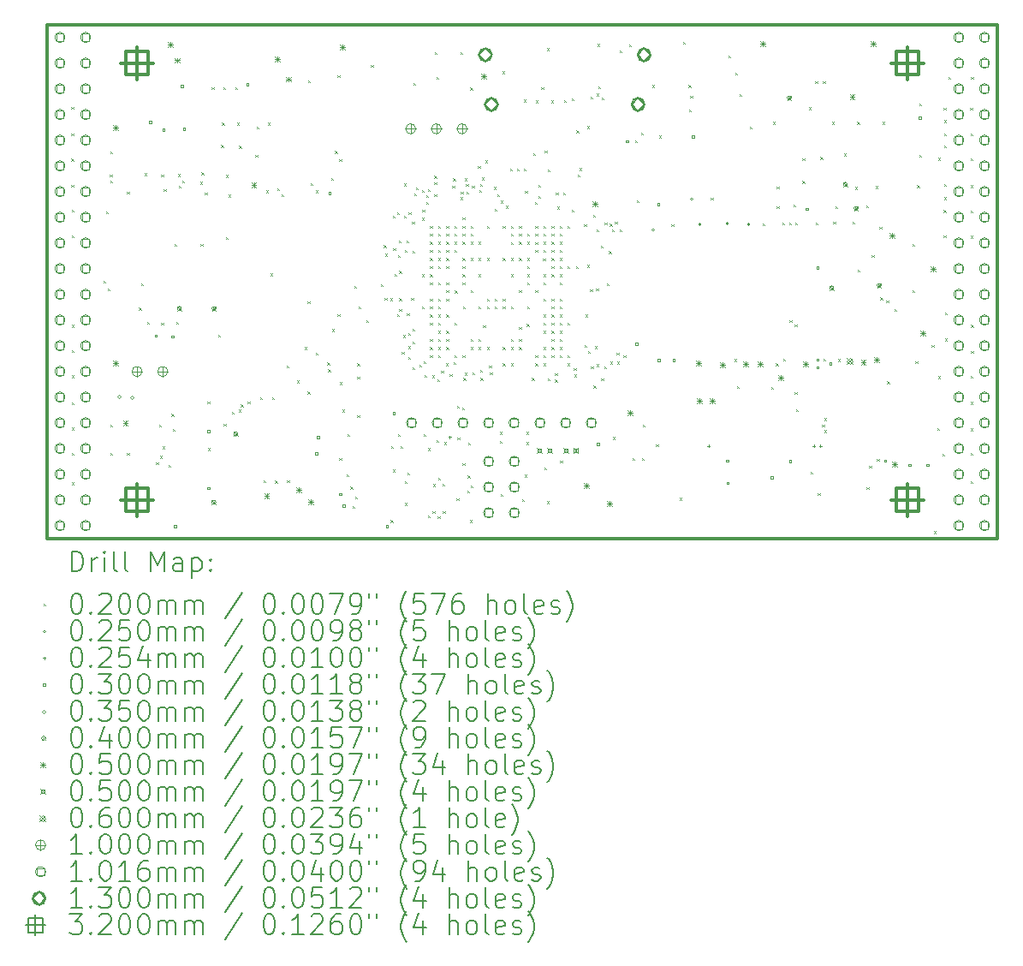
<source format=gbr>
%TF.GenerationSoftware,KiCad,Pcbnew,6.0.11+dfsg-1*%
%TF.CreationDate,2023-04-22T14:08:25+02:00*%
%TF.ProjectId,ulx3s,756c7833-732e-46b6-9963-61645f706362,v3.1.8*%
%TF.SameCoordinates,Original*%
%TF.FileFunction,Drillmap*%
%TF.FilePolarity,Positive*%
%FSLAX45Y45*%
G04 Gerber Fmt 4.5, Leading zero omitted, Abs format (unit mm)*
G04 Created by KiCad (PCBNEW 6.0.11+dfsg-1) date 2023-04-22 14:08:25*
%MOMM*%
%LPD*%
G01*
G04 APERTURE LIST*
%ADD10C,0.300000*%
%ADD11C,0.200000*%
%ADD12C,0.020000*%
%ADD13C,0.025000*%
%ADD14C,0.025400*%
%ADD15C,0.030000*%
%ADD16C,0.035000*%
%ADD17C,0.040000*%
%ADD18C,0.050000*%
%ADD19C,0.060000*%
%ADD20C,0.100000*%
%ADD21C,0.101600*%
%ADD22C,0.130000*%
%ADD23C,0.320000*%
G04 APERTURE END LIST*
D10*
X18808000Y-11222000D02*
X18808000Y-6142000D01*
X9410000Y-6142000D02*
X9410000Y-11222000D01*
X18808000Y-6142000D02*
X9410000Y-6142000D01*
X9410000Y-11222000D02*
X18808000Y-11222000D01*
D11*
D12*
X9650000Y-6954000D02*
X9670000Y-6974000D01*
X9670000Y-6954000D02*
X9650000Y-6974000D01*
X9650000Y-7216000D02*
X9670000Y-7236000D01*
X9670000Y-7216000D02*
X9650000Y-7236000D01*
X9650000Y-7469000D02*
X9670000Y-7489000D01*
X9670000Y-7469000D02*
X9650000Y-7489000D01*
X9650000Y-7724000D02*
X9670000Y-7744000D01*
X9670000Y-7724000D02*
X9650000Y-7744000D01*
X9651000Y-7973000D02*
X9671000Y-7993000D01*
X9671000Y-7973000D02*
X9651000Y-7993000D01*
X9651000Y-8228000D02*
X9671000Y-8248000D01*
X9671000Y-8228000D02*
X9651000Y-8248000D01*
X9651000Y-9109000D02*
X9671000Y-9129000D01*
X9671000Y-9109000D02*
X9651000Y-9129000D01*
X9651000Y-9362000D02*
X9671000Y-9382000D01*
X9671000Y-9362000D02*
X9651000Y-9382000D01*
X9652000Y-9611000D02*
X9672000Y-9631000D01*
X9672000Y-9611000D02*
X9652000Y-9631000D01*
X9652000Y-9875000D02*
X9672000Y-9895000D01*
X9672000Y-9875000D02*
X9652000Y-9895000D01*
X9653000Y-10126000D02*
X9673000Y-10146000D01*
X9673000Y-10126000D02*
X9653000Y-10146000D01*
X9654000Y-10669000D02*
X9674000Y-10689000D01*
X9674000Y-10669000D02*
X9654000Y-10689000D01*
X9655000Y-10374000D02*
X9675000Y-10394000D01*
X9675000Y-10374000D02*
X9655000Y-10394000D01*
X9969000Y-8676600D02*
X9989000Y-8696600D01*
X9989000Y-8676600D02*
X9969000Y-8696600D01*
X9990550Y-7986200D02*
X10010550Y-8006200D01*
X10010550Y-7986200D02*
X9990550Y-8006200D01*
X10007100Y-8752800D02*
X10027100Y-8772800D01*
X10027100Y-8752800D02*
X10007100Y-8772800D01*
X10030000Y-7622000D02*
X10050000Y-7642000D01*
X10050000Y-7622000D02*
X10030000Y-7642000D01*
X10032500Y-7393900D02*
X10052500Y-7413900D01*
X10052500Y-7393900D02*
X10032500Y-7413900D01*
X10032500Y-7686000D02*
X10052500Y-7706000D01*
X10052500Y-7686000D02*
X10032500Y-7706000D01*
X10035000Y-10094400D02*
X10055000Y-10114400D01*
X10055000Y-10094400D02*
X10035000Y-10114400D01*
X10035000Y-10373800D02*
X10055000Y-10393800D01*
X10055000Y-10373800D02*
X10035000Y-10393800D01*
X10200100Y-10373800D02*
X10220100Y-10393800D01*
X10220100Y-10373800D02*
X10200100Y-10393800D01*
X10200500Y-7795000D02*
X10220500Y-7815000D01*
X10220500Y-7795000D02*
X10200500Y-7815000D01*
X10318000Y-8940000D02*
X10338000Y-8960000D01*
X10338000Y-8940000D02*
X10318000Y-8960000D01*
X10341000Y-8702000D02*
X10361000Y-8722000D01*
X10361000Y-8702000D02*
X10341000Y-8722000D01*
X10373000Y-7612500D02*
X10393000Y-7632500D01*
X10393000Y-7612500D02*
X10373000Y-7632500D01*
X10398000Y-9080000D02*
X10418000Y-9100000D01*
X10418000Y-9080000D02*
X10398000Y-9100000D01*
X10488000Y-10470000D02*
X10508000Y-10490000D01*
X10508000Y-10470000D02*
X10488000Y-10490000D01*
X10517600Y-10094400D02*
X10537600Y-10114400D01*
X10537600Y-10094400D02*
X10517600Y-10114400D01*
X10524236Y-10406739D02*
X10544236Y-10426739D01*
X10544236Y-10406739D02*
X10524236Y-10426739D01*
X10538000Y-7625000D02*
X10558000Y-7645000D01*
X10558000Y-7625000D02*
X10538000Y-7645000D01*
X10538000Y-9090000D02*
X10558000Y-9110000D01*
X10558000Y-9090000D02*
X10538000Y-9110000D01*
X10550700Y-10313600D02*
X10570700Y-10333600D01*
X10570700Y-10313600D02*
X10550700Y-10333600D01*
X10563000Y-7767500D02*
X10583000Y-7787500D01*
X10583000Y-7767500D02*
X10563000Y-7787500D01*
X10609749Y-10492252D02*
X10629749Y-10512252D01*
X10629749Y-10492252D02*
X10609749Y-10512252D01*
X10640000Y-9992000D02*
X10660000Y-10012000D01*
X10660000Y-9992000D02*
X10640000Y-10012000D01*
X10652500Y-10139500D02*
X10672500Y-10159500D01*
X10672500Y-10139500D02*
X10652500Y-10159500D01*
X10668000Y-8310000D02*
X10688000Y-8330000D01*
X10688000Y-8310000D02*
X10668000Y-8330000D01*
X10688000Y-9080000D02*
X10708000Y-9100000D01*
X10708000Y-9080000D02*
X10688000Y-9100000D01*
X10703000Y-7620000D02*
X10723000Y-7640000D01*
X10723000Y-7620000D02*
X10703000Y-7640000D01*
X10713000Y-7735000D02*
X10733000Y-7755000D01*
X10733000Y-7735000D02*
X10713000Y-7755000D01*
X10746200Y-7681400D02*
X10766200Y-7701400D01*
X10766200Y-7681400D02*
X10746200Y-7701400D01*
X10923000Y-7697500D02*
X10943000Y-7717500D01*
X10943000Y-7697500D02*
X10923000Y-7717500D01*
X10928000Y-8310000D02*
X10948000Y-8330000D01*
X10948000Y-8310000D02*
X10928000Y-8330000D01*
X10935500Y-7604503D02*
X10955500Y-7624503D01*
X10955500Y-7604503D02*
X10935500Y-7624503D01*
X10969310Y-7801310D02*
X10989310Y-7821310D01*
X10989310Y-7801310D02*
X10969310Y-7821310D01*
X10996728Y-9868728D02*
X11016728Y-9888728D01*
X11016728Y-9868728D02*
X10996728Y-9888728D01*
X10998000Y-10330000D02*
X11018000Y-10350000D01*
X11018000Y-10330000D02*
X10998000Y-10350000D01*
X11039000Y-6761000D02*
X11059000Y-6781000D01*
X11059000Y-6761000D02*
X11039000Y-6781000D01*
X11100000Y-9209000D02*
X11120000Y-9229000D01*
X11120000Y-9209000D02*
X11100000Y-9229000D01*
X11130000Y-7332000D02*
X11150000Y-7352000D01*
X11150000Y-7332000D02*
X11130000Y-7352000D01*
X11140000Y-7112000D02*
X11160000Y-7132000D01*
X11160000Y-7112000D02*
X11140000Y-7132000D01*
X11150000Y-6762000D02*
X11170000Y-6782000D01*
X11170000Y-6762000D02*
X11150000Y-6782000D01*
X11158001Y-10090000D02*
X11178001Y-10110000D01*
X11178001Y-10090000D02*
X11158001Y-10110000D01*
X11178000Y-7630000D02*
X11198000Y-7650000D01*
X11198000Y-7630000D02*
X11178000Y-7650000D01*
X11178550Y-8240750D02*
X11198550Y-8260750D01*
X11198550Y-8240750D02*
X11178550Y-8260750D01*
X11205500Y-7822500D02*
X11225500Y-7842500D01*
X11225500Y-7822500D02*
X11205500Y-7842500D01*
X11238000Y-9970000D02*
X11258000Y-9990000D01*
X11258000Y-9970000D02*
X11238000Y-9990000D01*
X11270000Y-6762000D02*
X11290000Y-6782000D01*
X11290000Y-6762000D02*
X11270000Y-6782000D01*
X11290000Y-7112000D02*
X11310000Y-7132000D01*
X11310000Y-7112000D02*
X11290000Y-7132000D01*
X11303114Y-9947725D02*
X11323114Y-9967725D01*
X11323114Y-9947725D02*
X11303114Y-9967725D01*
X11310000Y-7342000D02*
X11330000Y-7362000D01*
X11330000Y-7342000D02*
X11310000Y-7362000D01*
X11326285Y-9898285D02*
X11346285Y-9918285D01*
X11346285Y-9898285D02*
X11326285Y-9918285D01*
X11394246Y-9866246D02*
X11414246Y-9886246D01*
X11414246Y-9866246D02*
X11394246Y-9886246D01*
X11470100Y-7427400D02*
X11490100Y-7447400D01*
X11490100Y-7427400D02*
X11470100Y-7447400D01*
X11480000Y-7152000D02*
X11500000Y-7172000D01*
X11500000Y-7152000D02*
X11480000Y-7172000D01*
X11514550Y-9827700D02*
X11534550Y-9847700D01*
X11534550Y-9827700D02*
X11514550Y-9847700D01*
X11551000Y-10646000D02*
X11571000Y-10666000D01*
X11571000Y-10646000D02*
X11551000Y-10666000D01*
X11573000Y-7780000D02*
X11593000Y-7800000D01*
X11593000Y-7780000D02*
X11573000Y-7800000D01*
X11590000Y-7112000D02*
X11610000Y-7132000D01*
X11610000Y-7112000D02*
X11590000Y-7132000D01*
X11616851Y-8601622D02*
X11636851Y-8621622D01*
X11636851Y-8601622D02*
X11616851Y-8621622D01*
X11633852Y-9827700D02*
X11653852Y-9847700D01*
X11653852Y-9827700D02*
X11633852Y-9847700D01*
X11666000Y-10650000D02*
X11686000Y-10670000D01*
X11686000Y-10650000D02*
X11666000Y-10670000D01*
X11686000Y-7757600D02*
X11706000Y-7777600D01*
X11706000Y-7757600D02*
X11686000Y-7777600D01*
X11725500Y-7820000D02*
X11745500Y-7840000D01*
X11745500Y-7820000D02*
X11725500Y-7840000D01*
X11777000Y-9514000D02*
X11797000Y-9534000D01*
X11797000Y-9514000D02*
X11777000Y-9534000D01*
X11782000Y-10649000D02*
X11802000Y-10669000D01*
X11802000Y-10649000D02*
X11782000Y-10669000D01*
X11883000Y-9660000D02*
X11903000Y-9680000D01*
X11903000Y-9660000D02*
X11883000Y-9680000D01*
X11958000Y-9330000D02*
X11978000Y-9350000D01*
X11978000Y-9330000D02*
X11958000Y-9350000D01*
X11986000Y-9772000D02*
X12006000Y-9792000D01*
X12006000Y-9772000D02*
X11986000Y-9792000D01*
X11986727Y-8878727D02*
X12006727Y-8898727D01*
X12006727Y-8878727D02*
X11986727Y-8898727D01*
X11990800Y-6690800D02*
X12010800Y-6710800D01*
X12010800Y-6690800D02*
X11990800Y-6710800D01*
X12015500Y-7710000D02*
X12035500Y-7730000D01*
X12035500Y-7710000D02*
X12015500Y-7730000D01*
X12068000Y-7780000D02*
X12088000Y-7800000D01*
X12088000Y-7780000D02*
X12068000Y-7800000D01*
X12069352Y-9387248D02*
X12089352Y-9407248D01*
X12089352Y-9387248D02*
X12069352Y-9407248D01*
X12180190Y-9481458D02*
X12200190Y-9501458D01*
X12200190Y-9481458D02*
X12180190Y-9501458D01*
X12189000Y-9551600D02*
X12209000Y-9571600D01*
X12209000Y-9551600D02*
X12189000Y-9571600D01*
X12219400Y-7656000D02*
X12239400Y-7676000D01*
X12239400Y-7656000D02*
X12219400Y-7676000D01*
X12225651Y-9151352D02*
X12245651Y-9171352D01*
X12245651Y-9151352D02*
X12225651Y-9171352D01*
X12258000Y-7390000D02*
X12278000Y-7410000D01*
X12278000Y-7390000D02*
X12258000Y-7410000D01*
X12282617Y-6643232D02*
X12302617Y-6663232D01*
X12302617Y-6643232D02*
X12282617Y-6663232D01*
X12283056Y-9006144D02*
X12303056Y-9026144D01*
X12303056Y-9006144D02*
X12283056Y-9026144D01*
X12298000Y-7470000D02*
X12318000Y-7490000D01*
X12318000Y-7470000D02*
X12298000Y-7490000D01*
X12299999Y-10424600D02*
X12319999Y-10444600D01*
X12319999Y-10424600D02*
X12299999Y-10444600D01*
X12301796Y-9677751D02*
X12321796Y-9697751D01*
X12321796Y-9677751D02*
X12301796Y-9697751D01*
X12329349Y-9949637D02*
X12349349Y-9969637D01*
X12349349Y-9949637D02*
X12329349Y-9969637D01*
X12370241Y-10586650D02*
X12390241Y-10606650D01*
X12390241Y-10586650D02*
X12370241Y-10606650D01*
X12378000Y-10190000D02*
X12398000Y-10210000D01*
X12398000Y-10190000D02*
X12378000Y-10210000D01*
X12410242Y-10710764D02*
X12430242Y-10730764D01*
X12430242Y-10710764D02*
X12410242Y-10730764D01*
X12430000Y-10902000D02*
X12450000Y-10922000D01*
X12450000Y-10902000D02*
X12430000Y-10922000D01*
X12448285Y-8723128D02*
X12468285Y-8743128D01*
X12468285Y-8723128D02*
X12448285Y-8743128D01*
X12458000Y-10809999D02*
X12478000Y-10829999D01*
X12478000Y-10809999D02*
X12458000Y-10829999D01*
X12478000Y-9490000D02*
X12498000Y-9510000D01*
X12498000Y-9490000D02*
X12478000Y-9510000D01*
X12478000Y-9620000D02*
X12498000Y-9640000D01*
X12498000Y-9620000D02*
X12478000Y-9640000D01*
X12478000Y-10005700D02*
X12498000Y-10025700D01*
X12498000Y-10005700D02*
X12478000Y-10025700D01*
X12490445Y-8930135D02*
X12510445Y-8950135D01*
X12510445Y-8930135D02*
X12490445Y-8950135D01*
X12566266Y-9064836D02*
X12586266Y-9084836D01*
X12586266Y-9064836D02*
X12566266Y-9084836D01*
X12613100Y-6538400D02*
X12633100Y-6558400D01*
X12633100Y-6538400D02*
X12613100Y-6558400D01*
X12712036Y-8706691D02*
X12732036Y-8726691D01*
X12732036Y-8706691D02*
X12712036Y-8726691D01*
X12740000Y-8321549D02*
X12760000Y-8341549D01*
X12760000Y-8321549D02*
X12740000Y-8341549D01*
X12746968Y-8845418D02*
X12766968Y-8865418D01*
X12766968Y-8845418D02*
X12746968Y-8865418D01*
X12754636Y-8407850D02*
X12774636Y-8427850D01*
X12774636Y-8407850D02*
X12754636Y-8427850D01*
X12804276Y-8847943D02*
X12824276Y-8867943D01*
X12824276Y-8847943D02*
X12804276Y-8867943D01*
X12808000Y-11040000D02*
X12828000Y-11060000D01*
X12828000Y-11040000D02*
X12808000Y-11060000D01*
X12809165Y-10308781D02*
X12829165Y-10328781D01*
X12829165Y-10308781D02*
X12809165Y-10328781D01*
X12828000Y-10540000D02*
X12848000Y-10560000D01*
X12848000Y-10540000D02*
X12828000Y-10560000D01*
X12829000Y-8030650D02*
X12849000Y-8050650D01*
X12849000Y-8030650D02*
X12829000Y-8050650D01*
X12833464Y-8350048D02*
X12853464Y-8370048D01*
X12853464Y-8350048D02*
X12833464Y-8370048D01*
X12848000Y-8608152D02*
X12868000Y-8628152D01*
X12868000Y-8608152D02*
X12848000Y-8628152D01*
X12871094Y-9004088D02*
X12891094Y-9024088D01*
X12891094Y-9004088D02*
X12871094Y-9024088D01*
X12873450Y-7998900D02*
X12893450Y-8018900D01*
X12893450Y-7998900D02*
X12873450Y-8018900D01*
X12878001Y-10189315D02*
X12898001Y-10209315D01*
X12898001Y-10189315D02*
X12878001Y-10209315D01*
X12881686Y-8417598D02*
X12901686Y-8437598D01*
X12901686Y-8417598D02*
X12881686Y-8437598D01*
X12885492Y-8277340D02*
X12905492Y-8297340D01*
X12905492Y-8277340D02*
X12885492Y-8297340D01*
X12892917Y-8846860D02*
X12912917Y-8866860D01*
X12912917Y-8846860D02*
X12892917Y-8866860D01*
X12893082Y-8954110D02*
X12913082Y-8974110D01*
X12913082Y-8954110D02*
X12893082Y-8974110D01*
X12893512Y-8575512D02*
X12913512Y-8595512D01*
X12913512Y-8575512D02*
X12893512Y-8595512D01*
X12902315Y-10307317D02*
X12922315Y-10327317D01*
X12922315Y-10307317D02*
X12902315Y-10327317D01*
X12916696Y-9375219D02*
X12936696Y-9395219D01*
X12936696Y-9375219D02*
X12916696Y-9395219D01*
X12931329Y-9212824D02*
X12951329Y-9232824D01*
X12951329Y-9212824D02*
X12931329Y-9232824D01*
X12940000Y-7712621D02*
X12960000Y-7732621D01*
X12960000Y-7712621D02*
X12940000Y-7732621D01*
X12940751Y-8030650D02*
X12960751Y-8050650D01*
X12960751Y-8030650D02*
X12940751Y-8050650D01*
X12944655Y-10656849D02*
X12964655Y-10676849D01*
X12964655Y-10656849D02*
X12944655Y-10676849D01*
X12948000Y-10870000D02*
X12968000Y-10890000D01*
X12968000Y-10870000D02*
X12948000Y-10890000D01*
X12948459Y-8368601D02*
X12968459Y-8388601D01*
X12968459Y-8368601D02*
X12948459Y-8388601D01*
X12962350Y-8273851D02*
X12982350Y-8293851D01*
X12982350Y-8273851D02*
X12962350Y-8293851D01*
X12967289Y-8994890D02*
X12987289Y-9014890D01*
X12987289Y-8994890D02*
X12967289Y-9014890D01*
X12972174Y-10572141D02*
X12992174Y-10592141D01*
X12992174Y-10572141D02*
X12972174Y-10592141D01*
X12978729Y-9428956D02*
X12998729Y-9448956D01*
X12998729Y-9428956D02*
X12978729Y-9448956D01*
X12979058Y-9320474D02*
X12999058Y-9340474D01*
X12999058Y-9320474D02*
X12979058Y-9340474D01*
X12982301Y-9189599D02*
X13002301Y-9209599D01*
X13002301Y-9189599D02*
X12982301Y-9209599D01*
X12984711Y-7994431D02*
X13004711Y-8014431D01*
X13004711Y-7994431D02*
X12984711Y-8014431D01*
X13011172Y-8843172D02*
X13031172Y-8863172D01*
X13031172Y-8843172D02*
X13011172Y-8863172D01*
X13019500Y-8087800D02*
X13039500Y-8107800D01*
X13039500Y-8087800D02*
X13019500Y-8107800D01*
X13020912Y-9150992D02*
X13040912Y-9170992D01*
X13040912Y-9150992D02*
X13020912Y-9170992D01*
X13022801Y-9275093D02*
X13042801Y-9295093D01*
X13042801Y-9275093D02*
X13022801Y-9295093D01*
X13023410Y-8375410D02*
X13043410Y-8395410D01*
X13043410Y-8375410D02*
X13023410Y-8395410D01*
X13023859Y-9531272D02*
X13043859Y-9551272D01*
X13043859Y-9531272D02*
X13023859Y-9551272D01*
X13033700Y-6718000D02*
X13053700Y-6738000D01*
X13053700Y-6718000D02*
X13033700Y-6738000D01*
X13038000Y-7810000D02*
X13058000Y-7830000D01*
X13058000Y-7810000D02*
X13038000Y-7830000D01*
X13058000Y-7752622D02*
X13078000Y-7772622D01*
X13078000Y-7752622D02*
X13058000Y-7772622D01*
X13088800Y-9502553D02*
X13108800Y-9522553D01*
X13108800Y-9502553D02*
X13088800Y-9522553D01*
X13116112Y-7778651D02*
X13136112Y-7798651D01*
X13136112Y-7778651D02*
X13116112Y-7798651D01*
X13118000Y-8052764D02*
X13138000Y-8072764D01*
X13138000Y-8052764D02*
X13118000Y-8072764D01*
X13118000Y-8610001D02*
X13138000Y-8630001D01*
X13138000Y-8610001D02*
X13118000Y-8630001D01*
X13118285Y-8930285D02*
X13138285Y-8950285D01*
X13138285Y-8930285D02*
X13118285Y-8950285D01*
X13119375Y-7972763D02*
X13139375Y-7992763D01*
X13139375Y-7972763D02*
X13119375Y-7992763D01*
X13132527Y-9469113D02*
X13152527Y-9489113D01*
X13152527Y-9469113D02*
X13132527Y-9489113D01*
X13133000Y-10190000D02*
X13153000Y-10210000D01*
X13153000Y-10190000D02*
X13133000Y-10210000D01*
X13139874Y-9603502D02*
X13159874Y-9623502D01*
X13159874Y-9603502D02*
X13139874Y-9623502D01*
X13156189Y-7892762D02*
X13176189Y-7912762D01*
X13176189Y-7892762D02*
X13156189Y-7912762D01*
X13158000Y-7830000D02*
X13178000Y-7850000D01*
X13178000Y-7830000D02*
X13158000Y-7850000D01*
X13178000Y-10330000D02*
X13198000Y-10350000D01*
X13198000Y-10330000D02*
X13178000Y-10350000D01*
X13178000Y-7770000D02*
X13198000Y-7790000D01*
X13198000Y-7770000D02*
X13178000Y-7790000D01*
X13178000Y-10995000D02*
X13198000Y-11015000D01*
X13198000Y-10995000D02*
X13178000Y-11015000D01*
X13197734Y-9090201D02*
X13217734Y-9110201D01*
X13217734Y-9090201D02*
X13197734Y-9110201D01*
X13197999Y-8610001D02*
X13217999Y-8630001D01*
X13217999Y-8610001D02*
X13197999Y-8630001D01*
X13198000Y-8130000D02*
X13218000Y-8150000D01*
X13218000Y-8130000D02*
X13198000Y-8150000D01*
X13198000Y-8209995D02*
X13218000Y-8229995D01*
X13218000Y-8209995D02*
X13198000Y-8229995D01*
X13198000Y-8289996D02*
X13218000Y-8309996D01*
X13218000Y-8289996D02*
X13198000Y-8309996D01*
X13198000Y-8369997D02*
X13218000Y-8389997D01*
X13218000Y-8369997D02*
X13198000Y-8389997D01*
X13198000Y-8449998D02*
X13218000Y-8469998D01*
X13218000Y-8449998D02*
X13198000Y-8469998D01*
X13198000Y-8529999D02*
X13218000Y-8549999D01*
X13218000Y-8529999D02*
X13198000Y-8549999D01*
X13198000Y-8690001D02*
X13218000Y-8710001D01*
X13218000Y-8690001D02*
X13198000Y-8710001D01*
X13198000Y-8930287D02*
X13218000Y-8950287D01*
X13218000Y-8930287D02*
X13198000Y-8950287D01*
X13198000Y-9010000D02*
X13218000Y-9030000D01*
X13218000Y-9010000D02*
X13198000Y-9030000D01*
X13198000Y-9250000D02*
X13218000Y-9270000D01*
X13218000Y-9250000D02*
X13198000Y-9270000D01*
X13198000Y-9330000D02*
X13218000Y-9350000D01*
X13218000Y-9330000D02*
X13198000Y-9350000D01*
X13198000Y-9410000D02*
X13218000Y-9430000D01*
X13218000Y-9410000D02*
X13198000Y-9430000D01*
X13198285Y-8850286D02*
X13218285Y-8870286D01*
X13218285Y-8850286D02*
X13198285Y-8870286D01*
X13215853Y-9608717D02*
X13235853Y-9628717D01*
X13235853Y-9608717D02*
X13215853Y-9628717D01*
X13223000Y-10950000D02*
X13243000Y-10970000D01*
X13243000Y-10950000D02*
X13223000Y-10970000D01*
X13225000Y-10685000D02*
X13245000Y-10705000D01*
X13245000Y-10685000D02*
X13225000Y-10705000D01*
X13238001Y-7821393D02*
X13258001Y-7841393D01*
X13258001Y-7821393D02*
X13238001Y-7841393D01*
X13239502Y-7637498D02*
X13259502Y-7657498D01*
X13259502Y-7637498D02*
X13239502Y-7657498D01*
X13239871Y-7698893D02*
X13259871Y-7718893D01*
X13259871Y-7698893D02*
X13239871Y-7718893D01*
X13245600Y-6416000D02*
X13265600Y-6436000D01*
X13265600Y-6416000D02*
X13245600Y-6436000D01*
X13258000Y-10249598D02*
X13278000Y-10269598D01*
X13278000Y-10249598D02*
X13258000Y-10269598D01*
X13258300Y-6657300D02*
X13278300Y-6677300D01*
X13278300Y-6657300D02*
X13258300Y-6677300D01*
X13269636Y-9648590D02*
X13289636Y-9668590D01*
X13289636Y-9648590D02*
X13269636Y-9668590D01*
X13273000Y-11000000D02*
X13293000Y-11020000D01*
X13293000Y-11000000D02*
X13273000Y-11020000D01*
X13277254Y-8130000D02*
X13297254Y-8150000D01*
X13297254Y-8130000D02*
X13277254Y-8150000D01*
X13278000Y-8210000D02*
X13298000Y-8230000D01*
X13298000Y-8210000D02*
X13278000Y-8230000D01*
X13278000Y-8290000D02*
X13298000Y-8310000D01*
X13298000Y-8290000D02*
X13278000Y-8310000D01*
X13278000Y-8370000D02*
X13298000Y-8390000D01*
X13298000Y-8370000D02*
X13278000Y-8390000D01*
X13278000Y-8450000D02*
X13298000Y-8470000D01*
X13298000Y-8450000D02*
X13278000Y-8470000D01*
X13278000Y-8530000D02*
X13298000Y-8550000D01*
X13298000Y-8530000D02*
X13278000Y-8550000D01*
X13278000Y-8850000D02*
X13298000Y-8870000D01*
X13298000Y-8850000D02*
X13278000Y-8870000D01*
X13278000Y-8930000D02*
X13298000Y-8950000D01*
X13298000Y-8930000D02*
X13278000Y-8950000D01*
X13278000Y-9010000D02*
X13298000Y-9030000D01*
X13298000Y-9010000D02*
X13278000Y-9030000D01*
X13278000Y-9090000D02*
X13298000Y-9110000D01*
X13298000Y-9090000D02*
X13278000Y-9110000D01*
X13278000Y-9170000D02*
X13298000Y-9190000D01*
X13298000Y-9170000D02*
X13278000Y-9190000D01*
X13278000Y-9250000D02*
X13298000Y-9270000D01*
X13298000Y-9250000D02*
X13278000Y-9270000D01*
X13278000Y-9330000D02*
X13298000Y-9350000D01*
X13298000Y-9330000D02*
X13278000Y-9350000D01*
X13278000Y-9410000D02*
X13298000Y-9430000D01*
X13298000Y-9410000D02*
X13278000Y-9430000D01*
X13278537Y-8690001D02*
X13298537Y-8710001D01*
X13298537Y-8690001D02*
X13278537Y-8710001D01*
X13280000Y-10624000D02*
X13300000Y-10644000D01*
X13300000Y-10624000D02*
X13280000Y-10644000D01*
X13308102Y-9565355D02*
X13328102Y-9585355D01*
X13328102Y-9565355D02*
X13308102Y-9585355D01*
X13321000Y-10682000D02*
X13341000Y-10702000D01*
X13341000Y-10682000D02*
X13321000Y-10702000D01*
X13323500Y-10949500D02*
X13343500Y-10969500D01*
X13343500Y-10949500D02*
X13323500Y-10969500D01*
X13334849Y-10270000D02*
X13354849Y-10290000D01*
X13354849Y-10270000D02*
X13334849Y-10290000D01*
X13355000Y-9490000D02*
X13375000Y-9510000D01*
X13375000Y-9490000D02*
X13355000Y-9510000D01*
X13357255Y-8130000D02*
X13377255Y-8150000D01*
X13377255Y-8130000D02*
X13357255Y-8150000D01*
X13357494Y-8690001D02*
X13377494Y-8710001D01*
X13377494Y-8690001D02*
X13357494Y-8710001D01*
X13358000Y-8210000D02*
X13378000Y-8230000D01*
X13378000Y-8210000D02*
X13358000Y-8230000D01*
X13358000Y-8290000D02*
X13378000Y-8310000D01*
X13378000Y-8290000D02*
X13358000Y-8310000D01*
X13358000Y-8370000D02*
X13378000Y-8390000D01*
X13378000Y-8370000D02*
X13358000Y-8390000D01*
X13358000Y-8450000D02*
X13378000Y-8470000D01*
X13378000Y-8450000D02*
X13358000Y-8470000D01*
X13358000Y-8530000D02*
X13378000Y-8550000D01*
X13378000Y-8530000D02*
X13358000Y-8550000D01*
X13358000Y-8770000D02*
X13378000Y-8790000D01*
X13378000Y-8770000D02*
X13358000Y-8790000D01*
X13358000Y-8850000D02*
X13378000Y-8870000D01*
X13378000Y-8850000D02*
X13358000Y-8870000D01*
X13358000Y-9010000D02*
X13378000Y-9030000D01*
X13378000Y-9010000D02*
X13358000Y-9030000D01*
X13358000Y-9170000D02*
X13378000Y-9190000D01*
X13378000Y-9170000D02*
X13358000Y-9190000D01*
X13358000Y-9250000D02*
X13378000Y-9270000D01*
X13378000Y-9250000D02*
X13358000Y-9270000D01*
X13358000Y-9330000D02*
X13378000Y-9350000D01*
X13378000Y-9330000D02*
X13358000Y-9350000D01*
X13391249Y-9596249D02*
X13411249Y-9616249D01*
X13411249Y-9596249D02*
X13391249Y-9616249D01*
X13418425Y-7735500D02*
X13438425Y-7755500D01*
X13438425Y-7735500D02*
X13418425Y-7755500D01*
X13425556Y-7663957D02*
X13445556Y-7683957D01*
X13445556Y-7663957D02*
X13425556Y-7683957D01*
X13431000Y-9481000D02*
X13451000Y-9501000D01*
X13451000Y-9481000D02*
X13431000Y-9501000D01*
X13437256Y-8130000D02*
X13457256Y-8150000D01*
X13457256Y-8130000D02*
X13437256Y-8150000D01*
X13437997Y-9410000D02*
X13457997Y-9430000D01*
X13457997Y-9410000D02*
X13437997Y-9430000D01*
X13438000Y-8210000D02*
X13458000Y-8230000D01*
X13458000Y-8210000D02*
X13438000Y-8230000D01*
X13438000Y-8290000D02*
X13458000Y-8310000D01*
X13458000Y-8290000D02*
X13438000Y-8310000D01*
X13438000Y-8370000D02*
X13458000Y-8390000D01*
X13458000Y-8370000D02*
X13438000Y-8390000D01*
X13438000Y-9090000D02*
X13458000Y-9110000D01*
X13458000Y-9090000D02*
X13438000Y-9110000D01*
X13443447Y-8771043D02*
X13463447Y-8791043D01*
X13463447Y-8771043D02*
X13443447Y-8791043D01*
X13458000Y-10825000D02*
X13478000Y-10845000D01*
X13478000Y-10825000D02*
X13458000Y-10845000D01*
X13461000Y-9910000D02*
X13481000Y-9930000D01*
X13481000Y-9910000D02*
X13461000Y-9930000D01*
X13469000Y-10225000D02*
X13489000Y-10245000D01*
X13489000Y-10225000D02*
X13469000Y-10245000D01*
X13497100Y-7849800D02*
X13517100Y-7869800D01*
X13517100Y-7849800D02*
X13497100Y-7869800D01*
X13499600Y-6416000D02*
X13519600Y-6436000D01*
X13519600Y-6416000D02*
X13499600Y-6436000D01*
X13502907Y-7791560D02*
X13522907Y-7811560D01*
X13522907Y-7791560D02*
X13502907Y-7811560D01*
X13515000Y-9925000D02*
X13535000Y-9945000D01*
X13535000Y-9925000D02*
X13515000Y-9945000D01*
X13517257Y-8130000D02*
X13537257Y-8150000D01*
X13537257Y-8130000D02*
X13517257Y-8150000D01*
X13517999Y-9410000D02*
X13537999Y-9430000D01*
X13537999Y-9410000D02*
X13517999Y-9430000D01*
X13518000Y-8050000D02*
X13538000Y-8070000D01*
X13538000Y-8050000D02*
X13518000Y-8070000D01*
X13518000Y-8210000D02*
X13538000Y-8230000D01*
X13538000Y-8210000D02*
X13518000Y-8230000D01*
X13518000Y-8290000D02*
X13538000Y-8310000D01*
X13538000Y-8290000D02*
X13518000Y-8310000D01*
X13518000Y-8450000D02*
X13538000Y-8470000D01*
X13538000Y-8450000D02*
X13518000Y-8470000D01*
X13518000Y-8530000D02*
X13538000Y-8550000D01*
X13538000Y-8530000D02*
X13518000Y-8550000D01*
X13518000Y-8610000D02*
X13538000Y-8630000D01*
X13538000Y-8610000D02*
X13518000Y-8630000D01*
X13518000Y-8690000D02*
X13538000Y-8710000D01*
X13538000Y-8690000D02*
X13518000Y-8710000D01*
X13518000Y-10480000D02*
X13538000Y-10500000D01*
X13538000Y-10480000D02*
X13518000Y-10500000D01*
X13522401Y-8925599D02*
X13542401Y-8945599D01*
X13542401Y-8925599D02*
X13522401Y-8945599D01*
X13527000Y-9636000D02*
X13547000Y-9656000D01*
X13547000Y-9636000D02*
X13527000Y-9656000D01*
X13538222Y-7662988D02*
X13558222Y-7682988D01*
X13558222Y-7662988D02*
X13538222Y-7682988D01*
X13540843Y-9583236D02*
X13560843Y-9603236D01*
X13560843Y-9583236D02*
X13540843Y-9603236D01*
X13553609Y-7715377D02*
X13573609Y-7735377D01*
X13573609Y-7715377D02*
X13553609Y-7735377D01*
X13558449Y-7795378D02*
X13578449Y-7815378D01*
X13578449Y-7795378D02*
X13558449Y-7815378D01*
X13562999Y-10750000D02*
X13582999Y-10770000D01*
X13582999Y-10750000D02*
X13562999Y-10770000D01*
X13568000Y-10600000D02*
X13588000Y-10620000D01*
X13588000Y-10600000D02*
X13568000Y-10620000D01*
X13573000Y-10275000D02*
X13593000Y-10295000D01*
X13593000Y-10275000D02*
X13573000Y-10295000D01*
X13588000Y-11040000D02*
X13608000Y-11060000D01*
X13608000Y-11040000D02*
X13588000Y-11060000D01*
X13595500Y-6765000D02*
X13615500Y-6785000D01*
X13615500Y-6765000D02*
X13595500Y-6785000D01*
X13597259Y-8130000D02*
X13617259Y-8150000D01*
X13617259Y-8130000D02*
X13597259Y-8150000D01*
X13598000Y-8210000D02*
X13618000Y-8230000D01*
X13618000Y-8210000D02*
X13598000Y-8230000D01*
X13598000Y-8290000D02*
X13618000Y-8310000D01*
X13618000Y-8290000D02*
X13598000Y-8310000D01*
X13598000Y-8450000D02*
X13618000Y-8470000D01*
X13618000Y-8450000D02*
X13598000Y-8470000D01*
X13598000Y-8770000D02*
X13618000Y-8790000D01*
X13618000Y-8770000D02*
X13598000Y-8790000D01*
X13598000Y-9250000D02*
X13618000Y-9270000D01*
X13618000Y-9250000D02*
X13598000Y-9270000D01*
X13598000Y-9330000D02*
X13618000Y-9350000D01*
X13618000Y-9330000D02*
X13598000Y-9350000D01*
X13598000Y-10700000D02*
X13618000Y-10720000D01*
X13618000Y-10700000D02*
X13598000Y-10720000D01*
X13610758Y-7731917D02*
X13630758Y-7751917D01*
X13630758Y-7731917D02*
X13610758Y-7751917D01*
X13614081Y-9580583D02*
X13634081Y-9600583D01*
X13634081Y-9580583D02*
X13614081Y-9600583D01*
X13672451Y-7539749D02*
X13692451Y-7559749D01*
X13692451Y-7539749D02*
X13672451Y-7559749D01*
X13678000Y-8290000D02*
X13698000Y-8310000D01*
X13698000Y-8290000D02*
X13678000Y-8310000D01*
X13678000Y-8450000D02*
X13698000Y-8470000D01*
X13698000Y-8450000D02*
X13678000Y-8470000D01*
X13678000Y-8610000D02*
X13698000Y-8630000D01*
X13698000Y-8610000D02*
X13678000Y-8630000D01*
X13678000Y-8930000D02*
X13698000Y-8950000D01*
X13698000Y-8930000D02*
X13678000Y-8950000D01*
X13678000Y-9250000D02*
X13698000Y-9270000D01*
X13698000Y-9250000D02*
X13678000Y-9270000D01*
X13678000Y-9330000D02*
X13698000Y-9350000D01*
X13698000Y-9330000D02*
X13678000Y-9350000D01*
X13682670Y-7778784D02*
X13702670Y-7798784D01*
X13702670Y-7778784D02*
X13682670Y-7798784D01*
X13690759Y-7718401D02*
X13710759Y-7738401D01*
X13710759Y-7718401D02*
X13690759Y-7738401D01*
X13693000Y-9553050D02*
X13713000Y-9573050D01*
X13713000Y-9553050D02*
X13693000Y-9573050D01*
X13696214Y-9633786D02*
X13716214Y-9653786D01*
X13716214Y-9633786D02*
X13696214Y-9653786D01*
X13707437Y-7652487D02*
X13727437Y-7672487D01*
X13727437Y-7652487D02*
X13707437Y-7672487D01*
X13721572Y-9113581D02*
X13741572Y-9133581D01*
X13741572Y-9113581D02*
X13721572Y-9133581D01*
X13742795Y-7485205D02*
X13762795Y-7505205D01*
X13762795Y-7485205D02*
X13742795Y-7505205D01*
X13758000Y-8130000D02*
X13778000Y-8150000D01*
X13778000Y-8130000D02*
X13758000Y-8150000D01*
X13758000Y-8450000D02*
X13778000Y-8470000D01*
X13778000Y-8450000D02*
X13758000Y-8470000D01*
X13758000Y-8850000D02*
X13778000Y-8870000D01*
X13778000Y-8850000D02*
X13758000Y-8870000D01*
X13758000Y-8930000D02*
X13778000Y-8950000D01*
X13778000Y-8930000D02*
X13758000Y-8950000D01*
X13758000Y-9330000D02*
X13778000Y-9350000D01*
X13778000Y-9330000D02*
X13758000Y-9350000D01*
X13781000Y-9515000D02*
X13801000Y-9535000D01*
X13801000Y-9515000D02*
X13781000Y-9535000D01*
X13790074Y-9578576D02*
X13810074Y-9598576D01*
X13810074Y-9578576D02*
X13790074Y-9598576D01*
X13828245Y-7746285D02*
X13848245Y-7766285D01*
X13848245Y-7746285D02*
X13828245Y-7766285D01*
X13838000Y-7965000D02*
X13858000Y-7985000D01*
X13858000Y-7965000D02*
X13838000Y-7985000D01*
X13838000Y-8850000D02*
X13858000Y-8870000D01*
X13858000Y-8850000D02*
X13838000Y-8870000D01*
X13838000Y-8930000D02*
X13858000Y-8950000D01*
X13858000Y-8930000D02*
X13838000Y-8950000D01*
X13862850Y-7818050D02*
X13882850Y-7838050D01*
X13882850Y-7818050D02*
X13862850Y-7838050D01*
X13888000Y-10170000D02*
X13908000Y-10190000D01*
X13908000Y-10170000D02*
X13888000Y-10190000D01*
X13888000Y-10260000D02*
X13908000Y-10280000D01*
X13908000Y-10260000D02*
X13888000Y-10280000D01*
X13894600Y-7881550D02*
X13914600Y-7901550D01*
X13914600Y-7881550D02*
X13894600Y-7901550D01*
X13895000Y-10784000D02*
X13915000Y-10804000D01*
X13915000Y-10784000D02*
X13895000Y-10804000D01*
X13910000Y-6603700D02*
X13930000Y-6623700D01*
X13930000Y-6603700D02*
X13910000Y-6623700D01*
X13918000Y-8130000D02*
X13938000Y-8150000D01*
X13938000Y-8130000D02*
X13918000Y-8150000D01*
X13918000Y-8450000D02*
X13938000Y-8470000D01*
X13938000Y-8450000D02*
X13918000Y-8470000D01*
X13918000Y-8850000D02*
X13938000Y-8870000D01*
X13938000Y-8850000D02*
X13918000Y-8870000D01*
X13918000Y-8930000D02*
X13938000Y-8950000D01*
X13938000Y-8930000D02*
X13918000Y-8950000D01*
X13918000Y-9330000D02*
X13938000Y-9350000D01*
X13938000Y-9330000D02*
X13918000Y-9350000D01*
X13918000Y-9490000D02*
X13938000Y-9510000D01*
X13938000Y-9490000D02*
X13918000Y-9510000D01*
X13945400Y-7932350D02*
X13965400Y-7952350D01*
X13965400Y-7932350D02*
X13945400Y-7952350D01*
X13987649Y-7567100D02*
X14007649Y-7587100D01*
X14007649Y-7567100D02*
X13987649Y-7587100D01*
X13996000Y-8292000D02*
X14016000Y-8312000D01*
X14016000Y-8292000D02*
X13996000Y-8312000D01*
X13998000Y-8130000D02*
X14018000Y-8150000D01*
X14018000Y-8130000D02*
X13998000Y-8150000D01*
X13998000Y-8210000D02*
X14018000Y-8230000D01*
X14018000Y-8210000D02*
X13998000Y-8230000D01*
X13998000Y-8450000D02*
X14018000Y-8470000D01*
X14018000Y-8450000D02*
X13998000Y-8470000D01*
X13998000Y-8610000D02*
X14018000Y-8630000D01*
X14018000Y-8610000D02*
X13998000Y-8630000D01*
X13998000Y-8930000D02*
X14018000Y-8950000D01*
X14018000Y-8930000D02*
X13998000Y-8950000D01*
X13998000Y-9250000D02*
X14018000Y-9270000D01*
X14018000Y-9250000D02*
X13998000Y-9270000D01*
X13998000Y-9330000D02*
X14018000Y-9350000D01*
X14018000Y-9330000D02*
X13998000Y-9350000D01*
X13998000Y-9490000D02*
X14018000Y-9510000D01*
X14018000Y-9490000D02*
X13998000Y-9510000D01*
X14054550Y-7567100D02*
X14074550Y-7587100D01*
X14074550Y-7567100D02*
X14054550Y-7587100D01*
X14078000Y-8130000D02*
X14098000Y-8150000D01*
X14098000Y-8130000D02*
X14078000Y-8150000D01*
X14078000Y-8210000D02*
X14098000Y-8230000D01*
X14098000Y-8210000D02*
X14078000Y-8230000D01*
X14078000Y-8290000D02*
X14098000Y-8310000D01*
X14098000Y-8290000D02*
X14078000Y-8310000D01*
X14078000Y-8450000D02*
X14098000Y-8470000D01*
X14098000Y-8450000D02*
X14078000Y-8470000D01*
X14078000Y-8770000D02*
X14098000Y-8790000D01*
X14098000Y-8770000D02*
X14078000Y-8790000D01*
X14078000Y-9130000D02*
X14098000Y-9150000D01*
X14098000Y-9130000D02*
X14078000Y-9150000D01*
X14078000Y-9250000D02*
X14098000Y-9270000D01*
X14098000Y-9250000D02*
X14078000Y-9270000D01*
X14078000Y-9330000D02*
X14098000Y-9350000D01*
X14098000Y-9330000D02*
X14078000Y-9350000D01*
X14108000Y-10831000D02*
X14128000Y-10851000D01*
X14128000Y-10831000D02*
X14108000Y-10851000D01*
X14124400Y-7567100D02*
X14144400Y-7587100D01*
X14144400Y-7567100D02*
X14124400Y-7587100D01*
X14124927Y-6884521D02*
X14144927Y-6904521D01*
X14144927Y-6884521D02*
X14124927Y-6904521D01*
X14134000Y-10593000D02*
X14154000Y-10613000D01*
X14154000Y-10593000D02*
X14134000Y-10613000D01*
X14135900Y-7786300D02*
X14155900Y-7806300D01*
X14155900Y-7786300D02*
X14135900Y-7806300D01*
X14148000Y-10170000D02*
X14168000Y-10190000D01*
X14168000Y-10170000D02*
X14148000Y-10190000D01*
X14148000Y-10270000D02*
X14168000Y-10290000D01*
X14168000Y-10270000D02*
X14148000Y-10290000D01*
X14154000Y-9100700D02*
X14174000Y-9120700D01*
X14174000Y-9100700D02*
X14154000Y-9120700D01*
X14158000Y-8210000D02*
X14178000Y-8230000D01*
X14178000Y-8210000D02*
X14158000Y-8230000D01*
X14158000Y-8290000D02*
X14178000Y-8310000D01*
X14178000Y-8290000D02*
X14158000Y-8310000D01*
X14158000Y-8450000D02*
X14178000Y-8470000D01*
X14178000Y-8450000D02*
X14158000Y-8470000D01*
X14158000Y-8530000D02*
X14178000Y-8550000D01*
X14178000Y-8530000D02*
X14158000Y-8550000D01*
X14158000Y-8610000D02*
X14178000Y-8630000D01*
X14178000Y-8610000D02*
X14158000Y-8630000D01*
X14158000Y-8690000D02*
X14178000Y-8710000D01*
X14178000Y-8690000D02*
X14158000Y-8710000D01*
X14158000Y-8930000D02*
X14178000Y-8950000D01*
X14178000Y-8930000D02*
X14158000Y-8950000D01*
X14206000Y-9635000D02*
X14226000Y-9655000D01*
X14226000Y-9635000D02*
X14206000Y-9655000D01*
X14218000Y-7410000D02*
X14238000Y-7430000D01*
X14238000Y-7410000D02*
X14218000Y-7430000D01*
X14236377Y-7893109D02*
X14256377Y-7913109D01*
X14256377Y-7893109D02*
X14236377Y-7913109D01*
X14238000Y-8130000D02*
X14258000Y-8150000D01*
X14258000Y-8130000D02*
X14238000Y-8150000D01*
X14238000Y-8210000D02*
X14258000Y-8230000D01*
X14258000Y-8210000D02*
X14238000Y-8230000D01*
X14238000Y-8292000D02*
X14258000Y-8312000D01*
X14258000Y-8292000D02*
X14238000Y-8312000D01*
X14238000Y-8370000D02*
X14258000Y-8390000D01*
X14258000Y-8370000D02*
X14238000Y-8390000D01*
X14238000Y-8770000D02*
X14258000Y-8790000D01*
X14258000Y-8770000D02*
X14238000Y-8790000D01*
X14238000Y-9410000D02*
X14258000Y-9430000D01*
X14258000Y-9410000D02*
X14238000Y-9430000D01*
X14238000Y-9490000D02*
X14258000Y-9510000D01*
X14258000Y-9490000D02*
X14238000Y-9510000D01*
X14245000Y-6892000D02*
X14265000Y-6912000D01*
X14265000Y-6892000D02*
X14245000Y-6912000D01*
X14267329Y-7833800D02*
X14287329Y-7853800D01*
X14287329Y-7833800D02*
X14267329Y-7853800D01*
X14268583Y-7723660D02*
X14288583Y-7743660D01*
X14288583Y-7723660D02*
X14268583Y-7743660D01*
X14298000Y-6760000D02*
X14318000Y-6780000D01*
X14318000Y-6760000D02*
X14298000Y-6780000D01*
X14316000Y-8452000D02*
X14336000Y-8472000D01*
X14336000Y-8452000D02*
X14316000Y-8472000D01*
X14318000Y-8130000D02*
X14338000Y-8150000D01*
X14338000Y-8130000D02*
X14318000Y-8150000D01*
X14318000Y-8210000D02*
X14338000Y-8230000D01*
X14338000Y-8210000D02*
X14318000Y-8230000D01*
X14318000Y-8290000D02*
X14338000Y-8310000D01*
X14338000Y-8290000D02*
X14318000Y-8310000D01*
X14318000Y-8370000D02*
X14338000Y-8390000D01*
X14338000Y-8370000D02*
X14318000Y-8390000D01*
X14318000Y-8610000D02*
X14338000Y-8630000D01*
X14338000Y-8610000D02*
X14318000Y-8630000D01*
X14318000Y-8690000D02*
X14338000Y-8710000D01*
X14338000Y-8690000D02*
X14318000Y-8710000D01*
X14318000Y-8850000D02*
X14338000Y-8870000D01*
X14338000Y-8850000D02*
X14318000Y-8870000D01*
X14318000Y-9010000D02*
X14338000Y-9030000D01*
X14338000Y-9010000D02*
X14318000Y-9030000D01*
X14318000Y-9090000D02*
X14338000Y-9110000D01*
X14338000Y-9090000D02*
X14318000Y-9110000D01*
X14318000Y-9170000D02*
X14338000Y-9190000D01*
X14338000Y-9170000D02*
X14318000Y-9190000D01*
X14318000Y-9330000D02*
X14338000Y-9350000D01*
X14338000Y-9330000D02*
X14318000Y-9350000D01*
X14318000Y-9410000D02*
X14338000Y-9430000D01*
X14338000Y-9410000D02*
X14318000Y-9430000D01*
X14318000Y-9490000D02*
X14338000Y-9510000D01*
X14338000Y-9490000D02*
X14318000Y-9510000D01*
X14327000Y-10520000D02*
X14347000Y-10540000D01*
X14347000Y-10520000D02*
X14327000Y-10540000D01*
X14331863Y-7387513D02*
X14351863Y-7407513D01*
X14351863Y-7387513D02*
X14331863Y-7407513D01*
X14353000Y-10853000D02*
X14373000Y-10873000D01*
X14373000Y-10853000D02*
X14353000Y-10873000D01*
X14355067Y-6376252D02*
X14375067Y-6396252D01*
X14375067Y-6376252D02*
X14355067Y-6396252D01*
X14360000Y-9637350D02*
X14380000Y-9657350D01*
X14380000Y-9637350D02*
X14360000Y-9657350D01*
X14360888Y-7571730D02*
X14380888Y-7591730D01*
X14380888Y-7571730D02*
X14360888Y-7591730D01*
X14394000Y-6891000D02*
X14414000Y-6911000D01*
X14414000Y-6891000D02*
X14394000Y-6911000D01*
X14398000Y-8130000D02*
X14418000Y-8150000D01*
X14418000Y-8130000D02*
X14398000Y-8150000D01*
X14398000Y-8210000D02*
X14418000Y-8230000D01*
X14418000Y-8210000D02*
X14398000Y-8230000D01*
X14398000Y-8290000D02*
X14418000Y-8310000D01*
X14418000Y-8290000D02*
X14398000Y-8310000D01*
X14398000Y-8370000D02*
X14418000Y-8390000D01*
X14418000Y-8370000D02*
X14398000Y-8390000D01*
X14398000Y-8450000D02*
X14418000Y-8470000D01*
X14418000Y-8450000D02*
X14398000Y-8470000D01*
X14398000Y-8530000D02*
X14418000Y-8550000D01*
X14418000Y-8530000D02*
X14398000Y-8550000D01*
X14398000Y-8610000D02*
X14418000Y-8630000D01*
X14418000Y-8610000D02*
X14398000Y-8630000D01*
X14398000Y-8850000D02*
X14418000Y-8870000D01*
X14418000Y-8850000D02*
X14398000Y-8870000D01*
X14398000Y-8930000D02*
X14418000Y-8950000D01*
X14418000Y-8930000D02*
X14398000Y-8950000D01*
X14398000Y-9010000D02*
X14418000Y-9030000D01*
X14418000Y-9010000D02*
X14398000Y-9030000D01*
X14398000Y-9090000D02*
X14418000Y-9110000D01*
X14418000Y-9090000D02*
X14398000Y-9110000D01*
X14398000Y-9170000D02*
X14418000Y-9190000D01*
X14418000Y-9170000D02*
X14398000Y-9190000D01*
X14398000Y-9250000D02*
X14418000Y-9270000D01*
X14418000Y-9250000D02*
X14398000Y-9270000D01*
X14398000Y-9330000D02*
X14418000Y-9350000D01*
X14418000Y-9330000D02*
X14398000Y-9350000D01*
X14398000Y-9410000D02*
X14418000Y-9430000D01*
X14418000Y-9410000D02*
X14398000Y-9430000D01*
X14432598Y-9586550D02*
X14452598Y-9606550D01*
X14452598Y-9586550D02*
X14432598Y-9606550D01*
X14432598Y-9653450D02*
X14452598Y-9673450D01*
X14452598Y-9653450D02*
X14432598Y-9673450D01*
X14441900Y-7802050D02*
X14461900Y-7822050D01*
X14461900Y-7802050D02*
X14441900Y-7822050D01*
X14453400Y-7942279D02*
X14473400Y-7962279D01*
X14473400Y-7942279D02*
X14453400Y-7962279D01*
X14478000Y-8130000D02*
X14498000Y-8150000D01*
X14498000Y-8130000D02*
X14478000Y-8150000D01*
X14478000Y-8210000D02*
X14498000Y-8230000D01*
X14498000Y-8210000D02*
X14478000Y-8230000D01*
X14478000Y-8290000D02*
X14498000Y-8310000D01*
X14498000Y-8290000D02*
X14478000Y-8310000D01*
X14478000Y-8370000D02*
X14498000Y-8390000D01*
X14498000Y-8370000D02*
X14478000Y-8390000D01*
X14478000Y-8450000D02*
X14498000Y-8470000D01*
X14498000Y-8450000D02*
X14478000Y-8470000D01*
X14478000Y-8530000D02*
X14498000Y-8550000D01*
X14498000Y-8530000D02*
X14478000Y-8550000D01*
X14478000Y-8610000D02*
X14498000Y-8630000D01*
X14498000Y-8610000D02*
X14478000Y-8630000D01*
X14478000Y-8690000D02*
X14498000Y-8710000D01*
X14498000Y-8690000D02*
X14478000Y-8710000D01*
X14478000Y-8850000D02*
X14498000Y-8870000D01*
X14498000Y-8850000D02*
X14478000Y-8870000D01*
X14478000Y-8930000D02*
X14498000Y-8950000D01*
X14498000Y-8930000D02*
X14478000Y-8950000D01*
X14478000Y-9010000D02*
X14498000Y-9030000D01*
X14498000Y-9010000D02*
X14478000Y-9030000D01*
X14478000Y-9090000D02*
X14498000Y-9110000D01*
X14498000Y-9090000D02*
X14478000Y-9110000D01*
X14478000Y-9170000D02*
X14498000Y-9190000D01*
X14498000Y-9170000D02*
X14478000Y-9190000D01*
X14478000Y-9250000D02*
X14498000Y-9270000D01*
X14498000Y-9250000D02*
X14478000Y-9270000D01*
X14478000Y-9330000D02*
X14498000Y-9350000D01*
X14498000Y-9330000D02*
X14478000Y-9350000D01*
X14478000Y-9410000D02*
X14498000Y-9430000D01*
X14498000Y-9410000D02*
X14478000Y-9430000D01*
X14485000Y-10452000D02*
X14505000Y-10472000D01*
X14505000Y-10452000D02*
X14485000Y-10472000D01*
X14511750Y-7802050D02*
X14531750Y-7822050D01*
X14531750Y-7802050D02*
X14511750Y-7822050D01*
X14519784Y-6886786D02*
X14539784Y-6906786D01*
X14539784Y-6886786D02*
X14519784Y-6906786D01*
X14558000Y-8130000D02*
X14578000Y-8150000D01*
X14578000Y-8130000D02*
X14558000Y-8150000D01*
X14558000Y-8530000D02*
X14578000Y-8550000D01*
X14578000Y-8530000D02*
X14558000Y-8550000D01*
X14558000Y-9090000D02*
X14578000Y-9110000D01*
X14578000Y-9090000D02*
X14558000Y-9110000D01*
X14558000Y-9410000D02*
X14578000Y-9430000D01*
X14578000Y-9410000D02*
X14558000Y-9430000D01*
X14558000Y-9490000D02*
X14578000Y-9510000D01*
X14578000Y-9490000D02*
X14558000Y-9510000D01*
X14598000Y-6870000D02*
X14618000Y-6890000D01*
X14618000Y-6870000D02*
X14598000Y-6890000D01*
X14600000Y-7972000D02*
X14620000Y-7992000D01*
X14620000Y-7972000D02*
X14600000Y-7992000D01*
X14618000Y-9540000D02*
X14638000Y-9560000D01*
X14638000Y-9540000D02*
X14618000Y-9560000D01*
X14621285Y-9600000D02*
X14641285Y-9620000D01*
X14641285Y-9600000D02*
X14621285Y-9620000D01*
X14638000Y-8530000D02*
X14658000Y-8550000D01*
X14658000Y-8530000D02*
X14638000Y-8550000D01*
X14645949Y-7187841D02*
X14665949Y-7207841D01*
X14665949Y-7187841D02*
X14645949Y-7207841D01*
X14660029Y-7625502D02*
X14680029Y-7645502D01*
X14680029Y-7625502D02*
X14660029Y-7645502D01*
X14676850Y-7560750D02*
X14696850Y-7580750D01*
X14696850Y-7560750D02*
X14676850Y-7580750D01*
X14720100Y-8116500D02*
X14740100Y-8136500D01*
X14740100Y-8116500D02*
X14720100Y-8136500D01*
X14724389Y-9311713D02*
X14744389Y-9331713D01*
X14744389Y-9311713D02*
X14724389Y-9331713D01*
X14733095Y-9010001D02*
X14753095Y-9030001D01*
X14753095Y-9010001D02*
X14733095Y-9030001D01*
X14748200Y-7146252D02*
X14768200Y-7166252D01*
X14768200Y-7146252D02*
X14748200Y-7166252D01*
X14751215Y-8517186D02*
X14771215Y-8537186D01*
X14771215Y-8517186D02*
X14751215Y-8537186D01*
X14760000Y-9366849D02*
X14780000Y-9386849D01*
X14780000Y-9366849D02*
X14760000Y-9386849D01*
X14781079Y-8758342D02*
X14801079Y-8778342D01*
X14801079Y-8758342D02*
X14781079Y-8778342D01*
X14784800Y-6855900D02*
X14804800Y-6875900D01*
X14804800Y-6855900D02*
X14784800Y-6875900D01*
X14789801Y-9519309D02*
X14809801Y-9539309D01*
X14809801Y-9519309D02*
X14789801Y-9539309D01*
X14810200Y-8024300D02*
X14830200Y-8044300D01*
X14830200Y-8024300D02*
X14810200Y-8044300D01*
X14813402Y-9709999D02*
X14833402Y-9729999D01*
X14833402Y-9709999D02*
X14813402Y-9729999D01*
X14824901Y-9322231D02*
X14844901Y-9342231D01*
X14844901Y-9322231D02*
X14824901Y-9342231D01*
X14838354Y-8752346D02*
X14858354Y-8772346D01*
X14858354Y-8752346D02*
X14838354Y-8772346D01*
X14841950Y-8164000D02*
X14861950Y-8184000D01*
X14861950Y-8164000D02*
X14841950Y-8184000D01*
X14843300Y-9498908D02*
X14863300Y-9518908D01*
X14863300Y-9498908D02*
X14843300Y-9518908D01*
X14845000Y-6825000D02*
X14865000Y-6845000D01*
X14865000Y-6825000D02*
X14845000Y-6845000D01*
X14853000Y-6332405D02*
X14873000Y-6352405D01*
X14873000Y-6332405D02*
X14853000Y-6352405D01*
X14858001Y-6750000D02*
X14878001Y-6770000D01*
X14878001Y-6750000D02*
X14858001Y-6770000D01*
X14886400Y-8329101D02*
X14906400Y-8349101D01*
X14906400Y-8329101D02*
X14886400Y-8349101D01*
X14891068Y-9636956D02*
X14911068Y-9656956D01*
X14911068Y-9636956D02*
X14891068Y-9656956D01*
X14894600Y-6860400D02*
X14914600Y-6880400D01*
X14914600Y-6860400D02*
X14894600Y-6880400D01*
X14922454Y-9518954D02*
X14942454Y-9538954D01*
X14942454Y-9518954D02*
X14922454Y-9538954D01*
X14923145Y-8097780D02*
X14943145Y-8117780D01*
X14943145Y-8097780D02*
X14923145Y-8117780D01*
X14947550Y-8699301D02*
X14967550Y-8719301D01*
X14967550Y-8699301D02*
X14947550Y-8719301D01*
X14966401Y-8381402D02*
X14986401Y-8401402D01*
X14986401Y-8381402D02*
X14966401Y-8401402D01*
X14976016Y-8111417D02*
X14996016Y-8131417D01*
X14996016Y-8111417D02*
X14976016Y-8131417D01*
X14981204Y-9475803D02*
X15001204Y-9495803D01*
X15001204Y-9475803D02*
X14981204Y-9495803D01*
X14993799Y-8164000D02*
X15013799Y-8184000D01*
X15013799Y-8164000D02*
X14993799Y-8184000D01*
X15004000Y-10219000D02*
X15024000Y-10239000D01*
X15024000Y-10219000D02*
X15004000Y-10239000D01*
X15025763Y-8088912D02*
X15045763Y-8108912D01*
X15045763Y-8088912D02*
X15025763Y-8108912D01*
X15043950Y-9386500D02*
X15063950Y-9406500D01*
X15063950Y-9386500D02*
X15043950Y-9406500D01*
X15046500Y-9475803D02*
X15066500Y-9495803D01*
X15066500Y-9475803D02*
X15046500Y-9495803D01*
X15070500Y-6397500D02*
X15090500Y-6417500D01*
X15090500Y-6397500D02*
X15070500Y-6417500D01*
X15073800Y-8167300D02*
X15093800Y-8187300D01*
X15093800Y-8167300D02*
X15073800Y-8187300D01*
X15109016Y-9411900D02*
X15129016Y-9431900D01*
X15129016Y-9411900D02*
X15109016Y-9431900D01*
X15167300Y-6337000D02*
X15187300Y-6357000D01*
X15187300Y-6337000D02*
X15167300Y-6357000D01*
X15201400Y-10429200D02*
X15221400Y-10449200D01*
X15221400Y-10429200D02*
X15201400Y-10449200D01*
X15225500Y-7287500D02*
X15245500Y-7307500D01*
X15245500Y-7287500D02*
X15225500Y-7307500D01*
X15239707Y-7880000D02*
X15259707Y-7900000D01*
X15259707Y-7880000D02*
X15239707Y-7900000D01*
X15283000Y-7210000D02*
X15303000Y-7230000D01*
X15303000Y-7210000D02*
X15283000Y-7230000D01*
X15290300Y-10429200D02*
X15310300Y-10449200D01*
X15310300Y-10429200D02*
X15290300Y-10449200D01*
X15303000Y-10099000D02*
X15323000Y-10119000D01*
X15323000Y-10099000D02*
X15303000Y-10119000D01*
X15394400Y-6740000D02*
X15414400Y-6760000D01*
X15414400Y-6740000D02*
X15394400Y-6760000D01*
X15432558Y-10288777D02*
X15452558Y-10308777D01*
X15452558Y-10288777D02*
X15432558Y-10308777D01*
X15459400Y-7238700D02*
X15479400Y-7258700D01*
X15479400Y-7238700D02*
X15459400Y-7258700D01*
X15584900Y-8114958D02*
X15604900Y-8134958D01*
X15604900Y-8114958D02*
X15584900Y-8134958D01*
X15662600Y-10820100D02*
X15682600Y-10840100D01*
X15682600Y-10820100D02*
X15662600Y-10840100D01*
X15700700Y-6311600D02*
X15720700Y-6331600D01*
X15720700Y-6311600D02*
X15700700Y-6331600D01*
X15752461Y-6738631D02*
X15772461Y-6758631D01*
X15772461Y-6738631D02*
X15752461Y-6758631D01*
X15758000Y-6980000D02*
X15778000Y-7000000D01*
X15778000Y-6980000D02*
X15758000Y-7000000D01*
X15770000Y-6847000D02*
X15790000Y-6867000D01*
X15790000Y-6847000D02*
X15770000Y-6867000D01*
X15975500Y-7853100D02*
X15995500Y-7873100D01*
X15995500Y-7853100D02*
X15975500Y-7873100D01*
X16146000Y-6446900D02*
X16166000Y-6466900D01*
X16166000Y-6446900D02*
X16146000Y-6466900D01*
X16209000Y-9449000D02*
X16229000Y-9469000D01*
X16229000Y-9449000D02*
X16209000Y-9469000D01*
X16217147Y-6618496D02*
X16237147Y-6638496D01*
X16237147Y-6618496D02*
X16217147Y-6638496D01*
X16234100Y-9717000D02*
X16254100Y-9737000D01*
X16254100Y-9717000D02*
X16234100Y-9737000D01*
X16256000Y-6831000D02*
X16276000Y-6851000D01*
X16276000Y-6831000D02*
X16256000Y-6851000D01*
X16358000Y-7150000D02*
X16378000Y-7170000D01*
X16378000Y-7150000D02*
X16358000Y-7170000D01*
X16487300Y-8105000D02*
X16507300Y-8125000D01*
X16507300Y-8105000D02*
X16487300Y-8125000D01*
X16570337Y-9724488D02*
X16590337Y-9744488D01*
X16590337Y-9724488D02*
X16570337Y-9744488D01*
X16588200Y-7102746D02*
X16608200Y-7122746D01*
X16608200Y-7102746D02*
X16588200Y-7122746D01*
X16618469Y-9492515D02*
X16638469Y-9512515D01*
X16638469Y-9492515D02*
X16618469Y-9512515D01*
X16626300Y-7744900D02*
X16646300Y-7764900D01*
X16646300Y-7744900D02*
X16626300Y-7764900D01*
X16626301Y-7937352D02*
X16646301Y-7957352D01*
X16646301Y-7937352D02*
X16626301Y-7957352D01*
X16683000Y-8097000D02*
X16703000Y-8117000D01*
X16703000Y-8097000D02*
X16683000Y-8117000D01*
X16687000Y-9446000D02*
X16707000Y-9466000D01*
X16707000Y-9446000D02*
X16687000Y-9466000D01*
X16747000Y-8096000D02*
X16767000Y-8116000D01*
X16767000Y-8096000D02*
X16747000Y-8116000D01*
X16753300Y-9065700D02*
X16773300Y-9085700D01*
X16773300Y-9065700D02*
X16753300Y-9085700D01*
X16791400Y-7922700D02*
X16811400Y-7942700D01*
X16811400Y-7922700D02*
X16791400Y-7942700D01*
X16804100Y-9103800D02*
X16824100Y-9123800D01*
X16824100Y-9103800D02*
X16804100Y-9123800D01*
X16804608Y-9776390D02*
X16824608Y-9796390D01*
X16824608Y-9776390D02*
X16804608Y-9796390D01*
X16810000Y-8100000D02*
X16830000Y-8120000D01*
X16830000Y-8100000D02*
X16810000Y-8120000D01*
X16816800Y-9946228D02*
X16836800Y-9966228D01*
X16836800Y-9946228D02*
X16816800Y-9966228D01*
X16880300Y-7465500D02*
X16900300Y-7485500D01*
X16900300Y-7465500D02*
X16880300Y-7485500D01*
X16880300Y-7687203D02*
X16900300Y-7707203D01*
X16900300Y-7687203D02*
X16880300Y-7707203D01*
X16941704Y-6958649D02*
X16961704Y-6978649D01*
X16961704Y-6958649D02*
X16941704Y-6978649D01*
X16962549Y-10564300D02*
X16982549Y-10584300D01*
X16982549Y-10564300D02*
X16962549Y-10584300D01*
X17007300Y-6703500D02*
X17027300Y-6723500D01*
X17027300Y-6703500D02*
X17007300Y-6723500D01*
X17010000Y-8101000D02*
X17030000Y-8121000D01*
X17030000Y-8101000D02*
X17010000Y-8121000D01*
X17032700Y-10773850D02*
X17052700Y-10793850D01*
X17052700Y-10773850D02*
X17032700Y-10793850D01*
X17058000Y-7450000D02*
X17078000Y-7470000D01*
X17078000Y-7450000D02*
X17058000Y-7470000D01*
X17075950Y-10097700D02*
X17095950Y-10117700D01*
X17095950Y-10097700D02*
X17075950Y-10117700D01*
X17083500Y-6703500D02*
X17103500Y-6723500D01*
X17103500Y-6703500D02*
X17083500Y-6723500D01*
X17089000Y-9445000D02*
X17109000Y-9465000D01*
X17109000Y-9445000D02*
X17089000Y-9465000D01*
X17095000Y-10034200D02*
X17115000Y-10054200D01*
X17115000Y-10034200D02*
X17095000Y-10054200D01*
X17095000Y-10152849D02*
X17115000Y-10172849D01*
X17115000Y-10152849D02*
X17095000Y-10172849D01*
X17173900Y-7102746D02*
X17193900Y-7122746D01*
X17193900Y-7102746D02*
X17173900Y-7122746D01*
X17185000Y-8091000D02*
X17205000Y-8111000D01*
X17205000Y-8091000D02*
X17185000Y-8111000D01*
X17205500Y-7940000D02*
X17225500Y-7960000D01*
X17225500Y-7940000D02*
X17205500Y-7960000D01*
X17229000Y-9450000D02*
X17249000Y-9470000D01*
X17249000Y-9450000D02*
X17229000Y-9470000D01*
X17288200Y-7416500D02*
X17308200Y-7436500D01*
X17308200Y-7416500D02*
X17288200Y-7436500D01*
X17377000Y-8088000D02*
X17397000Y-8108000D01*
X17397000Y-8088000D02*
X17377000Y-8108000D01*
X17400500Y-7747500D02*
X17420500Y-7767500D01*
X17420500Y-7747500D02*
X17400500Y-7767500D01*
X17421312Y-7102746D02*
X17441312Y-7122746D01*
X17441312Y-7102746D02*
X17421312Y-7122746D01*
X17427900Y-8564300D02*
X17447900Y-8584300D01*
X17447900Y-8564300D02*
X17427900Y-8584300D01*
X17510500Y-7930000D02*
X17530500Y-7950000D01*
X17530500Y-7930000D02*
X17510500Y-7950000D01*
X17514451Y-10716700D02*
X17534451Y-10736700D01*
X17534451Y-10716700D02*
X17514451Y-10736700D01*
X17540700Y-10500800D02*
X17560700Y-10520800D01*
X17560700Y-10500800D02*
X17540700Y-10520800D01*
X17566100Y-8418000D02*
X17586100Y-8438000D01*
X17586100Y-8418000D02*
X17566100Y-8438000D01*
X17603000Y-7737500D02*
X17623000Y-7757500D01*
X17623000Y-7737500D02*
X17603000Y-7757500D01*
X17616900Y-10437300D02*
X17636900Y-10457300D01*
X17636900Y-10437300D02*
X17616900Y-10457300D01*
X17642300Y-8138600D02*
X17662300Y-8158600D01*
X17662300Y-8138600D02*
X17642300Y-8158600D01*
X17650543Y-8840716D02*
X17670543Y-8860716D01*
X17670543Y-8840716D02*
X17650543Y-8860716D01*
X17669708Y-7102746D02*
X17689708Y-7122746D01*
X17689708Y-7102746D02*
X17669708Y-7122746D01*
X17708899Y-8866403D02*
X17728899Y-8886403D01*
X17728899Y-8866403D02*
X17708899Y-8886403D01*
X17718798Y-9667866D02*
X17738798Y-9687866D01*
X17738798Y-9667866D02*
X17718798Y-9687866D01*
X17792200Y-8956000D02*
X17812200Y-8976000D01*
X17812200Y-8956000D02*
X17792200Y-8976000D01*
X17965500Y-8770000D02*
X17985500Y-8790000D01*
X17985500Y-8770000D02*
X17965500Y-8790000D01*
X17970000Y-8308300D02*
X17990000Y-8328300D01*
X17990000Y-8308300D02*
X17970000Y-8328300D01*
X17998000Y-9470000D02*
X18018000Y-9490000D01*
X18018000Y-9470000D02*
X17998000Y-9490000D01*
X18015551Y-7730221D02*
X18035551Y-7750221D01*
X18035551Y-7730221D02*
X18015551Y-7750221D01*
X18034471Y-6919244D02*
X18054471Y-6939244D01*
X18054471Y-6919244D02*
X18034471Y-6939244D01*
X18036000Y-7427400D02*
X18056000Y-7447400D01*
X18056000Y-7427400D02*
X18036000Y-7447400D01*
X18158000Y-9310000D02*
X18178000Y-9330000D01*
X18178000Y-9310000D02*
X18158000Y-9330000D01*
X18177200Y-11150300D02*
X18197200Y-11170300D01*
X18197200Y-11150300D02*
X18177200Y-11170300D01*
X18212000Y-10133000D02*
X18232000Y-10153000D01*
X18232000Y-10133000D02*
X18212000Y-10153000D01*
X18221000Y-9618000D02*
X18241000Y-9638000D01*
X18241000Y-9618000D02*
X18221000Y-9638000D01*
X18224000Y-7458000D02*
X18244000Y-7478000D01*
X18244000Y-7458000D02*
X18224000Y-7478000D01*
X18262000Y-10382000D02*
X18282000Y-10402000D01*
X18282000Y-10382000D02*
X18262000Y-10402000D01*
X18277000Y-6964000D02*
X18297000Y-6984000D01*
X18297000Y-6964000D02*
X18277000Y-6984000D01*
X18278000Y-7976000D02*
X18298000Y-7996000D01*
X18298000Y-7976000D02*
X18278000Y-7996000D01*
X18278000Y-8225000D02*
X18298000Y-8245000D01*
X18298000Y-8225000D02*
X18278000Y-8245000D01*
X18280000Y-7086000D02*
X18300000Y-7106000D01*
X18300000Y-7086000D02*
X18280000Y-7106000D01*
X18280000Y-7718000D02*
X18300000Y-7738000D01*
X18300000Y-7718000D02*
X18280000Y-7738000D01*
X18280000Y-7848000D02*
X18300000Y-7868000D01*
X18300000Y-7848000D02*
X18280000Y-7868000D01*
X18281000Y-7217000D02*
X18301000Y-7237000D01*
X18301000Y-7217000D02*
X18281000Y-7237000D01*
X18281000Y-7336000D02*
X18301000Y-7356000D01*
X18301000Y-7336000D02*
X18281000Y-7356000D01*
X18289000Y-9245000D02*
X18309000Y-9265000D01*
X18309000Y-9245000D02*
X18289000Y-9265000D01*
X18291000Y-8988000D02*
X18311000Y-9008000D01*
X18311000Y-8988000D02*
X18291000Y-9008000D01*
X18321000Y-6659000D02*
X18341000Y-6679000D01*
X18341000Y-6659000D02*
X18321000Y-6679000D01*
X18540000Y-6966000D02*
X18560000Y-6986000D01*
X18560000Y-6966000D02*
X18540000Y-6986000D01*
X18543000Y-8229000D02*
X18563000Y-8249000D01*
X18563000Y-8229000D02*
X18543000Y-8249000D01*
X18543000Y-9612000D02*
X18563000Y-9632000D01*
X18563000Y-9612000D02*
X18543000Y-9632000D01*
X18544000Y-7982000D02*
X18564000Y-8002000D01*
X18564000Y-7982000D02*
X18544000Y-8002000D01*
X18544000Y-9872000D02*
X18564000Y-9892000D01*
X18564000Y-9872000D02*
X18544000Y-9892000D01*
X18544000Y-10135000D02*
X18564000Y-10155000D01*
X18564000Y-10135000D02*
X18544000Y-10155000D01*
X18544000Y-10653000D02*
X18564000Y-10673000D01*
X18564000Y-10653000D02*
X18544000Y-10673000D01*
X18545000Y-7216000D02*
X18565000Y-7236000D01*
X18565000Y-7216000D02*
X18545000Y-7236000D01*
X18545000Y-10375000D02*
X18565000Y-10395000D01*
X18565000Y-10375000D02*
X18545000Y-10395000D01*
X18546000Y-7466000D02*
X18566000Y-7486000D01*
X18566000Y-7466000D02*
X18546000Y-7486000D01*
X18546000Y-7730000D02*
X18566000Y-7750000D01*
X18566000Y-7730000D02*
X18546000Y-7750000D01*
X18547000Y-6661000D02*
X18567000Y-6681000D01*
X18567000Y-6661000D02*
X18547000Y-6681000D01*
X18547000Y-9111000D02*
X18567000Y-9131000D01*
X18567000Y-9111000D02*
X18547000Y-9131000D01*
X18547000Y-9366000D02*
X18567000Y-9386000D01*
X18567000Y-9366000D02*
X18547000Y-9386000D01*
D13*
X15416900Y-8174000D02*
G75*
G03*
X15416900Y-8174000I-12500J0D01*
G01*
X15798000Y-7867500D02*
G75*
G03*
X15798000Y-7867500I-12500J0D01*
G01*
X15880450Y-8116850D02*
G75*
G03*
X15880450Y-8116850I-12500J0D01*
G01*
X16147150Y-8110500D02*
G75*
G03*
X16147150Y-8110500I-12500J0D01*
G01*
X16363050Y-8116850D02*
G75*
G03*
X16363050Y-8116850I-12500J0D01*
G01*
D14*
X13393000Y-10207300D02*
X13393000Y-10232700D01*
X13380300Y-10220000D02*
X13405700Y-10220000D01*
X15950500Y-10294900D02*
X15950500Y-10320300D01*
X15937800Y-10307600D02*
X15963200Y-10307600D01*
X16991900Y-10294900D02*
X16991900Y-10320300D01*
X16979200Y-10307600D02*
X17004600Y-10307600D01*
X17055400Y-10294900D02*
X17055400Y-10320300D01*
X17042700Y-10307600D02*
X17068100Y-10307600D01*
D15*
X10438607Y-7116055D02*
X10438607Y-7094841D01*
X10417393Y-7094841D01*
X10417393Y-7116055D01*
X10438607Y-7116055D01*
X10495607Y-9227607D02*
X10495607Y-9206393D01*
X10474393Y-9206393D01*
X10474393Y-9227607D01*
X10495607Y-9227607D01*
X10570342Y-7192342D02*
X10570342Y-7171128D01*
X10549129Y-7171128D01*
X10549129Y-7192342D01*
X10570342Y-7192342D01*
X10659607Y-9238457D02*
X10659607Y-9217243D01*
X10638393Y-9217243D01*
X10638393Y-9238457D01*
X10659607Y-9238457D01*
X10686607Y-11111607D02*
X10686607Y-11090393D01*
X10665393Y-11090393D01*
X10665393Y-11111607D01*
X10686607Y-11111607D01*
X10754107Y-6762207D02*
X10754107Y-6740993D01*
X10732893Y-6740993D01*
X10732893Y-6762207D01*
X10754107Y-6762207D01*
X10773607Y-7183107D02*
X10773607Y-7161893D01*
X10752393Y-7161893D01*
X10752393Y-7183107D01*
X10773607Y-7183107D01*
X11015607Y-10173607D02*
X11015607Y-10152393D01*
X10994393Y-10152393D01*
X10994393Y-10173607D01*
X11015607Y-10173607D01*
X11017607Y-10735607D02*
X11017607Y-10714393D01*
X10996393Y-10714393D01*
X10996393Y-10735607D01*
X11017607Y-10735607D01*
X11400607Y-6742607D02*
X11400607Y-6721393D01*
X11379393Y-6721393D01*
X11379393Y-6742607D01*
X11400607Y-6742607D01*
X12084607Y-10393057D02*
X12084607Y-10371843D01*
X12063393Y-10371843D01*
X12063393Y-10393057D01*
X12084607Y-10393057D01*
X12101607Y-10233607D02*
X12101607Y-10212393D01*
X12080393Y-10212393D01*
X12080393Y-10233607D01*
X12101607Y-10233607D01*
X12213607Y-7818107D02*
X12213607Y-7796893D01*
X12192393Y-7796893D01*
X12192393Y-7818107D01*
X12213607Y-7818107D01*
X12321607Y-10796607D02*
X12321607Y-10775393D01*
X12300393Y-10775393D01*
X12300393Y-10796607D01*
X12321607Y-10796607D01*
X12354307Y-10907807D02*
X12354307Y-10886593D01*
X12333093Y-10886593D01*
X12333093Y-10907807D01*
X12354307Y-10907807D01*
X12782607Y-11110607D02*
X12782607Y-11089393D01*
X12761393Y-11089393D01*
X12761393Y-11110607D01*
X12782607Y-11110607D01*
X12848607Y-9992561D02*
X12848607Y-9971348D01*
X12827393Y-9971348D01*
X12827393Y-9992561D01*
X12848607Y-9992561D01*
X14869607Y-10300607D02*
X14869607Y-10279393D01*
X14848393Y-10279393D01*
X14848393Y-10300607D01*
X14869607Y-10300607D01*
X15156107Y-7305607D02*
X15156107Y-7284393D01*
X15134893Y-7284393D01*
X15134893Y-7305607D01*
X15156107Y-7305607D01*
X15251407Y-9310357D02*
X15251407Y-9289143D01*
X15230193Y-9289143D01*
X15230193Y-9310357D01*
X15251407Y-9310357D01*
X15467307Y-7928459D02*
X15467307Y-7907245D01*
X15446093Y-7907245D01*
X15446093Y-7928459D01*
X15467307Y-7928459D01*
X15469997Y-9471401D02*
X15469997Y-9450188D01*
X15448783Y-9450188D01*
X15448783Y-9471401D01*
X15469997Y-9471401D01*
X15619707Y-9469107D02*
X15619707Y-9447893D01*
X15598493Y-9447893D01*
X15598493Y-9469107D01*
X15619707Y-9469107D01*
X15810207Y-7259307D02*
X15810207Y-7238093D01*
X15788993Y-7238093D01*
X15788993Y-7259307D01*
X15810207Y-7259307D01*
X16148607Y-10465607D02*
X16148607Y-10444393D01*
X16127393Y-10444393D01*
X16127393Y-10465607D01*
X16148607Y-10465607D01*
X16149607Y-10682607D02*
X16149607Y-10661393D01*
X16128393Y-10661393D01*
X16128393Y-10682607D01*
X16149607Y-10682607D01*
X16588607Y-10628607D02*
X16588607Y-10607393D01*
X16567393Y-10607393D01*
X16567393Y-10628607D01*
X16588607Y-10628607D01*
X16768607Y-10466607D02*
X16768607Y-10445393D01*
X16747393Y-10445393D01*
X16747393Y-10466607D01*
X16768607Y-10466607D01*
X16932657Y-7975057D02*
X16932657Y-7953843D01*
X16911443Y-7953843D01*
X16911443Y-7975057D01*
X16932657Y-7975057D01*
X17038607Y-9463607D02*
X17038607Y-9442393D01*
X17017393Y-9442393D01*
X17017393Y-9463607D01*
X17038607Y-9463607D01*
X17038607Y-9540607D02*
X17038607Y-9519393D01*
X17017393Y-9519393D01*
X17017393Y-9540607D01*
X17038607Y-9540607D01*
X17041561Y-8554760D02*
X17041561Y-8533546D01*
X17020347Y-8533546D01*
X17020347Y-8554760D01*
X17041561Y-8554760D01*
X17168607Y-9503107D02*
X17168607Y-9481893D01*
X17147393Y-9481893D01*
X17147393Y-9503107D01*
X17168607Y-9503107D01*
X17707607Y-10465607D02*
X17707607Y-10444393D01*
X17686393Y-10444393D01*
X17686393Y-10465607D01*
X17707607Y-10465607D01*
X17948607Y-10506082D02*
X17948607Y-10484868D01*
X17927393Y-10484868D01*
X17927393Y-10506082D01*
X17948607Y-10506082D01*
X18054107Y-7071607D02*
X18054107Y-7050393D01*
X18032893Y-7050393D01*
X18032893Y-7071607D01*
X18054107Y-7071607D01*
X18126199Y-10508678D02*
X18126199Y-10487464D01*
X18104985Y-10487464D01*
X18104985Y-10508678D01*
X18126199Y-10508678D01*
D16*
X10118000Y-9837500D02*
X10135500Y-9820000D01*
X10118000Y-9802500D01*
X10100500Y-9820000D01*
X10118000Y-9837500D01*
X10248200Y-9842500D02*
X10265700Y-9825000D01*
X10248200Y-9807500D01*
X10230700Y-9825000D01*
X10248200Y-9842500D01*
D17*
X10698100Y-8928700D02*
X10738100Y-8968700D01*
X10738100Y-8928700D02*
X10698100Y-8968700D01*
X10738100Y-8948700D02*
G75*
G03*
X10738100Y-8948700I-20000J0D01*
G01*
X11039391Y-10843646D02*
X11079391Y-10883646D01*
X11079391Y-10843646D02*
X11039391Y-10883646D01*
X11079391Y-10863646D02*
G75*
G03*
X11079391Y-10863646I-20000J0D01*
G01*
X11041000Y-8928700D02*
X11081000Y-8968700D01*
X11081000Y-8928700D02*
X11041000Y-8968700D01*
X11081000Y-8948700D02*
G75*
G03*
X11081000Y-8948700I-20000J0D01*
G01*
X11254999Y-10169661D02*
X11294999Y-10209661D01*
X11294999Y-10169661D02*
X11254999Y-10209661D01*
X11294999Y-10189661D02*
G75*
G03*
X11294999Y-10189661I-20000J0D01*
G01*
X16730600Y-6845900D02*
X16770600Y-6885900D01*
X16770600Y-6845900D02*
X16730600Y-6885900D01*
X16770600Y-6865900D02*
G75*
G03*
X16770600Y-6865900I-20000J0D01*
G01*
X17149700Y-8725500D02*
X17189700Y-8765500D01*
X17189700Y-8725500D02*
X17149700Y-8765500D01*
X17189700Y-8745500D02*
G75*
G03*
X17189700Y-8745500I-20000J0D01*
G01*
X17283050Y-7701248D02*
X17323050Y-7741248D01*
X17323050Y-7701248D02*
X17283050Y-7741248D01*
X17323050Y-7721248D02*
G75*
G03*
X17323050Y-7721248I-20000J0D01*
G01*
X17391000Y-7938100D02*
X17431000Y-7978100D01*
X17431000Y-7938100D02*
X17391000Y-7978100D01*
X17431000Y-7958100D02*
G75*
G03*
X17431000Y-7958100I-20000J0D01*
G01*
X17619600Y-8700100D02*
X17659600Y-8740100D01*
X17659600Y-8700100D02*
X17619600Y-8740100D01*
X17659600Y-8720100D02*
G75*
G03*
X17659600Y-8720100I-20000J0D01*
G01*
D18*
X10060589Y-7132486D02*
X10110589Y-7182486D01*
X10110589Y-7132486D02*
X10060589Y-7182486D01*
X10085589Y-7132486D02*
X10085589Y-7182486D01*
X10060589Y-7157486D02*
X10110589Y-7157486D01*
X10064450Y-9463450D02*
X10114450Y-9513450D01*
X10114450Y-9463450D02*
X10064450Y-9513450D01*
X10089450Y-9463450D02*
X10089450Y-9513450D01*
X10064450Y-9488450D02*
X10114450Y-9488450D01*
X10159700Y-10054000D02*
X10209700Y-10104000D01*
X10209700Y-10054000D02*
X10159700Y-10104000D01*
X10184700Y-10054000D02*
X10184700Y-10104000D01*
X10159700Y-10079000D02*
X10209700Y-10079000D01*
X10604000Y-6311000D02*
X10654000Y-6361000D01*
X10654000Y-6311000D02*
X10604000Y-6361000D01*
X10629000Y-6311000D02*
X10629000Y-6361000D01*
X10604000Y-6336000D02*
X10654000Y-6336000D01*
X10672481Y-6470397D02*
X10722481Y-6520397D01*
X10722481Y-6470397D02*
X10672481Y-6520397D01*
X10697481Y-6470397D02*
X10697481Y-6520397D01*
X10672481Y-6495397D02*
X10722481Y-6495397D01*
X11429700Y-7704500D02*
X11479700Y-7754500D01*
X11479700Y-7704500D02*
X11429700Y-7754500D01*
X11454700Y-7704500D02*
X11454700Y-7754500D01*
X11429700Y-7729500D02*
X11479700Y-7729500D01*
X11556700Y-10777900D02*
X11606700Y-10827900D01*
X11606700Y-10777900D02*
X11556700Y-10827900D01*
X11581700Y-10777900D02*
X11581700Y-10827900D01*
X11556700Y-10802900D02*
X11606700Y-10802900D01*
X11663050Y-6455294D02*
X11713050Y-6505294D01*
X11713050Y-6455294D02*
X11663050Y-6505294D01*
X11688050Y-6455294D02*
X11688050Y-6505294D01*
X11663050Y-6480294D02*
X11713050Y-6480294D01*
X11775000Y-6657000D02*
X11825000Y-6707000D01*
X11825000Y-6657000D02*
X11775000Y-6707000D01*
X11800000Y-6657000D02*
X11800000Y-6707000D01*
X11775000Y-6682000D02*
X11825000Y-6682000D01*
X11874200Y-10714400D02*
X11924200Y-10764400D01*
X11924200Y-10714400D02*
X11874200Y-10764400D01*
X11899200Y-10714400D02*
X11899200Y-10764400D01*
X11874200Y-10739400D02*
X11924200Y-10739400D01*
X11996200Y-10838350D02*
X12046200Y-10888350D01*
X12046200Y-10838350D02*
X11996200Y-10888350D01*
X12021200Y-10838350D02*
X12021200Y-10888350D01*
X11996200Y-10863350D02*
X12046200Y-10863350D01*
X12305000Y-6337000D02*
X12355000Y-6387000D01*
X12355000Y-6337000D02*
X12305000Y-6387000D01*
X12330000Y-6337000D02*
X12330000Y-6387000D01*
X12305000Y-6362000D02*
X12355000Y-6362000D01*
X13706000Y-6625000D02*
X13756000Y-6675000D01*
X13756000Y-6625000D02*
X13706000Y-6675000D01*
X13731000Y-6625000D02*
X13731000Y-6675000D01*
X13706000Y-6650000D02*
X13756000Y-6650000D01*
X14720500Y-10678100D02*
X14770500Y-10728100D01*
X14770500Y-10678100D02*
X14720500Y-10728100D01*
X14745500Y-10678100D02*
X14745500Y-10728100D01*
X14720500Y-10703100D02*
X14770500Y-10703100D01*
X14801839Y-7890602D02*
X14851839Y-7940602D01*
X14851839Y-7890602D02*
X14801839Y-7940602D01*
X14826839Y-7890602D02*
X14826839Y-7940602D01*
X14801839Y-7915602D02*
X14851839Y-7915602D01*
X14949100Y-10855900D02*
X14999100Y-10905900D01*
X14999100Y-10855900D02*
X14949100Y-10905900D01*
X14974100Y-10855900D02*
X14974100Y-10905900D01*
X14949100Y-10880900D02*
X14999100Y-10880900D01*
X15150800Y-9952400D02*
X15200800Y-10002400D01*
X15200800Y-9952400D02*
X15150800Y-10002400D01*
X15175800Y-9952400D02*
X15175800Y-10002400D01*
X15150800Y-9977400D02*
X15200800Y-9977400D01*
X15828999Y-9461877D02*
X15878999Y-9511877D01*
X15878999Y-9461877D02*
X15828999Y-9511877D01*
X15853999Y-9461877D02*
X15853999Y-9511877D01*
X15828999Y-9486877D02*
X15878999Y-9486877D01*
X15839500Y-9838500D02*
X15889500Y-9888500D01*
X15889500Y-9838500D02*
X15839500Y-9888500D01*
X15864500Y-9838500D02*
X15864500Y-9888500D01*
X15839500Y-9863500D02*
X15889500Y-9863500D01*
X15963600Y-9838100D02*
X16013600Y-9888100D01*
X16013600Y-9838100D02*
X15963600Y-9888100D01*
X15988600Y-9838100D02*
X15988600Y-9888100D01*
X15963600Y-9863100D02*
X16013600Y-9863100D01*
X16065001Y-9477000D02*
X16115001Y-9527000D01*
X16115001Y-9477000D02*
X16065001Y-9527000D01*
X16090001Y-9477000D02*
X16090001Y-9527000D01*
X16065001Y-9502000D02*
X16115001Y-9502000D01*
X16295300Y-9471600D02*
X16345300Y-9521600D01*
X16345300Y-9471600D02*
X16295300Y-9521600D01*
X16320300Y-9471600D02*
X16320300Y-9521600D01*
X16295300Y-9496600D02*
X16345300Y-9496600D01*
X16437573Y-9473247D02*
X16487573Y-9523247D01*
X16487573Y-9473247D02*
X16437573Y-9523247D01*
X16462573Y-9473247D02*
X16462573Y-9523247D01*
X16437573Y-9498247D02*
X16487573Y-9498247D01*
X16460400Y-6309300D02*
X16510400Y-6359300D01*
X16510400Y-6309300D02*
X16460400Y-6359300D01*
X16485400Y-6309300D02*
X16485400Y-6359300D01*
X16460400Y-6334300D02*
X16510400Y-6334300D01*
X16638200Y-9611300D02*
X16688200Y-9661300D01*
X16688200Y-9611300D02*
X16638200Y-9661300D01*
X16663200Y-9611300D02*
X16663200Y-9661300D01*
X16638200Y-9636300D02*
X16688200Y-9636300D01*
X16883000Y-9471000D02*
X16933000Y-9521000D01*
X16933000Y-9471000D02*
X16883000Y-9521000D01*
X16908000Y-9471000D02*
X16908000Y-9521000D01*
X16883000Y-9496000D02*
X16933000Y-9496000D01*
X17347900Y-6828200D02*
X17397900Y-6878200D01*
X17397900Y-6828200D02*
X17347900Y-6878200D01*
X17372900Y-6828200D02*
X17372900Y-6878200D01*
X17347900Y-6853200D02*
X17397900Y-6853200D01*
X17458000Y-9456000D02*
X17508000Y-9506000D01*
X17508000Y-9456000D02*
X17458000Y-9506000D01*
X17483000Y-9456000D02*
X17483000Y-9506000D01*
X17458000Y-9481000D02*
X17508000Y-9481000D01*
X17552600Y-6309300D02*
X17602600Y-6359300D01*
X17602600Y-6309300D02*
X17552600Y-6359300D01*
X17577600Y-6309300D02*
X17577600Y-6359300D01*
X17552600Y-6334300D02*
X17602600Y-6334300D01*
X17589200Y-9431700D02*
X17639200Y-9481700D01*
X17639200Y-9431700D02*
X17589200Y-9481700D01*
X17614200Y-9431700D02*
X17614200Y-9481700D01*
X17589200Y-9456700D02*
X17639200Y-9456700D01*
X17740844Y-8203135D02*
X17790844Y-8253135D01*
X17790844Y-8203135D02*
X17740844Y-8253135D01*
X17765844Y-8203135D02*
X17765844Y-8253135D01*
X17740844Y-8228135D02*
X17790844Y-8228135D01*
X17767000Y-10460400D02*
X17817000Y-10510400D01*
X17817000Y-10460400D02*
X17767000Y-10510400D01*
X17792000Y-10460400D02*
X17792000Y-10510400D01*
X17767000Y-10485400D02*
X17817000Y-10485400D01*
X18046400Y-9165000D02*
X18096400Y-9215000D01*
X18096400Y-9165000D02*
X18046400Y-9215000D01*
X18071400Y-9165000D02*
X18071400Y-9215000D01*
X18046400Y-9190000D02*
X18096400Y-9190000D01*
X18145500Y-8534600D02*
X18195500Y-8584600D01*
X18195500Y-8534600D02*
X18145500Y-8584600D01*
X18170500Y-8534600D02*
X18170500Y-8584600D01*
X18145500Y-8559600D02*
X18195500Y-8559600D01*
X14255000Y-10328000D02*
X14305000Y-10378000D01*
X14305000Y-10328000D02*
X14255000Y-10378000D01*
X14297678Y-10370678D02*
X14297678Y-10335322D01*
X14262322Y-10335322D01*
X14262322Y-10370678D01*
X14297678Y-10370678D01*
X14355000Y-10328000D02*
X14405000Y-10378000D01*
X14405000Y-10328000D02*
X14355000Y-10378000D01*
X14397678Y-10370678D02*
X14397678Y-10335322D01*
X14362322Y-10335322D01*
X14362322Y-10370678D01*
X14397678Y-10370678D01*
X14513000Y-10330000D02*
X14563000Y-10380000D01*
X14563000Y-10330000D02*
X14513000Y-10380000D01*
X14555678Y-10372678D02*
X14555678Y-10337322D01*
X14520322Y-10337322D01*
X14520322Y-10372678D01*
X14555678Y-10372678D01*
X14613000Y-10330000D02*
X14663000Y-10380000D01*
X14663000Y-10330000D02*
X14613000Y-10380000D01*
X14655678Y-10372678D02*
X14655678Y-10337322D01*
X14620322Y-10337322D01*
X14620322Y-10372678D01*
X14655678Y-10372678D01*
D19*
X17319000Y-9439400D02*
X17379000Y-9499400D01*
X17379000Y-9439400D02*
X17319000Y-9499400D01*
X17349000Y-9499400D02*
X17379000Y-9469400D01*
X17349000Y-9439400D01*
X17319000Y-9469400D01*
X17349000Y-9499400D01*
D20*
X10299000Y-9521000D02*
X10299000Y-9621000D01*
X10249000Y-9571000D02*
X10349000Y-9571000D01*
X10349000Y-9571000D02*
G75*
G03*
X10349000Y-9571000I-50000J0D01*
G01*
X10553000Y-9521000D02*
X10553000Y-9621000D01*
X10503000Y-9571000D02*
X10603000Y-9571000D01*
X10603000Y-9571000D02*
G75*
G03*
X10603000Y-9571000I-50000J0D01*
G01*
X13005600Y-7122500D02*
X13005600Y-7222500D01*
X12955600Y-7172500D02*
X13055600Y-7172500D01*
X13055600Y-7172500D02*
G75*
G03*
X13055600Y-7172500I-50000J0D01*
G01*
X13259600Y-7122500D02*
X13259600Y-7222500D01*
X13209600Y-7172500D02*
X13309600Y-7172500D01*
X13309600Y-7172500D02*
G75*
G03*
X13309600Y-7172500I-50000J0D01*
G01*
X13513600Y-7122500D02*
X13513600Y-7222500D01*
X13463600Y-7172500D02*
X13563600Y-7172500D01*
X13563600Y-7172500D02*
G75*
G03*
X13563600Y-7172500I-50000J0D01*
G01*
D21*
X9572921Y-6304921D02*
X9572921Y-6233079D01*
X9501079Y-6233079D01*
X9501079Y-6304921D01*
X9572921Y-6304921D01*
X9587800Y-6269000D02*
G75*
G03*
X9587800Y-6269000I-50800J0D01*
G01*
X9572921Y-6558921D02*
X9572921Y-6487079D01*
X9501079Y-6487079D01*
X9501079Y-6558921D01*
X9572921Y-6558921D01*
X9587800Y-6523000D02*
G75*
G03*
X9587800Y-6523000I-50800J0D01*
G01*
X9572921Y-6812921D02*
X9572921Y-6741079D01*
X9501079Y-6741079D01*
X9501079Y-6812921D01*
X9572921Y-6812921D01*
X9587800Y-6777000D02*
G75*
G03*
X9587800Y-6777000I-50800J0D01*
G01*
X9572921Y-7066921D02*
X9572921Y-6995079D01*
X9501079Y-6995079D01*
X9501079Y-7066921D01*
X9572921Y-7066921D01*
X9587800Y-7031000D02*
G75*
G03*
X9587800Y-7031000I-50800J0D01*
G01*
X9572921Y-7320921D02*
X9572921Y-7249079D01*
X9501079Y-7249079D01*
X9501079Y-7320921D01*
X9572921Y-7320921D01*
X9587800Y-7285000D02*
G75*
G03*
X9587800Y-7285000I-50800J0D01*
G01*
X9572921Y-7574921D02*
X9572921Y-7503079D01*
X9501079Y-7503079D01*
X9501079Y-7574921D01*
X9572921Y-7574921D01*
X9587800Y-7539000D02*
G75*
G03*
X9587800Y-7539000I-50800J0D01*
G01*
X9572921Y-7828921D02*
X9572921Y-7757079D01*
X9501079Y-7757079D01*
X9501079Y-7828921D01*
X9572921Y-7828921D01*
X9587800Y-7793000D02*
G75*
G03*
X9587800Y-7793000I-50800J0D01*
G01*
X9572921Y-8082921D02*
X9572921Y-8011079D01*
X9501079Y-8011079D01*
X9501079Y-8082921D01*
X9572921Y-8082921D01*
X9587800Y-8047000D02*
G75*
G03*
X9587800Y-8047000I-50800J0D01*
G01*
X9572921Y-8336921D02*
X9572921Y-8265079D01*
X9501079Y-8265079D01*
X9501079Y-8336921D01*
X9572921Y-8336921D01*
X9587800Y-8301000D02*
G75*
G03*
X9587800Y-8301000I-50800J0D01*
G01*
X9572921Y-8590921D02*
X9572921Y-8519079D01*
X9501079Y-8519079D01*
X9501079Y-8590921D01*
X9572921Y-8590921D01*
X9587800Y-8555000D02*
G75*
G03*
X9587800Y-8555000I-50800J0D01*
G01*
X9572921Y-8844921D02*
X9572921Y-8773079D01*
X9501079Y-8773079D01*
X9501079Y-8844921D01*
X9572921Y-8844921D01*
X9587800Y-8809000D02*
G75*
G03*
X9587800Y-8809000I-50800J0D01*
G01*
X9572921Y-9098921D02*
X9572921Y-9027079D01*
X9501079Y-9027079D01*
X9501079Y-9098921D01*
X9572921Y-9098921D01*
X9587800Y-9063000D02*
G75*
G03*
X9587800Y-9063000I-50800J0D01*
G01*
X9572921Y-9352921D02*
X9572921Y-9281079D01*
X9501079Y-9281079D01*
X9501079Y-9352921D01*
X9572921Y-9352921D01*
X9587800Y-9317000D02*
G75*
G03*
X9587800Y-9317000I-50800J0D01*
G01*
X9572921Y-9606921D02*
X9572921Y-9535079D01*
X9501079Y-9535079D01*
X9501079Y-9606921D01*
X9572921Y-9606921D01*
X9587800Y-9571000D02*
G75*
G03*
X9587800Y-9571000I-50800J0D01*
G01*
X9572921Y-9860921D02*
X9572921Y-9789079D01*
X9501079Y-9789079D01*
X9501079Y-9860921D01*
X9572921Y-9860921D01*
X9587800Y-9825000D02*
G75*
G03*
X9587800Y-9825000I-50800J0D01*
G01*
X9572921Y-10114921D02*
X9572921Y-10043079D01*
X9501079Y-10043079D01*
X9501079Y-10114921D01*
X9572921Y-10114921D01*
X9587800Y-10079000D02*
G75*
G03*
X9587800Y-10079000I-50800J0D01*
G01*
X9572921Y-10368921D02*
X9572921Y-10297079D01*
X9501079Y-10297079D01*
X9501079Y-10368921D01*
X9572921Y-10368921D01*
X9587800Y-10333000D02*
G75*
G03*
X9587800Y-10333000I-50800J0D01*
G01*
X9572921Y-10622921D02*
X9572921Y-10551079D01*
X9501079Y-10551079D01*
X9501079Y-10622921D01*
X9572921Y-10622921D01*
X9587800Y-10587000D02*
G75*
G03*
X9587800Y-10587000I-50800J0D01*
G01*
X9572921Y-10876921D02*
X9572921Y-10805079D01*
X9501079Y-10805079D01*
X9501079Y-10876921D01*
X9572921Y-10876921D01*
X9587800Y-10841000D02*
G75*
G03*
X9587800Y-10841000I-50800J0D01*
G01*
X9572921Y-11130921D02*
X9572921Y-11059079D01*
X9501079Y-11059079D01*
X9501079Y-11130921D01*
X9572921Y-11130921D01*
X9587800Y-11095000D02*
G75*
G03*
X9587800Y-11095000I-50800J0D01*
G01*
X9826921Y-6304921D02*
X9826921Y-6233079D01*
X9755079Y-6233079D01*
X9755079Y-6304921D01*
X9826921Y-6304921D01*
X9841800Y-6269000D02*
G75*
G03*
X9841800Y-6269000I-50800J0D01*
G01*
X9826921Y-6558921D02*
X9826921Y-6487079D01*
X9755079Y-6487079D01*
X9755079Y-6558921D01*
X9826921Y-6558921D01*
X9841800Y-6523000D02*
G75*
G03*
X9841800Y-6523000I-50800J0D01*
G01*
X9826921Y-6812921D02*
X9826921Y-6741079D01*
X9755079Y-6741079D01*
X9755079Y-6812921D01*
X9826921Y-6812921D01*
X9841800Y-6777000D02*
G75*
G03*
X9841800Y-6777000I-50800J0D01*
G01*
X9826921Y-7066921D02*
X9826921Y-6995079D01*
X9755079Y-6995079D01*
X9755079Y-7066921D01*
X9826921Y-7066921D01*
X9841800Y-7031000D02*
G75*
G03*
X9841800Y-7031000I-50800J0D01*
G01*
X9826921Y-7320921D02*
X9826921Y-7249079D01*
X9755079Y-7249079D01*
X9755079Y-7320921D01*
X9826921Y-7320921D01*
X9841800Y-7285000D02*
G75*
G03*
X9841800Y-7285000I-50800J0D01*
G01*
X9826921Y-7574921D02*
X9826921Y-7503079D01*
X9755079Y-7503079D01*
X9755079Y-7574921D01*
X9826921Y-7574921D01*
X9841800Y-7539000D02*
G75*
G03*
X9841800Y-7539000I-50800J0D01*
G01*
X9826921Y-7828921D02*
X9826921Y-7757079D01*
X9755079Y-7757079D01*
X9755079Y-7828921D01*
X9826921Y-7828921D01*
X9841800Y-7793000D02*
G75*
G03*
X9841800Y-7793000I-50800J0D01*
G01*
X9826921Y-8082921D02*
X9826921Y-8011079D01*
X9755079Y-8011079D01*
X9755079Y-8082921D01*
X9826921Y-8082921D01*
X9841800Y-8047000D02*
G75*
G03*
X9841800Y-8047000I-50800J0D01*
G01*
X9826921Y-8336921D02*
X9826921Y-8265079D01*
X9755079Y-8265079D01*
X9755079Y-8336921D01*
X9826921Y-8336921D01*
X9841800Y-8301000D02*
G75*
G03*
X9841800Y-8301000I-50800J0D01*
G01*
X9826921Y-8590921D02*
X9826921Y-8519079D01*
X9755079Y-8519079D01*
X9755079Y-8590921D01*
X9826921Y-8590921D01*
X9841800Y-8555000D02*
G75*
G03*
X9841800Y-8555000I-50800J0D01*
G01*
X9826921Y-8844921D02*
X9826921Y-8773079D01*
X9755079Y-8773079D01*
X9755079Y-8844921D01*
X9826921Y-8844921D01*
X9841800Y-8809000D02*
G75*
G03*
X9841800Y-8809000I-50800J0D01*
G01*
X9826921Y-9098921D02*
X9826921Y-9027079D01*
X9755079Y-9027079D01*
X9755079Y-9098921D01*
X9826921Y-9098921D01*
X9841800Y-9063000D02*
G75*
G03*
X9841800Y-9063000I-50800J0D01*
G01*
X9826921Y-9352921D02*
X9826921Y-9281079D01*
X9755079Y-9281079D01*
X9755079Y-9352921D01*
X9826921Y-9352921D01*
X9841800Y-9317000D02*
G75*
G03*
X9841800Y-9317000I-50800J0D01*
G01*
X9826921Y-9606921D02*
X9826921Y-9535079D01*
X9755079Y-9535079D01*
X9755079Y-9606921D01*
X9826921Y-9606921D01*
X9841800Y-9571000D02*
G75*
G03*
X9841800Y-9571000I-50800J0D01*
G01*
X9826921Y-9860921D02*
X9826921Y-9789079D01*
X9755079Y-9789079D01*
X9755079Y-9860921D01*
X9826921Y-9860921D01*
X9841800Y-9825000D02*
G75*
G03*
X9841800Y-9825000I-50800J0D01*
G01*
X9826921Y-10114921D02*
X9826921Y-10043079D01*
X9755079Y-10043079D01*
X9755079Y-10114921D01*
X9826921Y-10114921D01*
X9841800Y-10079000D02*
G75*
G03*
X9841800Y-10079000I-50800J0D01*
G01*
X9826921Y-10368921D02*
X9826921Y-10297079D01*
X9755079Y-10297079D01*
X9755079Y-10368921D01*
X9826921Y-10368921D01*
X9841800Y-10333000D02*
G75*
G03*
X9841800Y-10333000I-50800J0D01*
G01*
X9826921Y-10622921D02*
X9826921Y-10551079D01*
X9755079Y-10551079D01*
X9755079Y-10622921D01*
X9826921Y-10622921D01*
X9841800Y-10587000D02*
G75*
G03*
X9841800Y-10587000I-50800J0D01*
G01*
X9826921Y-10876921D02*
X9826921Y-10805079D01*
X9755079Y-10805079D01*
X9755079Y-10876921D01*
X9826921Y-10876921D01*
X9841800Y-10841000D02*
G75*
G03*
X9841800Y-10841000I-50800J0D01*
G01*
X9826921Y-11130921D02*
X9826921Y-11059079D01*
X9755079Y-11059079D01*
X9755079Y-11130921D01*
X9826921Y-11130921D01*
X9841800Y-11095000D02*
G75*
G03*
X9841800Y-11095000I-50800J0D01*
G01*
X13049921Y-10114921D02*
X13049921Y-10043079D01*
X12978079Y-10043079D01*
X12978079Y-10114921D01*
X13049921Y-10114921D01*
X13064800Y-10079000D02*
G75*
G03*
X13064800Y-10079000I-50800J0D01*
G01*
X13303921Y-10114921D02*
X13303921Y-10043079D01*
X13232079Y-10043079D01*
X13232079Y-10114921D01*
X13303921Y-10114921D01*
X13318800Y-10079000D02*
G75*
G03*
X13318800Y-10079000I-50800J0D01*
G01*
X13557921Y-10114921D02*
X13557921Y-10043079D01*
X13486079Y-10043079D01*
X13486079Y-10114921D01*
X13557921Y-10114921D01*
X13572800Y-10079000D02*
G75*
G03*
X13572800Y-10079000I-50800J0D01*
G01*
X13811921Y-10114921D02*
X13811921Y-10043079D01*
X13740079Y-10043079D01*
X13740079Y-10114921D01*
X13811921Y-10114921D01*
X13826800Y-10079000D02*
G75*
G03*
X13826800Y-10079000I-50800J0D01*
G01*
X13811921Y-10495921D02*
X13811921Y-10424079D01*
X13740079Y-10424079D01*
X13740079Y-10495921D01*
X13811921Y-10495921D01*
X13826800Y-10460000D02*
G75*
G03*
X13826800Y-10460000I-50800J0D01*
G01*
X13811921Y-10749921D02*
X13811921Y-10678079D01*
X13740079Y-10678079D01*
X13740079Y-10749921D01*
X13811921Y-10749921D01*
X13826800Y-10714000D02*
G75*
G03*
X13826800Y-10714000I-50800J0D01*
G01*
X13811921Y-11003921D02*
X13811921Y-10932079D01*
X13740079Y-10932079D01*
X13740079Y-11003921D01*
X13811921Y-11003921D01*
X13826800Y-10968000D02*
G75*
G03*
X13826800Y-10968000I-50800J0D01*
G01*
X14062421Y-10114921D02*
X14062421Y-10043079D01*
X13990579Y-10043079D01*
X13990579Y-10114921D01*
X14062421Y-10114921D01*
X14077300Y-10079000D02*
G75*
G03*
X14077300Y-10079000I-50800J0D01*
G01*
X14065921Y-10495921D02*
X14065921Y-10424079D01*
X13994079Y-10424079D01*
X13994079Y-10495921D01*
X14065921Y-10495921D01*
X14080800Y-10460000D02*
G75*
G03*
X14080800Y-10460000I-50800J0D01*
G01*
X14065921Y-10749921D02*
X14065921Y-10678079D01*
X13994079Y-10678079D01*
X13994079Y-10749921D01*
X14065921Y-10749921D01*
X14080800Y-10714000D02*
G75*
G03*
X14080800Y-10714000I-50800J0D01*
G01*
X14065921Y-11003921D02*
X14065921Y-10932079D01*
X13994079Y-10932079D01*
X13994079Y-11003921D01*
X14065921Y-11003921D01*
X14080800Y-10968000D02*
G75*
G03*
X14080800Y-10968000I-50800J0D01*
G01*
X14319921Y-10114921D02*
X14319921Y-10043079D01*
X14248079Y-10043079D01*
X14248079Y-10114921D01*
X14319921Y-10114921D01*
X14334800Y-10079000D02*
G75*
G03*
X14334800Y-10079000I-50800J0D01*
G01*
X14573921Y-10114921D02*
X14573921Y-10043079D01*
X14502079Y-10043079D01*
X14502079Y-10114921D01*
X14573921Y-10114921D01*
X14588800Y-10079000D02*
G75*
G03*
X14588800Y-10079000I-50800J0D01*
G01*
X14827921Y-10114921D02*
X14827921Y-10043079D01*
X14756079Y-10043079D01*
X14756079Y-10114921D01*
X14827921Y-10114921D01*
X14842800Y-10079000D02*
G75*
G03*
X14842800Y-10079000I-50800J0D01*
G01*
X18462921Y-6304921D02*
X18462921Y-6233079D01*
X18391079Y-6233079D01*
X18391079Y-6304921D01*
X18462921Y-6304921D01*
X18477800Y-6269000D02*
G75*
G03*
X18477800Y-6269000I-50800J0D01*
G01*
X18462921Y-6558921D02*
X18462921Y-6487079D01*
X18391079Y-6487079D01*
X18391079Y-6558921D01*
X18462921Y-6558921D01*
X18477800Y-6523000D02*
G75*
G03*
X18477800Y-6523000I-50800J0D01*
G01*
X18462921Y-6812921D02*
X18462921Y-6741079D01*
X18391079Y-6741079D01*
X18391079Y-6812921D01*
X18462921Y-6812921D01*
X18477800Y-6777000D02*
G75*
G03*
X18477800Y-6777000I-50800J0D01*
G01*
X18462921Y-7066921D02*
X18462921Y-6995079D01*
X18391079Y-6995079D01*
X18391079Y-7066921D01*
X18462921Y-7066921D01*
X18477800Y-7031000D02*
G75*
G03*
X18477800Y-7031000I-50800J0D01*
G01*
X18462921Y-7320921D02*
X18462921Y-7249079D01*
X18391079Y-7249079D01*
X18391079Y-7320921D01*
X18462921Y-7320921D01*
X18477800Y-7285000D02*
G75*
G03*
X18477800Y-7285000I-50800J0D01*
G01*
X18462921Y-7574921D02*
X18462921Y-7503079D01*
X18391079Y-7503079D01*
X18391079Y-7574921D01*
X18462921Y-7574921D01*
X18477800Y-7539000D02*
G75*
G03*
X18477800Y-7539000I-50800J0D01*
G01*
X18462921Y-7828921D02*
X18462921Y-7757079D01*
X18391079Y-7757079D01*
X18391079Y-7828921D01*
X18462921Y-7828921D01*
X18477800Y-7793000D02*
G75*
G03*
X18477800Y-7793000I-50800J0D01*
G01*
X18462921Y-8082921D02*
X18462921Y-8011079D01*
X18391079Y-8011079D01*
X18391079Y-8082921D01*
X18462921Y-8082921D01*
X18477800Y-8047000D02*
G75*
G03*
X18477800Y-8047000I-50800J0D01*
G01*
X18462921Y-8336921D02*
X18462921Y-8265079D01*
X18391079Y-8265079D01*
X18391079Y-8336921D01*
X18462921Y-8336921D01*
X18477800Y-8301000D02*
G75*
G03*
X18477800Y-8301000I-50800J0D01*
G01*
X18462921Y-8590921D02*
X18462921Y-8519079D01*
X18391079Y-8519079D01*
X18391079Y-8590921D01*
X18462921Y-8590921D01*
X18477800Y-8555000D02*
G75*
G03*
X18477800Y-8555000I-50800J0D01*
G01*
X18462921Y-8844921D02*
X18462921Y-8773079D01*
X18391079Y-8773079D01*
X18391079Y-8844921D01*
X18462921Y-8844921D01*
X18477800Y-8809000D02*
G75*
G03*
X18477800Y-8809000I-50800J0D01*
G01*
X18462921Y-9098921D02*
X18462921Y-9027079D01*
X18391079Y-9027079D01*
X18391079Y-9098921D01*
X18462921Y-9098921D01*
X18477800Y-9063000D02*
G75*
G03*
X18477800Y-9063000I-50800J0D01*
G01*
X18462921Y-9352921D02*
X18462921Y-9281079D01*
X18391079Y-9281079D01*
X18391079Y-9352921D01*
X18462921Y-9352921D01*
X18477800Y-9317000D02*
G75*
G03*
X18477800Y-9317000I-50800J0D01*
G01*
X18462921Y-9606921D02*
X18462921Y-9535079D01*
X18391079Y-9535079D01*
X18391079Y-9606921D01*
X18462921Y-9606921D01*
X18477800Y-9571000D02*
G75*
G03*
X18477800Y-9571000I-50800J0D01*
G01*
X18462921Y-9860921D02*
X18462921Y-9789079D01*
X18391079Y-9789079D01*
X18391079Y-9860921D01*
X18462921Y-9860921D01*
X18477800Y-9825000D02*
G75*
G03*
X18477800Y-9825000I-50800J0D01*
G01*
X18462921Y-10114921D02*
X18462921Y-10043079D01*
X18391079Y-10043079D01*
X18391079Y-10114921D01*
X18462921Y-10114921D01*
X18477800Y-10079000D02*
G75*
G03*
X18477800Y-10079000I-50800J0D01*
G01*
X18462921Y-10368921D02*
X18462921Y-10297079D01*
X18391079Y-10297079D01*
X18391079Y-10368921D01*
X18462921Y-10368921D01*
X18477800Y-10333000D02*
G75*
G03*
X18477800Y-10333000I-50800J0D01*
G01*
X18462921Y-10622921D02*
X18462921Y-10551079D01*
X18391079Y-10551079D01*
X18391079Y-10622921D01*
X18462921Y-10622921D01*
X18477800Y-10587000D02*
G75*
G03*
X18477800Y-10587000I-50800J0D01*
G01*
X18462921Y-10876921D02*
X18462921Y-10805079D01*
X18391079Y-10805079D01*
X18391079Y-10876921D01*
X18462921Y-10876921D01*
X18477800Y-10841000D02*
G75*
G03*
X18477800Y-10841000I-50800J0D01*
G01*
X18462921Y-11130921D02*
X18462921Y-11059079D01*
X18391079Y-11059079D01*
X18391079Y-11130921D01*
X18462921Y-11130921D01*
X18477800Y-11095000D02*
G75*
G03*
X18477800Y-11095000I-50800J0D01*
G01*
X18716921Y-6304921D02*
X18716921Y-6233079D01*
X18645079Y-6233079D01*
X18645079Y-6304921D01*
X18716921Y-6304921D01*
X18731800Y-6269000D02*
G75*
G03*
X18731800Y-6269000I-50800J0D01*
G01*
X18716921Y-6558921D02*
X18716921Y-6487079D01*
X18645079Y-6487079D01*
X18645079Y-6558921D01*
X18716921Y-6558921D01*
X18731800Y-6523000D02*
G75*
G03*
X18731800Y-6523000I-50800J0D01*
G01*
X18716921Y-6812921D02*
X18716921Y-6741079D01*
X18645079Y-6741079D01*
X18645079Y-6812921D01*
X18716921Y-6812921D01*
X18731800Y-6777000D02*
G75*
G03*
X18731800Y-6777000I-50800J0D01*
G01*
X18716921Y-7066921D02*
X18716921Y-6995079D01*
X18645079Y-6995079D01*
X18645079Y-7066921D01*
X18716921Y-7066921D01*
X18731800Y-7031000D02*
G75*
G03*
X18731800Y-7031000I-50800J0D01*
G01*
X18716921Y-7320921D02*
X18716921Y-7249079D01*
X18645079Y-7249079D01*
X18645079Y-7320921D01*
X18716921Y-7320921D01*
X18731800Y-7285000D02*
G75*
G03*
X18731800Y-7285000I-50800J0D01*
G01*
X18716921Y-7574921D02*
X18716921Y-7503079D01*
X18645079Y-7503079D01*
X18645079Y-7574921D01*
X18716921Y-7574921D01*
X18731800Y-7539000D02*
G75*
G03*
X18731800Y-7539000I-50800J0D01*
G01*
X18716921Y-7828921D02*
X18716921Y-7757079D01*
X18645079Y-7757079D01*
X18645079Y-7828921D01*
X18716921Y-7828921D01*
X18731800Y-7793000D02*
G75*
G03*
X18731800Y-7793000I-50800J0D01*
G01*
X18716921Y-8082921D02*
X18716921Y-8011079D01*
X18645079Y-8011079D01*
X18645079Y-8082921D01*
X18716921Y-8082921D01*
X18731800Y-8047000D02*
G75*
G03*
X18731800Y-8047000I-50800J0D01*
G01*
X18716921Y-8336921D02*
X18716921Y-8265079D01*
X18645079Y-8265079D01*
X18645079Y-8336921D01*
X18716921Y-8336921D01*
X18731800Y-8301000D02*
G75*
G03*
X18731800Y-8301000I-50800J0D01*
G01*
X18716921Y-8590921D02*
X18716921Y-8519079D01*
X18645079Y-8519079D01*
X18645079Y-8590921D01*
X18716921Y-8590921D01*
X18731800Y-8555000D02*
G75*
G03*
X18731800Y-8555000I-50800J0D01*
G01*
X18716921Y-8844921D02*
X18716921Y-8773079D01*
X18645079Y-8773079D01*
X18645079Y-8844921D01*
X18716921Y-8844921D01*
X18731800Y-8809000D02*
G75*
G03*
X18731800Y-8809000I-50800J0D01*
G01*
X18716921Y-9098921D02*
X18716921Y-9027079D01*
X18645079Y-9027079D01*
X18645079Y-9098921D01*
X18716921Y-9098921D01*
X18731800Y-9063000D02*
G75*
G03*
X18731800Y-9063000I-50800J0D01*
G01*
X18716921Y-9352921D02*
X18716921Y-9281079D01*
X18645079Y-9281079D01*
X18645079Y-9352921D01*
X18716921Y-9352921D01*
X18731800Y-9317000D02*
G75*
G03*
X18731800Y-9317000I-50800J0D01*
G01*
X18716921Y-9606921D02*
X18716921Y-9535079D01*
X18645079Y-9535079D01*
X18645079Y-9606921D01*
X18716921Y-9606921D01*
X18731800Y-9571000D02*
G75*
G03*
X18731800Y-9571000I-50800J0D01*
G01*
X18716921Y-9860921D02*
X18716921Y-9789079D01*
X18645079Y-9789079D01*
X18645079Y-9860921D01*
X18716921Y-9860921D01*
X18731800Y-9825000D02*
G75*
G03*
X18731800Y-9825000I-50800J0D01*
G01*
X18716921Y-10114921D02*
X18716921Y-10043079D01*
X18645079Y-10043079D01*
X18645079Y-10114921D01*
X18716921Y-10114921D01*
X18731800Y-10079000D02*
G75*
G03*
X18731800Y-10079000I-50800J0D01*
G01*
X18716921Y-10368921D02*
X18716921Y-10297079D01*
X18645079Y-10297079D01*
X18645079Y-10368921D01*
X18716921Y-10368921D01*
X18731800Y-10333000D02*
G75*
G03*
X18731800Y-10333000I-50800J0D01*
G01*
X18716921Y-10622921D02*
X18716921Y-10551079D01*
X18645079Y-10551079D01*
X18645079Y-10622921D01*
X18716921Y-10622921D01*
X18731800Y-10587000D02*
G75*
G03*
X18731800Y-10587000I-50800J0D01*
G01*
X18716921Y-10876921D02*
X18716921Y-10805079D01*
X18645079Y-10805079D01*
X18645079Y-10876921D01*
X18716921Y-10876921D01*
X18731800Y-10841000D02*
G75*
G03*
X18731800Y-10841000I-50800J0D01*
G01*
X18716921Y-11130921D02*
X18716921Y-11059079D01*
X18645079Y-11059079D01*
X18645079Y-11130921D01*
X18716921Y-11130921D01*
X18731800Y-11095000D02*
G75*
G03*
X18731800Y-11095000I-50800J0D01*
G01*
D22*
X13744600Y-6506200D02*
X13809600Y-6441200D01*
X13744600Y-6376200D01*
X13679600Y-6441200D01*
X13744600Y-6506200D01*
X13809600Y-6441200D02*
G75*
G03*
X13809600Y-6441200I-65000J0D01*
G01*
X13804600Y-6996200D02*
X13869600Y-6931200D01*
X13804600Y-6866200D01*
X13739600Y-6931200D01*
X13804600Y-6996200D01*
X13869600Y-6931200D02*
G75*
G03*
X13869600Y-6931200I-65000J0D01*
G01*
X15254600Y-6996200D02*
X15319600Y-6931200D01*
X15254600Y-6866200D01*
X15189600Y-6931200D01*
X15254600Y-6996200D01*
X15319600Y-6931200D02*
G75*
G03*
X15319600Y-6931200I-65000J0D01*
G01*
X15314600Y-6506200D02*
X15379600Y-6441200D01*
X15314600Y-6376200D01*
X15249600Y-6441200D01*
X15314600Y-6506200D01*
X15379600Y-6441200D02*
G75*
G03*
X15379600Y-6441200I-65000J0D01*
G01*
D23*
X10299000Y-6363000D02*
X10299000Y-6683000D01*
X10139000Y-6523000D02*
X10459000Y-6523000D01*
X10412138Y-6636138D02*
X10412138Y-6409862D01*
X10185862Y-6409862D01*
X10185862Y-6636138D01*
X10412138Y-6636138D01*
X10299000Y-10681000D02*
X10299000Y-11001000D01*
X10139000Y-10841000D02*
X10459000Y-10841000D01*
X10412138Y-10954138D02*
X10412138Y-10727862D01*
X10185862Y-10727862D01*
X10185862Y-10954138D01*
X10412138Y-10954138D01*
X17919000Y-6363000D02*
X17919000Y-6683000D01*
X17759000Y-6523000D02*
X18079000Y-6523000D01*
X18032138Y-6636138D02*
X18032138Y-6409862D01*
X17805862Y-6409862D01*
X17805862Y-6636138D01*
X18032138Y-6636138D01*
X17919000Y-10681000D02*
X17919000Y-11001000D01*
X17759000Y-10841000D02*
X18079000Y-10841000D01*
X18032138Y-10954138D02*
X18032138Y-10727862D01*
X17805862Y-10727862D01*
X17805862Y-10954138D01*
X18032138Y-10954138D01*
D11*
X9652619Y-11547476D02*
X9652619Y-11347476D01*
X9700238Y-11347476D01*
X9728810Y-11357000D01*
X9747857Y-11376048D01*
X9757381Y-11395095D01*
X9766905Y-11433190D01*
X9766905Y-11461762D01*
X9757381Y-11499857D01*
X9747857Y-11518905D01*
X9728810Y-11537952D01*
X9700238Y-11547476D01*
X9652619Y-11547476D01*
X9852619Y-11547476D02*
X9852619Y-11414143D01*
X9852619Y-11452238D02*
X9862143Y-11433190D01*
X9871667Y-11423667D01*
X9890714Y-11414143D01*
X9909762Y-11414143D01*
X9976429Y-11547476D02*
X9976429Y-11414143D01*
X9976429Y-11347476D02*
X9966905Y-11357000D01*
X9976429Y-11366524D01*
X9985952Y-11357000D01*
X9976429Y-11347476D01*
X9976429Y-11366524D01*
X10100238Y-11547476D02*
X10081190Y-11537952D01*
X10071667Y-11518905D01*
X10071667Y-11347476D01*
X10205000Y-11547476D02*
X10185952Y-11537952D01*
X10176429Y-11518905D01*
X10176429Y-11347476D01*
X10433571Y-11547476D02*
X10433571Y-11347476D01*
X10500238Y-11490333D01*
X10566905Y-11347476D01*
X10566905Y-11547476D01*
X10747857Y-11547476D02*
X10747857Y-11442714D01*
X10738333Y-11423667D01*
X10719286Y-11414143D01*
X10681190Y-11414143D01*
X10662143Y-11423667D01*
X10747857Y-11537952D02*
X10728810Y-11547476D01*
X10681190Y-11547476D01*
X10662143Y-11537952D01*
X10652619Y-11518905D01*
X10652619Y-11499857D01*
X10662143Y-11480809D01*
X10681190Y-11471286D01*
X10728810Y-11471286D01*
X10747857Y-11461762D01*
X10843095Y-11414143D02*
X10843095Y-11614143D01*
X10843095Y-11423667D02*
X10862143Y-11414143D01*
X10900238Y-11414143D01*
X10919286Y-11423667D01*
X10928810Y-11433190D01*
X10938333Y-11452238D01*
X10938333Y-11509381D01*
X10928810Y-11528428D01*
X10919286Y-11537952D01*
X10900238Y-11547476D01*
X10862143Y-11547476D01*
X10843095Y-11537952D01*
X11024048Y-11528428D02*
X11033571Y-11537952D01*
X11024048Y-11547476D01*
X11014524Y-11537952D01*
X11024048Y-11528428D01*
X11024048Y-11547476D01*
X11024048Y-11423667D02*
X11033571Y-11433190D01*
X11024048Y-11442714D01*
X11014524Y-11433190D01*
X11024048Y-11423667D01*
X11024048Y-11442714D01*
D12*
X9375000Y-11867000D02*
X9395000Y-11887000D01*
X9395000Y-11867000D02*
X9375000Y-11887000D01*
D11*
X9690714Y-11767476D02*
X9709762Y-11767476D01*
X9728810Y-11777000D01*
X9738333Y-11786524D01*
X9747857Y-11805571D01*
X9757381Y-11843667D01*
X9757381Y-11891286D01*
X9747857Y-11929381D01*
X9738333Y-11948428D01*
X9728810Y-11957952D01*
X9709762Y-11967476D01*
X9690714Y-11967476D01*
X9671667Y-11957952D01*
X9662143Y-11948428D01*
X9652619Y-11929381D01*
X9643095Y-11891286D01*
X9643095Y-11843667D01*
X9652619Y-11805571D01*
X9662143Y-11786524D01*
X9671667Y-11777000D01*
X9690714Y-11767476D01*
X9843095Y-11948428D02*
X9852619Y-11957952D01*
X9843095Y-11967476D01*
X9833571Y-11957952D01*
X9843095Y-11948428D01*
X9843095Y-11967476D01*
X9928810Y-11786524D02*
X9938333Y-11777000D01*
X9957381Y-11767476D01*
X10005000Y-11767476D01*
X10024048Y-11777000D01*
X10033571Y-11786524D01*
X10043095Y-11805571D01*
X10043095Y-11824619D01*
X10033571Y-11853190D01*
X9919286Y-11967476D01*
X10043095Y-11967476D01*
X10166905Y-11767476D02*
X10185952Y-11767476D01*
X10205000Y-11777000D01*
X10214524Y-11786524D01*
X10224048Y-11805571D01*
X10233571Y-11843667D01*
X10233571Y-11891286D01*
X10224048Y-11929381D01*
X10214524Y-11948428D01*
X10205000Y-11957952D01*
X10185952Y-11967476D01*
X10166905Y-11967476D01*
X10147857Y-11957952D01*
X10138333Y-11948428D01*
X10128810Y-11929381D01*
X10119286Y-11891286D01*
X10119286Y-11843667D01*
X10128810Y-11805571D01*
X10138333Y-11786524D01*
X10147857Y-11777000D01*
X10166905Y-11767476D01*
X10357381Y-11767476D02*
X10376429Y-11767476D01*
X10395476Y-11777000D01*
X10405000Y-11786524D01*
X10414524Y-11805571D01*
X10424048Y-11843667D01*
X10424048Y-11891286D01*
X10414524Y-11929381D01*
X10405000Y-11948428D01*
X10395476Y-11957952D01*
X10376429Y-11967476D01*
X10357381Y-11967476D01*
X10338333Y-11957952D01*
X10328810Y-11948428D01*
X10319286Y-11929381D01*
X10309762Y-11891286D01*
X10309762Y-11843667D01*
X10319286Y-11805571D01*
X10328810Y-11786524D01*
X10338333Y-11777000D01*
X10357381Y-11767476D01*
X10509762Y-11967476D02*
X10509762Y-11834143D01*
X10509762Y-11853190D02*
X10519286Y-11843667D01*
X10538333Y-11834143D01*
X10566905Y-11834143D01*
X10585952Y-11843667D01*
X10595476Y-11862714D01*
X10595476Y-11967476D01*
X10595476Y-11862714D02*
X10605000Y-11843667D01*
X10624048Y-11834143D01*
X10652619Y-11834143D01*
X10671667Y-11843667D01*
X10681190Y-11862714D01*
X10681190Y-11967476D01*
X10776429Y-11967476D02*
X10776429Y-11834143D01*
X10776429Y-11853190D02*
X10785952Y-11843667D01*
X10805000Y-11834143D01*
X10833571Y-11834143D01*
X10852619Y-11843667D01*
X10862143Y-11862714D01*
X10862143Y-11967476D01*
X10862143Y-11862714D02*
X10871667Y-11843667D01*
X10890714Y-11834143D01*
X10919286Y-11834143D01*
X10938333Y-11843667D01*
X10947857Y-11862714D01*
X10947857Y-11967476D01*
X11338333Y-11757952D02*
X11166905Y-12015095D01*
X11595476Y-11767476D02*
X11614524Y-11767476D01*
X11633571Y-11777000D01*
X11643095Y-11786524D01*
X11652619Y-11805571D01*
X11662143Y-11843667D01*
X11662143Y-11891286D01*
X11652619Y-11929381D01*
X11643095Y-11948428D01*
X11633571Y-11957952D01*
X11614524Y-11967476D01*
X11595476Y-11967476D01*
X11576428Y-11957952D01*
X11566905Y-11948428D01*
X11557381Y-11929381D01*
X11547857Y-11891286D01*
X11547857Y-11843667D01*
X11557381Y-11805571D01*
X11566905Y-11786524D01*
X11576428Y-11777000D01*
X11595476Y-11767476D01*
X11747857Y-11948428D02*
X11757381Y-11957952D01*
X11747857Y-11967476D01*
X11738333Y-11957952D01*
X11747857Y-11948428D01*
X11747857Y-11967476D01*
X11881190Y-11767476D02*
X11900238Y-11767476D01*
X11919286Y-11777000D01*
X11928809Y-11786524D01*
X11938333Y-11805571D01*
X11947857Y-11843667D01*
X11947857Y-11891286D01*
X11938333Y-11929381D01*
X11928809Y-11948428D01*
X11919286Y-11957952D01*
X11900238Y-11967476D01*
X11881190Y-11967476D01*
X11862143Y-11957952D01*
X11852619Y-11948428D01*
X11843095Y-11929381D01*
X11833571Y-11891286D01*
X11833571Y-11843667D01*
X11843095Y-11805571D01*
X11852619Y-11786524D01*
X11862143Y-11777000D01*
X11881190Y-11767476D01*
X12071667Y-11767476D02*
X12090714Y-11767476D01*
X12109762Y-11777000D01*
X12119286Y-11786524D01*
X12128809Y-11805571D01*
X12138333Y-11843667D01*
X12138333Y-11891286D01*
X12128809Y-11929381D01*
X12119286Y-11948428D01*
X12109762Y-11957952D01*
X12090714Y-11967476D01*
X12071667Y-11967476D01*
X12052619Y-11957952D01*
X12043095Y-11948428D01*
X12033571Y-11929381D01*
X12024048Y-11891286D01*
X12024048Y-11843667D01*
X12033571Y-11805571D01*
X12043095Y-11786524D01*
X12052619Y-11777000D01*
X12071667Y-11767476D01*
X12205000Y-11767476D02*
X12338333Y-11767476D01*
X12252619Y-11967476D01*
X12424048Y-11967476D02*
X12462143Y-11967476D01*
X12481190Y-11957952D01*
X12490714Y-11948428D01*
X12509762Y-11919857D01*
X12519286Y-11881762D01*
X12519286Y-11805571D01*
X12509762Y-11786524D01*
X12500238Y-11777000D01*
X12481190Y-11767476D01*
X12443095Y-11767476D01*
X12424048Y-11777000D01*
X12414524Y-11786524D01*
X12405000Y-11805571D01*
X12405000Y-11853190D01*
X12414524Y-11872238D01*
X12424048Y-11881762D01*
X12443095Y-11891286D01*
X12481190Y-11891286D01*
X12500238Y-11881762D01*
X12509762Y-11872238D01*
X12519286Y-11853190D01*
X12595476Y-11767476D02*
X12595476Y-11805571D01*
X12671667Y-11767476D02*
X12671667Y-11805571D01*
X12966905Y-12043667D02*
X12957381Y-12034143D01*
X12938333Y-12005571D01*
X12928809Y-11986524D01*
X12919286Y-11957952D01*
X12909762Y-11910333D01*
X12909762Y-11872238D01*
X12919286Y-11824619D01*
X12928809Y-11796048D01*
X12938333Y-11777000D01*
X12957381Y-11748428D01*
X12966905Y-11738905D01*
X13138333Y-11767476D02*
X13043095Y-11767476D01*
X13033571Y-11862714D01*
X13043095Y-11853190D01*
X13062143Y-11843667D01*
X13109762Y-11843667D01*
X13128809Y-11853190D01*
X13138333Y-11862714D01*
X13147857Y-11881762D01*
X13147857Y-11929381D01*
X13138333Y-11948428D01*
X13128809Y-11957952D01*
X13109762Y-11967476D01*
X13062143Y-11967476D01*
X13043095Y-11957952D01*
X13033571Y-11948428D01*
X13214524Y-11767476D02*
X13347857Y-11767476D01*
X13262143Y-11967476D01*
X13509762Y-11767476D02*
X13471667Y-11767476D01*
X13452619Y-11777000D01*
X13443095Y-11786524D01*
X13424048Y-11815095D01*
X13414524Y-11853190D01*
X13414524Y-11929381D01*
X13424048Y-11948428D01*
X13433571Y-11957952D01*
X13452619Y-11967476D01*
X13490714Y-11967476D01*
X13509762Y-11957952D01*
X13519286Y-11948428D01*
X13528809Y-11929381D01*
X13528809Y-11881762D01*
X13519286Y-11862714D01*
X13509762Y-11853190D01*
X13490714Y-11843667D01*
X13452619Y-11843667D01*
X13433571Y-11853190D01*
X13424048Y-11862714D01*
X13414524Y-11881762D01*
X13766905Y-11967476D02*
X13766905Y-11767476D01*
X13852619Y-11967476D02*
X13852619Y-11862714D01*
X13843095Y-11843667D01*
X13824048Y-11834143D01*
X13795476Y-11834143D01*
X13776428Y-11843667D01*
X13766905Y-11853190D01*
X13976428Y-11967476D02*
X13957381Y-11957952D01*
X13947857Y-11948428D01*
X13938333Y-11929381D01*
X13938333Y-11872238D01*
X13947857Y-11853190D01*
X13957381Y-11843667D01*
X13976428Y-11834143D01*
X14005000Y-11834143D01*
X14024048Y-11843667D01*
X14033571Y-11853190D01*
X14043095Y-11872238D01*
X14043095Y-11929381D01*
X14033571Y-11948428D01*
X14024048Y-11957952D01*
X14005000Y-11967476D01*
X13976428Y-11967476D01*
X14157381Y-11967476D02*
X14138333Y-11957952D01*
X14128809Y-11938905D01*
X14128809Y-11767476D01*
X14309762Y-11957952D02*
X14290714Y-11967476D01*
X14252619Y-11967476D01*
X14233571Y-11957952D01*
X14224048Y-11938905D01*
X14224048Y-11862714D01*
X14233571Y-11843667D01*
X14252619Y-11834143D01*
X14290714Y-11834143D01*
X14309762Y-11843667D01*
X14319286Y-11862714D01*
X14319286Y-11881762D01*
X14224048Y-11900809D01*
X14395476Y-11957952D02*
X14414524Y-11967476D01*
X14452619Y-11967476D01*
X14471667Y-11957952D01*
X14481190Y-11938905D01*
X14481190Y-11929381D01*
X14471667Y-11910333D01*
X14452619Y-11900809D01*
X14424048Y-11900809D01*
X14405000Y-11891286D01*
X14395476Y-11872238D01*
X14395476Y-11862714D01*
X14405000Y-11843667D01*
X14424048Y-11834143D01*
X14452619Y-11834143D01*
X14471667Y-11843667D01*
X14547857Y-12043667D02*
X14557381Y-12034143D01*
X14576428Y-12005571D01*
X14585952Y-11986524D01*
X14595476Y-11957952D01*
X14605000Y-11910333D01*
X14605000Y-11872238D01*
X14595476Y-11824619D01*
X14585952Y-11796048D01*
X14576428Y-11777000D01*
X14557381Y-11748428D01*
X14547857Y-11738905D01*
D13*
X9395000Y-12141000D02*
G75*
G03*
X9395000Y-12141000I-12500J0D01*
G01*
D11*
X9690714Y-12031476D02*
X9709762Y-12031476D01*
X9728810Y-12041000D01*
X9738333Y-12050524D01*
X9747857Y-12069571D01*
X9757381Y-12107667D01*
X9757381Y-12155286D01*
X9747857Y-12193381D01*
X9738333Y-12212428D01*
X9728810Y-12221952D01*
X9709762Y-12231476D01*
X9690714Y-12231476D01*
X9671667Y-12221952D01*
X9662143Y-12212428D01*
X9652619Y-12193381D01*
X9643095Y-12155286D01*
X9643095Y-12107667D01*
X9652619Y-12069571D01*
X9662143Y-12050524D01*
X9671667Y-12041000D01*
X9690714Y-12031476D01*
X9843095Y-12212428D02*
X9852619Y-12221952D01*
X9843095Y-12231476D01*
X9833571Y-12221952D01*
X9843095Y-12212428D01*
X9843095Y-12231476D01*
X9928810Y-12050524D02*
X9938333Y-12041000D01*
X9957381Y-12031476D01*
X10005000Y-12031476D01*
X10024048Y-12041000D01*
X10033571Y-12050524D01*
X10043095Y-12069571D01*
X10043095Y-12088619D01*
X10033571Y-12117190D01*
X9919286Y-12231476D01*
X10043095Y-12231476D01*
X10224048Y-12031476D02*
X10128810Y-12031476D01*
X10119286Y-12126714D01*
X10128810Y-12117190D01*
X10147857Y-12107667D01*
X10195476Y-12107667D01*
X10214524Y-12117190D01*
X10224048Y-12126714D01*
X10233571Y-12145762D01*
X10233571Y-12193381D01*
X10224048Y-12212428D01*
X10214524Y-12221952D01*
X10195476Y-12231476D01*
X10147857Y-12231476D01*
X10128810Y-12221952D01*
X10119286Y-12212428D01*
X10357381Y-12031476D02*
X10376429Y-12031476D01*
X10395476Y-12041000D01*
X10405000Y-12050524D01*
X10414524Y-12069571D01*
X10424048Y-12107667D01*
X10424048Y-12155286D01*
X10414524Y-12193381D01*
X10405000Y-12212428D01*
X10395476Y-12221952D01*
X10376429Y-12231476D01*
X10357381Y-12231476D01*
X10338333Y-12221952D01*
X10328810Y-12212428D01*
X10319286Y-12193381D01*
X10309762Y-12155286D01*
X10309762Y-12107667D01*
X10319286Y-12069571D01*
X10328810Y-12050524D01*
X10338333Y-12041000D01*
X10357381Y-12031476D01*
X10509762Y-12231476D02*
X10509762Y-12098143D01*
X10509762Y-12117190D02*
X10519286Y-12107667D01*
X10538333Y-12098143D01*
X10566905Y-12098143D01*
X10585952Y-12107667D01*
X10595476Y-12126714D01*
X10595476Y-12231476D01*
X10595476Y-12126714D02*
X10605000Y-12107667D01*
X10624048Y-12098143D01*
X10652619Y-12098143D01*
X10671667Y-12107667D01*
X10681190Y-12126714D01*
X10681190Y-12231476D01*
X10776429Y-12231476D02*
X10776429Y-12098143D01*
X10776429Y-12117190D02*
X10785952Y-12107667D01*
X10805000Y-12098143D01*
X10833571Y-12098143D01*
X10852619Y-12107667D01*
X10862143Y-12126714D01*
X10862143Y-12231476D01*
X10862143Y-12126714D02*
X10871667Y-12107667D01*
X10890714Y-12098143D01*
X10919286Y-12098143D01*
X10938333Y-12107667D01*
X10947857Y-12126714D01*
X10947857Y-12231476D01*
X11338333Y-12021952D02*
X11166905Y-12279095D01*
X11595476Y-12031476D02*
X11614524Y-12031476D01*
X11633571Y-12041000D01*
X11643095Y-12050524D01*
X11652619Y-12069571D01*
X11662143Y-12107667D01*
X11662143Y-12155286D01*
X11652619Y-12193381D01*
X11643095Y-12212428D01*
X11633571Y-12221952D01*
X11614524Y-12231476D01*
X11595476Y-12231476D01*
X11576428Y-12221952D01*
X11566905Y-12212428D01*
X11557381Y-12193381D01*
X11547857Y-12155286D01*
X11547857Y-12107667D01*
X11557381Y-12069571D01*
X11566905Y-12050524D01*
X11576428Y-12041000D01*
X11595476Y-12031476D01*
X11747857Y-12212428D02*
X11757381Y-12221952D01*
X11747857Y-12231476D01*
X11738333Y-12221952D01*
X11747857Y-12212428D01*
X11747857Y-12231476D01*
X11881190Y-12031476D02*
X11900238Y-12031476D01*
X11919286Y-12041000D01*
X11928809Y-12050524D01*
X11938333Y-12069571D01*
X11947857Y-12107667D01*
X11947857Y-12155286D01*
X11938333Y-12193381D01*
X11928809Y-12212428D01*
X11919286Y-12221952D01*
X11900238Y-12231476D01*
X11881190Y-12231476D01*
X11862143Y-12221952D01*
X11852619Y-12212428D01*
X11843095Y-12193381D01*
X11833571Y-12155286D01*
X11833571Y-12107667D01*
X11843095Y-12069571D01*
X11852619Y-12050524D01*
X11862143Y-12041000D01*
X11881190Y-12031476D01*
X12071667Y-12031476D02*
X12090714Y-12031476D01*
X12109762Y-12041000D01*
X12119286Y-12050524D01*
X12128809Y-12069571D01*
X12138333Y-12107667D01*
X12138333Y-12155286D01*
X12128809Y-12193381D01*
X12119286Y-12212428D01*
X12109762Y-12221952D01*
X12090714Y-12231476D01*
X12071667Y-12231476D01*
X12052619Y-12221952D01*
X12043095Y-12212428D01*
X12033571Y-12193381D01*
X12024048Y-12155286D01*
X12024048Y-12107667D01*
X12033571Y-12069571D01*
X12043095Y-12050524D01*
X12052619Y-12041000D01*
X12071667Y-12031476D01*
X12233571Y-12231476D02*
X12271667Y-12231476D01*
X12290714Y-12221952D01*
X12300238Y-12212428D01*
X12319286Y-12183857D01*
X12328809Y-12145762D01*
X12328809Y-12069571D01*
X12319286Y-12050524D01*
X12309762Y-12041000D01*
X12290714Y-12031476D01*
X12252619Y-12031476D01*
X12233571Y-12041000D01*
X12224048Y-12050524D01*
X12214524Y-12069571D01*
X12214524Y-12117190D01*
X12224048Y-12136238D01*
X12233571Y-12145762D01*
X12252619Y-12155286D01*
X12290714Y-12155286D01*
X12309762Y-12145762D01*
X12319286Y-12136238D01*
X12328809Y-12117190D01*
X12443095Y-12117190D02*
X12424048Y-12107667D01*
X12414524Y-12098143D01*
X12405000Y-12079095D01*
X12405000Y-12069571D01*
X12414524Y-12050524D01*
X12424048Y-12041000D01*
X12443095Y-12031476D01*
X12481190Y-12031476D01*
X12500238Y-12041000D01*
X12509762Y-12050524D01*
X12519286Y-12069571D01*
X12519286Y-12079095D01*
X12509762Y-12098143D01*
X12500238Y-12107667D01*
X12481190Y-12117190D01*
X12443095Y-12117190D01*
X12424048Y-12126714D01*
X12414524Y-12136238D01*
X12405000Y-12155286D01*
X12405000Y-12193381D01*
X12414524Y-12212428D01*
X12424048Y-12221952D01*
X12443095Y-12231476D01*
X12481190Y-12231476D01*
X12500238Y-12221952D01*
X12509762Y-12212428D01*
X12519286Y-12193381D01*
X12519286Y-12155286D01*
X12509762Y-12136238D01*
X12500238Y-12126714D01*
X12481190Y-12117190D01*
X12595476Y-12031476D02*
X12595476Y-12069571D01*
X12671667Y-12031476D02*
X12671667Y-12069571D01*
X12966905Y-12307667D02*
X12957381Y-12298143D01*
X12938333Y-12269571D01*
X12928809Y-12250524D01*
X12919286Y-12221952D01*
X12909762Y-12174333D01*
X12909762Y-12136238D01*
X12919286Y-12088619D01*
X12928809Y-12060048D01*
X12938333Y-12041000D01*
X12957381Y-12012428D01*
X12966905Y-12002905D01*
X13138333Y-12031476D02*
X13043095Y-12031476D01*
X13033571Y-12126714D01*
X13043095Y-12117190D01*
X13062143Y-12107667D01*
X13109762Y-12107667D01*
X13128809Y-12117190D01*
X13138333Y-12126714D01*
X13147857Y-12145762D01*
X13147857Y-12193381D01*
X13138333Y-12212428D01*
X13128809Y-12221952D01*
X13109762Y-12231476D01*
X13062143Y-12231476D01*
X13043095Y-12221952D01*
X13033571Y-12212428D01*
X13385952Y-12231476D02*
X13385952Y-12031476D01*
X13471667Y-12231476D02*
X13471667Y-12126714D01*
X13462143Y-12107667D01*
X13443095Y-12098143D01*
X13414524Y-12098143D01*
X13395476Y-12107667D01*
X13385952Y-12117190D01*
X13595476Y-12231476D02*
X13576428Y-12221952D01*
X13566905Y-12212428D01*
X13557381Y-12193381D01*
X13557381Y-12136238D01*
X13566905Y-12117190D01*
X13576428Y-12107667D01*
X13595476Y-12098143D01*
X13624048Y-12098143D01*
X13643095Y-12107667D01*
X13652619Y-12117190D01*
X13662143Y-12136238D01*
X13662143Y-12193381D01*
X13652619Y-12212428D01*
X13643095Y-12221952D01*
X13624048Y-12231476D01*
X13595476Y-12231476D01*
X13776428Y-12231476D02*
X13757381Y-12221952D01*
X13747857Y-12202905D01*
X13747857Y-12031476D01*
X13928809Y-12221952D02*
X13909762Y-12231476D01*
X13871667Y-12231476D01*
X13852619Y-12221952D01*
X13843095Y-12202905D01*
X13843095Y-12126714D01*
X13852619Y-12107667D01*
X13871667Y-12098143D01*
X13909762Y-12098143D01*
X13928809Y-12107667D01*
X13938333Y-12126714D01*
X13938333Y-12145762D01*
X13843095Y-12164809D01*
X14014524Y-12221952D02*
X14033571Y-12231476D01*
X14071667Y-12231476D01*
X14090714Y-12221952D01*
X14100238Y-12202905D01*
X14100238Y-12193381D01*
X14090714Y-12174333D01*
X14071667Y-12164809D01*
X14043095Y-12164809D01*
X14024048Y-12155286D01*
X14014524Y-12136238D01*
X14014524Y-12126714D01*
X14024048Y-12107667D01*
X14043095Y-12098143D01*
X14071667Y-12098143D01*
X14090714Y-12107667D01*
X14166905Y-12307667D02*
X14176428Y-12298143D01*
X14195476Y-12269571D01*
X14205000Y-12250524D01*
X14214524Y-12221952D01*
X14224048Y-12174333D01*
X14224048Y-12136238D01*
X14214524Y-12088619D01*
X14205000Y-12060048D01*
X14195476Y-12041000D01*
X14176428Y-12012428D01*
X14166905Y-12002905D01*
D14*
X9382300Y-12392300D02*
X9382300Y-12417700D01*
X9369600Y-12405000D02*
X9395000Y-12405000D01*
D11*
X9690714Y-12295476D02*
X9709762Y-12295476D01*
X9728810Y-12305000D01*
X9738333Y-12314524D01*
X9747857Y-12333571D01*
X9757381Y-12371667D01*
X9757381Y-12419286D01*
X9747857Y-12457381D01*
X9738333Y-12476428D01*
X9728810Y-12485952D01*
X9709762Y-12495476D01*
X9690714Y-12495476D01*
X9671667Y-12485952D01*
X9662143Y-12476428D01*
X9652619Y-12457381D01*
X9643095Y-12419286D01*
X9643095Y-12371667D01*
X9652619Y-12333571D01*
X9662143Y-12314524D01*
X9671667Y-12305000D01*
X9690714Y-12295476D01*
X9843095Y-12476428D02*
X9852619Y-12485952D01*
X9843095Y-12495476D01*
X9833571Y-12485952D01*
X9843095Y-12476428D01*
X9843095Y-12495476D01*
X9928810Y-12314524D02*
X9938333Y-12305000D01*
X9957381Y-12295476D01*
X10005000Y-12295476D01*
X10024048Y-12305000D01*
X10033571Y-12314524D01*
X10043095Y-12333571D01*
X10043095Y-12352619D01*
X10033571Y-12381190D01*
X9919286Y-12495476D01*
X10043095Y-12495476D01*
X10224048Y-12295476D02*
X10128810Y-12295476D01*
X10119286Y-12390714D01*
X10128810Y-12381190D01*
X10147857Y-12371667D01*
X10195476Y-12371667D01*
X10214524Y-12381190D01*
X10224048Y-12390714D01*
X10233571Y-12409762D01*
X10233571Y-12457381D01*
X10224048Y-12476428D01*
X10214524Y-12485952D01*
X10195476Y-12495476D01*
X10147857Y-12495476D01*
X10128810Y-12485952D01*
X10119286Y-12476428D01*
X10405000Y-12362143D02*
X10405000Y-12495476D01*
X10357381Y-12285952D02*
X10309762Y-12428809D01*
X10433571Y-12428809D01*
X10509762Y-12495476D02*
X10509762Y-12362143D01*
X10509762Y-12381190D02*
X10519286Y-12371667D01*
X10538333Y-12362143D01*
X10566905Y-12362143D01*
X10585952Y-12371667D01*
X10595476Y-12390714D01*
X10595476Y-12495476D01*
X10595476Y-12390714D02*
X10605000Y-12371667D01*
X10624048Y-12362143D01*
X10652619Y-12362143D01*
X10671667Y-12371667D01*
X10681190Y-12390714D01*
X10681190Y-12495476D01*
X10776429Y-12495476D02*
X10776429Y-12362143D01*
X10776429Y-12381190D02*
X10785952Y-12371667D01*
X10805000Y-12362143D01*
X10833571Y-12362143D01*
X10852619Y-12371667D01*
X10862143Y-12390714D01*
X10862143Y-12495476D01*
X10862143Y-12390714D02*
X10871667Y-12371667D01*
X10890714Y-12362143D01*
X10919286Y-12362143D01*
X10938333Y-12371667D01*
X10947857Y-12390714D01*
X10947857Y-12495476D01*
X11338333Y-12285952D02*
X11166905Y-12543095D01*
X11595476Y-12295476D02*
X11614524Y-12295476D01*
X11633571Y-12305000D01*
X11643095Y-12314524D01*
X11652619Y-12333571D01*
X11662143Y-12371667D01*
X11662143Y-12419286D01*
X11652619Y-12457381D01*
X11643095Y-12476428D01*
X11633571Y-12485952D01*
X11614524Y-12495476D01*
X11595476Y-12495476D01*
X11576428Y-12485952D01*
X11566905Y-12476428D01*
X11557381Y-12457381D01*
X11547857Y-12419286D01*
X11547857Y-12371667D01*
X11557381Y-12333571D01*
X11566905Y-12314524D01*
X11576428Y-12305000D01*
X11595476Y-12295476D01*
X11747857Y-12476428D02*
X11757381Y-12485952D01*
X11747857Y-12495476D01*
X11738333Y-12485952D01*
X11747857Y-12476428D01*
X11747857Y-12495476D01*
X11881190Y-12295476D02*
X11900238Y-12295476D01*
X11919286Y-12305000D01*
X11928809Y-12314524D01*
X11938333Y-12333571D01*
X11947857Y-12371667D01*
X11947857Y-12419286D01*
X11938333Y-12457381D01*
X11928809Y-12476428D01*
X11919286Y-12485952D01*
X11900238Y-12495476D01*
X11881190Y-12495476D01*
X11862143Y-12485952D01*
X11852619Y-12476428D01*
X11843095Y-12457381D01*
X11833571Y-12419286D01*
X11833571Y-12371667D01*
X11843095Y-12333571D01*
X11852619Y-12314524D01*
X11862143Y-12305000D01*
X11881190Y-12295476D01*
X12138333Y-12495476D02*
X12024048Y-12495476D01*
X12081190Y-12495476D02*
X12081190Y-12295476D01*
X12062143Y-12324048D01*
X12043095Y-12343095D01*
X12024048Y-12352619D01*
X12262143Y-12295476D02*
X12281190Y-12295476D01*
X12300238Y-12305000D01*
X12309762Y-12314524D01*
X12319286Y-12333571D01*
X12328809Y-12371667D01*
X12328809Y-12419286D01*
X12319286Y-12457381D01*
X12309762Y-12476428D01*
X12300238Y-12485952D01*
X12281190Y-12495476D01*
X12262143Y-12495476D01*
X12243095Y-12485952D01*
X12233571Y-12476428D01*
X12224048Y-12457381D01*
X12214524Y-12419286D01*
X12214524Y-12371667D01*
X12224048Y-12333571D01*
X12233571Y-12314524D01*
X12243095Y-12305000D01*
X12262143Y-12295476D01*
X12452619Y-12295476D02*
X12471667Y-12295476D01*
X12490714Y-12305000D01*
X12500238Y-12314524D01*
X12509762Y-12333571D01*
X12519286Y-12371667D01*
X12519286Y-12419286D01*
X12509762Y-12457381D01*
X12500238Y-12476428D01*
X12490714Y-12485952D01*
X12471667Y-12495476D01*
X12452619Y-12495476D01*
X12433571Y-12485952D01*
X12424048Y-12476428D01*
X12414524Y-12457381D01*
X12405000Y-12419286D01*
X12405000Y-12371667D01*
X12414524Y-12333571D01*
X12424048Y-12314524D01*
X12433571Y-12305000D01*
X12452619Y-12295476D01*
X12595476Y-12295476D02*
X12595476Y-12333571D01*
X12671667Y-12295476D02*
X12671667Y-12333571D01*
X12966905Y-12571667D02*
X12957381Y-12562143D01*
X12938333Y-12533571D01*
X12928809Y-12514524D01*
X12919286Y-12485952D01*
X12909762Y-12438333D01*
X12909762Y-12400238D01*
X12919286Y-12352619D01*
X12928809Y-12324048D01*
X12938333Y-12305000D01*
X12957381Y-12276428D01*
X12966905Y-12266905D01*
X13128809Y-12362143D02*
X13128809Y-12495476D01*
X13081190Y-12285952D02*
X13033571Y-12428809D01*
X13157381Y-12428809D01*
X13385952Y-12495476D02*
X13385952Y-12295476D01*
X13471667Y-12495476D02*
X13471667Y-12390714D01*
X13462143Y-12371667D01*
X13443095Y-12362143D01*
X13414524Y-12362143D01*
X13395476Y-12371667D01*
X13385952Y-12381190D01*
X13595476Y-12495476D02*
X13576428Y-12485952D01*
X13566905Y-12476428D01*
X13557381Y-12457381D01*
X13557381Y-12400238D01*
X13566905Y-12381190D01*
X13576428Y-12371667D01*
X13595476Y-12362143D01*
X13624048Y-12362143D01*
X13643095Y-12371667D01*
X13652619Y-12381190D01*
X13662143Y-12400238D01*
X13662143Y-12457381D01*
X13652619Y-12476428D01*
X13643095Y-12485952D01*
X13624048Y-12495476D01*
X13595476Y-12495476D01*
X13776428Y-12495476D02*
X13757381Y-12485952D01*
X13747857Y-12466905D01*
X13747857Y-12295476D01*
X13928809Y-12485952D02*
X13909762Y-12495476D01*
X13871667Y-12495476D01*
X13852619Y-12485952D01*
X13843095Y-12466905D01*
X13843095Y-12390714D01*
X13852619Y-12371667D01*
X13871667Y-12362143D01*
X13909762Y-12362143D01*
X13928809Y-12371667D01*
X13938333Y-12390714D01*
X13938333Y-12409762D01*
X13843095Y-12428809D01*
X14014524Y-12485952D02*
X14033571Y-12495476D01*
X14071667Y-12495476D01*
X14090714Y-12485952D01*
X14100238Y-12466905D01*
X14100238Y-12457381D01*
X14090714Y-12438333D01*
X14071667Y-12428809D01*
X14043095Y-12428809D01*
X14024048Y-12419286D01*
X14014524Y-12400238D01*
X14014524Y-12390714D01*
X14024048Y-12371667D01*
X14043095Y-12362143D01*
X14071667Y-12362143D01*
X14090714Y-12371667D01*
X14166905Y-12571667D02*
X14176428Y-12562143D01*
X14195476Y-12533571D01*
X14205000Y-12514524D01*
X14214524Y-12485952D01*
X14224048Y-12438333D01*
X14224048Y-12400238D01*
X14214524Y-12352619D01*
X14205000Y-12324048D01*
X14195476Y-12305000D01*
X14176428Y-12276428D01*
X14166905Y-12266905D01*
D15*
X9390607Y-12679607D02*
X9390607Y-12658393D01*
X9369393Y-12658393D01*
X9369393Y-12679607D01*
X9390607Y-12679607D01*
D11*
X9690714Y-12559476D02*
X9709762Y-12559476D01*
X9728810Y-12569000D01*
X9738333Y-12578524D01*
X9747857Y-12597571D01*
X9757381Y-12635667D01*
X9757381Y-12683286D01*
X9747857Y-12721381D01*
X9738333Y-12740428D01*
X9728810Y-12749952D01*
X9709762Y-12759476D01*
X9690714Y-12759476D01*
X9671667Y-12749952D01*
X9662143Y-12740428D01*
X9652619Y-12721381D01*
X9643095Y-12683286D01*
X9643095Y-12635667D01*
X9652619Y-12597571D01*
X9662143Y-12578524D01*
X9671667Y-12569000D01*
X9690714Y-12559476D01*
X9843095Y-12740428D02*
X9852619Y-12749952D01*
X9843095Y-12759476D01*
X9833571Y-12749952D01*
X9843095Y-12740428D01*
X9843095Y-12759476D01*
X9919286Y-12559476D02*
X10043095Y-12559476D01*
X9976429Y-12635667D01*
X10005000Y-12635667D01*
X10024048Y-12645190D01*
X10033571Y-12654714D01*
X10043095Y-12673762D01*
X10043095Y-12721381D01*
X10033571Y-12740428D01*
X10024048Y-12749952D01*
X10005000Y-12759476D01*
X9947857Y-12759476D01*
X9928810Y-12749952D01*
X9919286Y-12740428D01*
X10166905Y-12559476D02*
X10185952Y-12559476D01*
X10205000Y-12569000D01*
X10214524Y-12578524D01*
X10224048Y-12597571D01*
X10233571Y-12635667D01*
X10233571Y-12683286D01*
X10224048Y-12721381D01*
X10214524Y-12740428D01*
X10205000Y-12749952D01*
X10185952Y-12759476D01*
X10166905Y-12759476D01*
X10147857Y-12749952D01*
X10138333Y-12740428D01*
X10128810Y-12721381D01*
X10119286Y-12683286D01*
X10119286Y-12635667D01*
X10128810Y-12597571D01*
X10138333Y-12578524D01*
X10147857Y-12569000D01*
X10166905Y-12559476D01*
X10357381Y-12559476D02*
X10376429Y-12559476D01*
X10395476Y-12569000D01*
X10405000Y-12578524D01*
X10414524Y-12597571D01*
X10424048Y-12635667D01*
X10424048Y-12683286D01*
X10414524Y-12721381D01*
X10405000Y-12740428D01*
X10395476Y-12749952D01*
X10376429Y-12759476D01*
X10357381Y-12759476D01*
X10338333Y-12749952D01*
X10328810Y-12740428D01*
X10319286Y-12721381D01*
X10309762Y-12683286D01*
X10309762Y-12635667D01*
X10319286Y-12597571D01*
X10328810Y-12578524D01*
X10338333Y-12569000D01*
X10357381Y-12559476D01*
X10509762Y-12759476D02*
X10509762Y-12626143D01*
X10509762Y-12645190D02*
X10519286Y-12635667D01*
X10538333Y-12626143D01*
X10566905Y-12626143D01*
X10585952Y-12635667D01*
X10595476Y-12654714D01*
X10595476Y-12759476D01*
X10595476Y-12654714D02*
X10605000Y-12635667D01*
X10624048Y-12626143D01*
X10652619Y-12626143D01*
X10671667Y-12635667D01*
X10681190Y-12654714D01*
X10681190Y-12759476D01*
X10776429Y-12759476D02*
X10776429Y-12626143D01*
X10776429Y-12645190D02*
X10785952Y-12635667D01*
X10805000Y-12626143D01*
X10833571Y-12626143D01*
X10852619Y-12635667D01*
X10862143Y-12654714D01*
X10862143Y-12759476D01*
X10862143Y-12654714D02*
X10871667Y-12635667D01*
X10890714Y-12626143D01*
X10919286Y-12626143D01*
X10938333Y-12635667D01*
X10947857Y-12654714D01*
X10947857Y-12759476D01*
X11338333Y-12549952D02*
X11166905Y-12807095D01*
X11595476Y-12559476D02*
X11614524Y-12559476D01*
X11633571Y-12569000D01*
X11643095Y-12578524D01*
X11652619Y-12597571D01*
X11662143Y-12635667D01*
X11662143Y-12683286D01*
X11652619Y-12721381D01*
X11643095Y-12740428D01*
X11633571Y-12749952D01*
X11614524Y-12759476D01*
X11595476Y-12759476D01*
X11576428Y-12749952D01*
X11566905Y-12740428D01*
X11557381Y-12721381D01*
X11547857Y-12683286D01*
X11547857Y-12635667D01*
X11557381Y-12597571D01*
X11566905Y-12578524D01*
X11576428Y-12569000D01*
X11595476Y-12559476D01*
X11747857Y-12740428D02*
X11757381Y-12749952D01*
X11747857Y-12759476D01*
X11738333Y-12749952D01*
X11747857Y-12740428D01*
X11747857Y-12759476D01*
X11881190Y-12559476D02*
X11900238Y-12559476D01*
X11919286Y-12569000D01*
X11928809Y-12578524D01*
X11938333Y-12597571D01*
X11947857Y-12635667D01*
X11947857Y-12683286D01*
X11938333Y-12721381D01*
X11928809Y-12740428D01*
X11919286Y-12749952D01*
X11900238Y-12759476D01*
X11881190Y-12759476D01*
X11862143Y-12749952D01*
X11852619Y-12740428D01*
X11843095Y-12721381D01*
X11833571Y-12683286D01*
X11833571Y-12635667D01*
X11843095Y-12597571D01*
X11852619Y-12578524D01*
X11862143Y-12569000D01*
X11881190Y-12559476D01*
X12138333Y-12759476D02*
X12024048Y-12759476D01*
X12081190Y-12759476D02*
X12081190Y-12559476D01*
X12062143Y-12588048D01*
X12043095Y-12607095D01*
X12024048Y-12616619D01*
X12328809Y-12759476D02*
X12214524Y-12759476D01*
X12271667Y-12759476D02*
X12271667Y-12559476D01*
X12252619Y-12588048D01*
X12233571Y-12607095D01*
X12214524Y-12616619D01*
X12443095Y-12645190D02*
X12424048Y-12635667D01*
X12414524Y-12626143D01*
X12405000Y-12607095D01*
X12405000Y-12597571D01*
X12414524Y-12578524D01*
X12424048Y-12569000D01*
X12443095Y-12559476D01*
X12481190Y-12559476D01*
X12500238Y-12569000D01*
X12509762Y-12578524D01*
X12519286Y-12597571D01*
X12519286Y-12607095D01*
X12509762Y-12626143D01*
X12500238Y-12635667D01*
X12481190Y-12645190D01*
X12443095Y-12645190D01*
X12424048Y-12654714D01*
X12414524Y-12664238D01*
X12405000Y-12683286D01*
X12405000Y-12721381D01*
X12414524Y-12740428D01*
X12424048Y-12749952D01*
X12443095Y-12759476D01*
X12481190Y-12759476D01*
X12500238Y-12749952D01*
X12509762Y-12740428D01*
X12519286Y-12721381D01*
X12519286Y-12683286D01*
X12509762Y-12664238D01*
X12500238Y-12654714D01*
X12481190Y-12645190D01*
X12595476Y-12559476D02*
X12595476Y-12597571D01*
X12671667Y-12559476D02*
X12671667Y-12597571D01*
X12966905Y-12835667D02*
X12957381Y-12826143D01*
X12938333Y-12797571D01*
X12928809Y-12778524D01*
X12919286Y-12749952D01*
X12909762Y-12702333D01*
X12909762Y-12664238D01*
X12919286Y-12616619D01*
X12928809Y-12588048D01*
X12938333Y-12569000D01*
X12957381Y-12540428D01*
X12966905Y-12530905D01*
X13024048Y-12559476D02*
X13147857Y-12559476D01*
X13081190Y-12635667D01*
X13109762Y-12635667D01*
X13128809Y-12645190D01*
X13138333Y-12654714D01*
X13147857Y-12673762D01*
X13147857Y-12721381D01*
X13138333Y-12740428D01*
X13128809Y-12749952D01*
X13109762Y-12759476D01*
X13052619Y-12759476D01*
X13033571Y-12749952D01*
X13024048Y-12740428D01*
X13214524Y-12559476D02*
X13347857Y-12559476D01*
X13262143Y-12759476D01*
X13576428Y-12759476D02*
X13576428Y-12559476D01*
X13662143Y-12759476D02*
X13662143Y-12654714D01*
X13652619Y-12635667D01*
X13633571Y-12626143D01*
X13605000Y-12626143D01*
X13585952Y-12635667D01*
X13576428Y-12645190D01*
X13785952Y-12759476D02*
X13766905Y-12749952D01*
X13757381Y-12740428D01*
X13747857Y-12721381D01*
X13747857Y-12664238D01*
X13757381Y-12645190D01*
X13766905Y-12635667D01*
X13785952Y-12626143D01*
X13814524Y-12626143D01*
X13833571Y-12635667D01*
X13843095Y-12645190D01*
X13852619Y-12664238D01*
X13852619Y-12721381D01*
X13843095Y-12740428D01*
X13833571Y-12749952D01*
X13814524Y-12759476D01*
X13785952Y-12759476D01*
X13966905Y-12759476D02*
X13947857Y-12749952D01*
X13938333Y-12730905D01*
X13938333Y-12559476D01*
X14119286Y-12749952D02*
X14100238Y-12759476D01*
X14062143Y-12759476D01*
X14043095Y-12749952D01*
X14033571Y-12730905D01*
X14033571Y-12654714D01*
X14043095Y-12635667D01*
X14062143Y-12626143D01*
X14100238Y-12626143D01*
X14119286Y-12635667D01*
X14128809Y-12654714D01*
X14128809Y-12673762D01*
X14033571Y-12692809D01*
X14205000Y-12749952D02*
X14224048Y-12759476D01*
X14262143Y-12759476D01*
X14281190Y-12749952D01*
X14290714Y-12730905D01*
X14290714Y-12721381D01*
X14281190Y-12702333D01*
X14262143Y-12692809D01*
X14233571Y-12692809D01*
X14214524Y-12683286D01*
X14205000Y-12664238D01*
X14205000Y-12654714D01*
X14214524Y-12635667D01*
X14233571Y-12626143D01*
X14262143Y-12626143D01*
X14281190Y-12635667D01*
X14357381Y-12835667D02*
X14366905Y-12826143D01*
X14385952Y-12797571D01*
X14395476Y-12778524D01*
X14405000Y-12749952D01*
X14414524Y-12702333D01*
X14414524Y-12664238D01*
X14405000Y-12616619D01*
X14395476Y-12588048D01*
X14385952Y-12569000D01*
X14366905Y-12540428D01*
X14357381Y-12530905D01*
D16*
X9377500Y-12950500D02*
X9395000Y-12933000D01*
X9377500Y-12915500D01*
X9360000Y-12933000D01*
X9377500Y-12950500D01*
D11*
X9690714Y-12823476D02*
X9709762Y-12823476D01*
X9728810Y-12833000D01*
X9738333Y-12842524D01*
X9747857Y-12861571D01*
X9757381Y-12899667D01*
X9757381Y-12947286D01*
X9747857Y-12985381D01*
X9738333Y-13004428D01*
X9728810Y-13013952D01*
X9709762Y-13023476D01*
X9690714Y-13023476D01*
X9671667Y-13013952D01*
X9662143Y-13004428D01*
X9652619Y-12985381D01*
X9643095Y-12947286D01*
X9643095Y-12899667D01*
X9652619Y-12861571D01*
X9662143Y-12842524D01*
X9671667Y-12833000D01*
X9690714Y-12823476D01*
X9843095Y-13004428D02*
X9852619Y-13013952D01*
X9843095Y-13023476D01*
X9833571Y-13013952D01*
X9843095Y-13004428D01*
X9843095Y-13023476D01*
X9919286Y-12823476D02*
X10043095Y-12823476D01*
X9976429Y-12899667D01*
X10005000Y-12899667D01*
X10024048Y-12909190D01*
X10033571Y-12918714D01*
X10043095Y-12937762D01*
X10043095Y-12985381D01*
X10033571Y-13004428D01*
X10024048Y-13013952D01*
X10005000Y-13023476D01*
X9947857Y-13023476D01*
X9928810Y-13013952D01*
X9919286Y-13004428D01*
X10224048Y-12823476D02*
X10128810Y-12823476D01*
X10119286Y-12918714D01*
X10128810Y-12909190D01*
X10147857Y-12899667D01*
X10195476Y-12899667D01*
X10214524Y-12909190D01*
X10224048Y-12918714D01*
X10233571Y-12937762D01*
X10233571Y-12985381D01*
X10224048Y-13004428D01*
X10214524Y-13013952D01*
X10195476Y-13023476D01*
X10147857Y-13023476D01*
X10128810Y-13013952D01*
X10119286Y-13004428D01*
X10357381Y-12823476D02*
X10376429Y-12823476D01*
X10395476Y-12833000D01*
X10405000Y-12842524D01*
X10414524Y-12861571D01*
X10424048Y-12899667D01*
X10424048Y-12947286D01*
X10414524Y-12985381D01*
X10405000Y-13004428D01*
X10395476Y-13013952D01*
X10376429Y-13023476D01*
X10357381Y-13023476D01*
X10338333Y-13013952D01*
X10328810Y-13004428D01*
X10319286Y-12985381D01*
X10309762Y-12947286D01*
X10309762Y-12899667D01*
X10319286Y-12861571D01*
X10328810Y-12842524D01*
X10338333Y-12833000D01*
X10357381Y-12823476D01*
X10509762Y-13023476D02*
X10509762Y-12890143D01*
X10509762Y-12909190D02*
X10519286Y-12899667D01*
X10538333Y-12890143D01*
X10566905Y-12890143D01*
X10585952Y-12899667D01*
X10595476Y-12918714D01*
X10595476Y-13023476D01*
X10595476Y-12918714D02*
X10605000Y-12899667D01*
X10624048Y-12890143D01*
X10652619Y-12890143D01*
X10671667Y-12899667D01*
X10681190Y-12918714D01*
X10681190Y-13023476D01*
X10776429Y-13023476D02*
X10776429Y-12890143D01*
X10776429Y-12909190D02*
X10785952Y-12899667D01*
X10805000Y-12890143D01*
X10833571Y-12890143D01*
X10852619Y-12899667D01*
X10862143Y-12918714D01*
X10862143Y-13023476D01*
X10862143Y-12918714D02*
X10871667Y-12899667D01*
X10890714Y-12890143D01*
X10919286Y-12890143D01*
X10938333Y-12899667D01*
X10947857Y-12918714D01*
X10947857Y-13023476D01*
X11338333Y-12813952D02*
X11166905Y-13071095D01*
X11595476Y-12823476D02*
X11614524Y-12823476D01*
X11633571Y-12833000D01*
X11643095Y-12842524D01*
X11652619Y-12861571D01*
X11662143Y-12899667D01*
X11662143Y-12947286D01*
X11652619Y-12985381D01*
X11643095Y-13004428D01*
X11633571Y-13013952D01*
X11614524Y-13023476D01*
X11595476Y-13023476D01*
X11576428Y-13013952D01*
X11566905Y-13004428D01*
X11557381Y-12985381D01*
X11547857Y-12947286D01*
X11547857Y-12899667D01*
X11557381Y-12861571D01*
X11566905Y-12842524D01*
X11576428Y-12833000D01*
X11595476Y-12823476D01*
X11747857Y-13004428D02*
X11757381Y-13013952D01*
X11747857Y-13023476D01*
X11738333Y-13013952D01*
X11747857Y-13004428D01*
X11747857Y-13023476D01*
X11881190Y-12823476D02*
X11900238Y-12823476D01*
X11919286Y-12833000D01*
X11928809Y-12842524D01*
X11938333Y-12861571D01*
X11947857Y-12899667D01*
X11947857Y-12947286D01*
X11938333Y-12985381D01*
X11928809Y-13004428D01*
X11919286Y-13013952D01*
X11900238Y-13023476D01*
X11881190Y-13023476D01*
X11862143Y-13013952D01*
X11852619Y-13004428D01*
X11843095Y-12985381D01*
X11833571Y-12947286D01*
X11833571Y-12899667D01*
X11843095Y-12861571D01*
X11852619Y-12842524D01*
X11862143Y-12833000D01*
X11881190Y-12823476D01*
X12138333Y-13023476D02*
X12024048Y-13023476D01*
X12081190Y-13023476D02*
X12081190Y-12823476D01*
X12062143Y-12852048D01*
X12043095Y-12871095D01*
X12024048Y-12880619D01*
X12205000Y-12823476D02*
X12328809Y-12823476D01*
X12262143Y-12899667D01*
X12290714Y-12899667D01*
X12309762Y-12909190D01*
X12319286Y-12918714D01*
X12328809Y-12937762D01*
X12328809Y-12985381D01*
X12319286Y-13004428D01*
X12309762Y-13013952D01*
X12290714Y-13023476D01*
X12233571Y-13023476D01*
X12214524Y-13013952D01*
X12205000Y-13004428D01*
X12443095Y-12909190D02*
X12424048Y-12899667D01*
X12414524Y-12890143D01*
X12405000Y-12871095D01*
X12405000Y-12861571D01*
X12414524Y-12842524D01*
X12424048Y-12833000D01*
X12443095Y-12823476D01*
X12481190Y-12823476D01*
X12500238Y-12833000D01*
X12509762Y-12842524D01*
X12519286Y-12861571D01*
X12519286Y-12871095D01*
X12509762Y-12890143D01*
X12500238Y-12899667D01*
X12481190Y-12909190D01*
X12443095Y-12909190D01*
X12424048Y-12918714D01*
X12414524Y-12928238D01*
X12405000Y-12947286D01*
X12405000Y-12985381D01*
X12414524Y-13004428D01*
X12424048Y-13013952D01*
X12443095Y-13023476D01*
X12481190Y-13023476D01*
X12500238Y-13013952D01*
X12509762Y-13004428D01*
X12519286Y-12985381D01*
X12519286Y-12947286D01*
X12509762Y-12928238D01*
X12500238Y-12918714D01*
X12481190Y-12909190D01*
X12595476Y-12823476D02*
X12595476Y-12861571D01*
X12671667Y-12823476D02*
X12671667Y-12861571D01*
X12966905Y-13099667D02*
X12957381Y-13090143D01*
X12938333Y-13061571D01*
X12928809Y-13042524D01*
X12919286Y-13013952D01*
X12909762Y-12966333D01*
X12909762Y-12928238D01*
X12919286Y-12880619D01*
X12928809Y-12852048D01*
X12938333Y-12833000D01*
X12957381Y-12804428D01*
X12966905Y-12794905D01*
X13033571Y-12842524D02*
X13043095Y-12833000D01*
X13062143Y-12823476D01*
X13109762Y-12823476D01*
X13128809Y-12833000D01*
X13138333Y-12842524D01*
X13147857Y-12861571D01*
X13147857Y-12880619D01*
X13138333Y-12909190D01*
X13024048Y-13023476D01*
X13147857Y-13023476D01*
X13385952Y-13023476D02*
X13385952Y-12823476D01*
X13471667Y-13023476D02*
X13471667Y-12918714D01*
X13462143Y-12899667D01*
X13443095Y-12890143D01*
X13414524Y-12890143D01*
X13395476Y-12899667D01*
X13385952Y-12909190D01*
X13595476Y-13023476D02*
X13576428Y-13013952D01*
X13566905Y-13004428D01*
X13557381Y-12985381D01*
X13557381Y-12928238D01*
X13566905Y-12909190D01*
X13576428Y-12899667D01*
X13595476Y-12890143D01*
X13624048Y-12890143D01*
X13643095Y-12899667D01*
X13652619Y-12909190D01*
X13662143Y-12928238D01*
X13662143Y-12985381D01*
X13652619Y-13004428D01*
X13643095Y-13013952D01*
X13624048Y-13023476D01*
X13595476Y-13023476D01*
X13776428Y-13023476D02*
X13757381Y-13013952D01*
X13747857Y-12994905D01*
X13747857Y-12823476D01*
X13928809Y-13013952D02*
X13909762Y-13023476D01*
X13871667Y-13023476D01*
X13852619Y-13013952D01*
X13843095Y-12994905D01*
X13843095Y-12918714D01*
X13852619Y-12899667D01*
X13871667Y-12890143D01*
X13909762Y-12890143D01*
X13928809Y-12899667D01*
X13938333Y-12918714D01*
X13938333Y-12937762D01*
X13843095Y-12956809D01*
X14014524Y-13013952D02*
X14033571Y-13023476D01*
X14071667Y-13023476D01*
X14090714Y-13013952D01*
X14100238Y-12994905D01*
X14100238Y-12985381D01*
X14090714Y-12966333D01*
X14071667Y-12956809D01*
X14043095Y-12956809D01*
X14024048Y-12947286D01*
X14014524Y-12928238D01*
X14014524Y-12918714D01*
X14024048Y-12899667D01*
X14043095Y-12890143D01*
X14071667Y-12890143D01*
X14090714Y-12899667D01*
X14166905Y-13099667D02*
X14176428Y-13090143D01*
X14195476Y-13061571D01*
X14205000Y-13042524D01*
X14214524Y-13013952D01*
X14224048Y-12966333D01*
X14224048Y-12928238D01*
X14214524Y-12880619D01*
X14205000Y-12852048D01*
X14195476Y-12833000D01*
X14176428Y-12804428D01*
X14166905Y-12794905D01*
D17*
X9355000Y-13177000D02*
X9395000Y-13217000D01*
X9395000Y-13177000D02*
X9355000Y-13217000D01*
X9395000Y-13197000D02*
G75*
G03*
X9395000Y-13197000I-20000J0D01*
G01*
D11*
X9690714Y-13087476D02*
X9709762Y-13087476D01*
X9728810Y-13097000D01*
X9738333Y-13106524D01*
X9747857Y-13125571D01*
X9757381Y-13163667D01*
X9757381Y-13211286D01*
X9747857Y-13249381D01*
X9738333Y-13268428D01*
X9728810Y-13277952D01*
X9709762Y-13287476D01*
X9690714Y-13287476D01*
X9671667Y-13277952D01*
X9662143Y-13268428D01*
X9652619Y-13249381D01*
X9643095Y-13211286D01*
X9643095Y-13163667D01*
X9652619Y-13125571D01*
X9662143Y-13106524D01*
X9671667Y-13097000D01*
X9690714Y-13087476D01*
X9843095Y-13268428D02*
X9852619Y-13277952D01*
X9843095Y-13287476D01*
X9833571Y-13277952D01*
X9843095Y-13268428D01*
X9843095Y-13287476D01*
X10024048Y-13154143D02*
X10024048Y-13287476D01*
X9976429Y-13077952D02*
X9928810Y-13220809D01*
X10052619Y-13220809D01*
X10166905Y-13087476D02*
X10185952Y-13087476D01*
X10205000Y-13097000D01*
X10214524Y-13106524D01*
X10224048Y-13125571D01*
X10233571Y-13163667D01*
X10233571Y-13211286D01*
X10224048Y-13249381D01*
X10214524Y-13268428D01*
X10205000Y-13277952D01*
X10185952Y-13287476D01*
X10166905Y-13287476D01*
X10147857Y-13277952D01*
X10138333Y-13268428D01*
X10128810Y-13249381D01*
X10119286Y-13211286D01*
X10119286Y-13163667D01*
X10128810Y-13125571D01*
X10138333Y-13106524D01*
X10147857Y-13097000D01*
X10166905Y-13087476D01*
X10357381Y-13087476D02*
X10376429Y-13087476D01*
X10395476Y-13097000D01*
X10405000Y-13106524D01*
X10414524Y-13125571D01*
X10424048Y-13163667D01*
X10424048Y-13211286D01*
X10414524Y-13249381D01*
X10405000Y-13268428D01*
X10395476Y-13277952D01*
X10376429Y-13287476D01*
X10357381Y-13287476D01*
X10338333Y-13277952D01*
X10328810Y-13268428D01*
X10319286Y-13249381D01*
X10309762Y-13211286D01*
X10309762Y-13163667D01*
X10319286Y-13125571D01*
X10328810Y-13106524D01*
X10338333Y-13097000D01*
X10357381Y-13087476D01*
X10509762Y-13287476D02*
X10509762Y-13154143D01*
X10509762Y-13173190D02*
X10519286Y-13163667D01*
X10538333Y-13154143D01*
X10566905Y-13154143D01*
X10585952Y-13163667D01*
X10595476Y-13182714D01*
X10595476Y-13287476D01*
X10595476Y-13182714D02*
X10605000Y-13163667D01*
X10624048Y-13154143D01*
X10652619Y-13154143D01*
X10671667Y-13163667D01*
X10681190Y-13182714D01*
X10681190Y-13287476D01*
X10776429Y-13287476D02*
X10776429Y-13154143D01*
X10776429Y-13173190D02*
X10785952Y-13163667D01*
X10805000Y-13154143D01*
X10833571Y-13154143D01*
X10852619Y-13163667D01*
X10862143Y-13182714D01*
X10862143Y-13287476D01*
X10862143Y-13182714D02*
X10871667Y-13163667D01*
X10890714Y-13154143D01*
X10919286Y-13154143D01*
X10938333Y-13163667D01*
X10947857Y-13182714D01*
X10947857Y-13287476D01*
X11338333Y-13077952D02*
X11166905Y-13335095D01*
X11595476Y-13087476D02*
X11614524Y-13087476D01*
X11633571Y-13097000D01*
X11643095Y-13106524D01*
X11652619Y-13125571D01*
X11662143Y-13163667D01*
X11662143Y-13211286D01*
X11652619Y-13249381D01*
X11643095Y-13268428D01*
X11633571Y-13277952D01*
X11614524Y-13287476D01*
X11595476Y-13287476D01*
X11576428Y-13277952D01*
X11566905Y-13268428D01*
X11557381Y-13249381D01*
X11547857Y-13211286D01*
X11547857Y-13163667D01*
X11557381Y-13125571D01*
X11566905Y-13106524D01*
X11576428Y-13097000D01*
X11595476Y-13087476D01*
X11747857Y-13268428D02*
X11757381Y-13277952D01*
X11747857Y-13287476D01*
X11738333Y-13277952D01*
X11747857Y-13268428D01*
X11747857Y-13287476D01*
X11881190Y-13087476D02*
X11900238Y-13087476D01*
X11919286Y-13097000D01*
X11928809Y-13106524D01*
X11938333Y-13125571D01*
X11947857Y-13163667D01*
X11947857Y-13211286D01*
X11938333Y-13249381D01*
X11928809Y-13268428D01*
X11919286Y-13277952D01*
X11900238Y-13287476D01*
X11881190Y-13287476D01*
X11862143Y-13277952D01*
X11852619Y-13268428D01*
X11843095Y-13249381D01*
X11833571Y-13211286D01*
X11833571Y-13163667D01*
X11843095Y-13125571D01*
X11852619Y-13106524D01*
X11862143Y-13097000D01*
X11881190Y-13087476D01*
X12138333Y-13287476D02*
X12024048Y-13287476D01*
X12081190Y-13287476D02*
X12081190Y-13087476D01*
X12062143Y-13116048D01*
X12043095Y-13135095D01*
X12024048Y-13144619D01*
X12319286Y-13087476D02*
X12224048Y-13087476D01*
X12214524Y-13182714D01*
X12224048Y-13173190D01*
X12243095Y-13163667D01*
X12290714Y-13163667D01*
X12309762Y-13173190D01*
X12319286Y-13182714D01*
X12328809Y-13201762D01*
X12328809Y-13249381D01*
X12319286Y-13268428D01*
X12309762Y-13277952D01*
X12290714Y-13287476D01*
X12243095Y-13287476D01*
X12224048Y-13277952D01*
X12214524Y-13268428D01*
X12395476Y-13087476D02*
X12528809Y-13087476D01*
X12443095Y-13287476D01*
X12595476Y-13087476D02*
X12595476Y-13125571D01*
X12671667Y-13087476D02*
X12671667Y-13125571D01*
X12966905Y-13363667D02*
X12957381Y-13354143D01*
X12938333Y-13325571D01*
X12928809Y-13306524D01*
X12919286Y-13277952D01*
X12909762Y-13230333D01*
X12909762Y-13192238D01*
X12919286Y-13144619D01*
X12928809Y-13116048D01*
X12938333Y-13097000D01*
X12957381Y-13068428D01*
X12966905Y-13058905D01*
X13052619Y-13287476D02*
X13090714Y-13287476D01*
X13109762Y-13277952D01*
X13119286Y-13268428D01*
X13138333Y-13239857D01*
X13147857Y-13201762D01*
X13147857Y-13125571D01*
X13138333Y-13106524D01*
X13128809Y-13097000D01*
X13109762Y-13087476D01*
X13071667Y-13087476D01*
X13052619Y-13097000D01*
X13043095Y-13106524D01*
X13033571Y-13125571D01*
X13033571Y-13173190D01*
X13043095Y-13192238D01*
X13052619Y-13201762D01*
X13071667Y-13211286D01*
X13109762Y-13211286D01*
X13128809Y-13201762D01*
X13138333Y-13192238D01*
X13147857Y-13173190D01*
X13385952Y-13287476D02*
X13385952Y-13087476D01*
X13471667Y-13287476D02*
X13471667Y-13182714D01*
X13462143Y-13163667D01*
X13443095Y-13154143D01*
X13414524Y-13154143D01*
X13395476Y-13163667D01*
X13385952Y-13173190D01*
X13595476Y-13287476D02*
X13576428Y-13277952D01*
X13566905Y-13268428D01*
X13557381Y-13249381D01*
X13557381Y-13192238D01*
X13566905Y-13173190D01*
X13576428Y-13163667D01*
X13595476Y-13154143D01*
X13624048Y-13154143D01*
X13643095Y-13163667D01*
X13652619Y-13173190D01*
X13662143Y-13192238D01*
X13662143Y-13249381D01*
X13652619Y-13268428D01*
X13643095Y-13277952D01*
X13624048Y-13287476D01*
X13595476Y-13287476D01*
X13776428Y-13287476D02*
X13757381Y-13277952D01*
X13747857Y-13258905D01*
X13747857Y-13087476D01*
X13928809Y-13277952D02*
X13909762Y-13287476D01*
X13871667Y-13287476D01*
X13852619Y-13277952D01*
X13843095Y-13258905D01*
X13843095Y-13182714D01*
X13852619Y-13163667D01*
X13871667Y-13154143D01*
X13909762Y-13154143D01*
X13928809Y-13163667D01*
X13938333Y-13182714D01*
X13938333Y-13201762D01*
X13843095Y-13220809D01*
X14014524Y-13277952D02*
X14033571Y-13287476D01*
X14071667Y-13287476D01*
X14090714Y-13277952D01*
X14100238Y-13258905D01*
X14100238Y-13249381D01*
X14090714Y-13230333D01*
X14071667Y-13220809D01*
X14043095Y-13220809D01*
X14024048Y-13211286D01*
X14014524Y-13192238D01*
X14014524Y-13182714D01*
X14024048Y-13163667D01*
X14043095Y-13154143D01*
X14071667Y-13154143D01*
X14090714Y-13163667D01*
X14166905Y-13363667D02*
X14176428Y-13354143D01*
X14195476Y-13325571D01*
X14205000Y-13306524D01*
X14214524Y-13277952D01*
X14224048Y-13230333D01*
X14224048Y-13192238D01*
X14214524Y-13144619D01*
X14205000Y-13116048D01*
X14195476Y-13097000D01*
X14176428Y-13068428D01*
X14166905Y-13058905D01*
D18*
X9345000Y-13436000D02*
X9395000Y-13486000D01*
X9395000Y-13436000D02*
X9345000Y-13486000D01*
X9370000Y-13436000D02*
X9370000Y-13486000D01*
X9345000Y-13461000D02*
X9395000Y-13461000D01*
D11*
X9690714Y-13351476D02*
X9709762Y-13351476D01*
X9728810Y-13361000D01*
X9738333Y-13370524D01*
X9747857Y-13389571D01*
X9757381Y-13427667D01*
X9757381Y-13475286D01*
X9747857Y-13513381D01*
X9738333Y-13532428D01*
X9728810Y-13541952D01*
X9709762Y-13551476D01*
X9690714Y-13551476D01*
X9671667Y-13541952D01*
X9662143Y-13532428D01*
X9652619Y-13513381D01*
X9643095Y-13475286D01*
X9643095Y-13427667D01*
X9652619Y-13389571D01*
X9662143Y-13370524D01*
X9671667Y-13361000D01*
X9690714Y-13351476D01*
X9843095Y-13532428D02*
X9852619Y-13541952D01*
X9843095Y-13551476D01*
X9833571Y-13541952D01*
X9843095Y-13532428D01*
X9843095Y-13551476D01*
X10033571Y-13351476D02*
X9938333Y-13351476D01*
X9928810Y-13446714D01*
X9938333Y-13437190D01*
X9957381Y-13427667D01*
X10005000Y-13427667D01*
X10024048Y-13437190D01*
X10033571Y-13446714D01*
X10043095Y-13465762D01*
X10043095Y-13513381D01*
X10033571Y-13532428D01*
X10024048Y-13541952D01*
X10005000Y-13551476D01*
X9957381Y-13551476D01*
X9938333Y-13541952D01*
X9928810Y-13532428D01*
X10166905Y-13351476D02*
X10185952Y-13351476D01*
X10205000Y-13361000D01*
X10214524Y-13370524D01*
X10224048Y-13389571D01*
X10233571Y-13427667D01*
X10233571Y-13475286D01*
X10224048Y-13513381D01*
X10214524Y-13532428D01*
X10205000Y-13541952D01*
X10185952Y-13551476D01*
X10166905Y-13551476D01*
X10147857Y-13541952D01*
X10138333Y-13532428D01*
X10128810Y-13513381D01*
X10119286Y-13475286D01*
X10119286Y-13427667D01*
X10128810Y-13389571D01*
X10138333Y-13370524D01*
X10147857Y-13361000D01*
X10166905Y-13351476D01*
X10357381Y-13351476D02*
X10376429Y-13351476D01*
X10395476Y-13361000D01*
X10405000Y-13370524D01*
X10414524Y-13389571D01*
X10424048Y-13427667D01*
X10424048Y-13475286D01*
X10414524Y-13513381D01*
X10405000Y-13532428D01*
X10395476Y-13541952D01*
X10376429Y-13551476D01*
X10357381Y-13551476D01*
X10338333Y-13541952D01*
X10328810Y-13532428D01*
X10319286Y-13513381D01*
X10309762Y-13475286D01*
X10309762Y-13427667D01*
X10319286Y-13389571D01*
X10328810Y-13370524D01*
X10338333Y-13361000D01*
X10357381Y-13351476D01*
X10509762Y-13551476D02*
X10509762Y-13418143D01*
X10509762Y-13437190D02*
X10519286Y-13427667D01*
X10538333Y-13418143D01*
X10566905Y-13418143D01*
X10585952Y-13427667D01*
X10595476Y-13446714D01*
X10595476Y-13551476D01*
X10595476Y-13446714D02*
X10605000Y-13427667D01*
X10624048Y-13418143D01*
X10652619Y-13418143D01*
X10671667Y-13427667D01*
X10681190Y-13446714D01*
X10681190Y-13551476D01*
X10776429Y-13551476D02*
X10776429Y-13418143D01*
X10776429Y-13437190D02*
X10785952Y-13427667D01*
X10805000Y-13418143D01*
X10833571Y-13418143D01*
X10852619Y-13427667D01*
X10862143Y-13446714D01*
X10862143Y-13551476D01*
X10862143Y-13446714D02*
X10871667Y-13427667D01*
X10890714Y-13418143D01*
X10919286Y-13418143D01*
X10938333Y-13427667D01*
X10947857Y-13446714D01*
X10947857Y-13551476D01*
X11338333Y-13341952D02*
X11166905Y-13599095D01*
X11595476Y-13351476D02*
X11614524Y-13351476D01*
X11633571Y-13361000D01*
X11643095Y-13370524D01*
X11652619Y-13389571D01*
X11662143Y-13427667D01*
X11662143Y-13475286D01*
X11652619Y-13513381D01*
X11643095Y-13532428D01*
X11633571Y-13541952D01*
X11614524Y-13551476D01*
X11595476Y-13551476D01*
X11576428Y-13541952D01*
X11566905Y-13532428D01*
X11557381Y-13513381D01*
X11547857Y-13475286D01*
X11547857Y-13427667D01*
X11557381Y-13389571D01*
X11566905Y-13370524D01*
X11576428Y-13361000D01*
X11595476Y-13351476D01*
X11747857Y-13532428D02*
X11757381Y-13541952D01*
X11747857Y-13551476D01*
X11738333Y-13541952D01*
X11747857Y-13532428D01*
X11747857Y-13551476D01*
X11881190Y-13351476D02*
X11900238Y-13351476D01*
X11919286Y-13361000D01*
X11928809Y-13370524D01*
X11938333Y-13389571D01*
X11947857Y-13427667D01*
X11947857Y-13475286D01*
X11938333Y-13513381D01*
X11928809Y-13532428D01*
X11919286Y-13541952D01*
X11900238Y-13551476D01*
X11881190Y-13551476D01*
X11862143Y-13541952D01*
X11852619Y-13532428D01*
X11843095Y-13513381D01*
X11833571Y-13475286D01*
X11833571Y-13427667D01*
X11843095Y-13389571D01*
X11852619Y-13370524D01*
X11862143Y-13361000D01*
X11881190Y-13351476D01*
X12138333Y-13551476D02*
X12024048Y-13551476D01*
X12081190Y-13551476D02*
X12081190Y-13351476D01*
X12062143Y-13380048D01*
X12043095Y-13399095D01*
X12024048Y-13408619D01*
X12233571Y-13551476D02*
X12271667Y-13551476D01*
X12290714Y-13541952D01*
X12300238Y-13532428D01*
X12319286Y-13503857D01*
X12328809Y-13465762D01*
X12328809Y-13389571D01*
X12319286Y-13370524D01*
X12309762Y-13361000D01*
X12290714Y-13351476D01*
X12252619Y-13351476D01*
X12233571Y-13361000D01*
X12224048Y-13370524D01*
X12214524Y-13389571D01*
X12214524Y-13437190D01*
X12224048Y-13456238D01*
X12233571Y-13465762D01*
X12252619Y-13475286D01*
X12290714Y-13475286D01*
X12309762Y-13465762D01*
X12319286Y-13456238D01*
X12328809Y-13437190D01*
X12395476Y-13351476D02*
X12528809Y-13351476D01*
X12443095Y-13551476D01*
X12595476Y-13351476D02*
X12595476Y-13389571D01*
X12671667Y-13351476D02*
X12671667Y-13389571D01*
X12966905Y-13627667D02*
X12957381Y-13618143D01*
X12938333Y-13589571D01*
X12928809Y-13570524D01*
X12919286Y-13541952D01*
X12909762Y-13494333D01*
X12909762Y-13456238D01*
X12919286Y-13408619D01*
X12928809Y-13380048D01*
X12938333Y-13361000D01*
X12957381Y-13332428D01*
X12966905Y-13322905D01*
X13024048Y-13351476D02*
X13147857Y-13351476D01*
X13081190Y-13427667D01*
X13109762Y-13427667D01*
X13128809Y-13437190D01*
X13138333Y-13446714D01*
X13147857Y-13465762D01*
X13147857Y-13513381D01*
X13138333Y-13532428D01*
X13128809Y-13541952D01*
X13109762Y-13551476D01*
X13052619Y-13551476D01*
X13033571Y-13541952D01*
X13024048Y-13532428D01*
X13319286Y-13418143D02*
X13319286Y-13551476D01*
X13271667Y-13341952D02*
X13224048Y-13484809D01*
X13347857Y-13484809D01*
X13576428Y-13551476D02*
X13576428Y-13351476D01*
X13662143Y-13551476D02*
X13662143Y-13446714D01*
X13652619Y-13427667D01*
X13633571Y-13418143D01*
X13605000Y-13418143D01*
X13585952Y-13427667D01*
X13576428Y-13437190D01*
X13785952Y-13551476D02*
X13766905Y-13541952D01*
X13757381Y-13532428D01*
X13747857Y-13513381D01*
X13747857Y-13456238D01*
X13757381Y-13437190D01*
X13766905Y-13427667D01*
X13785952Y-13418143D01*
X13814524Y-13418143D01*
X13833571Y-13427667D01*
X13843095Y-13437190D01*
X13852619Y-13456238D01*
X13852619Y-13513381D01*
X13843095Y-13532428D01*
X13833571Y-13541952D01*
X13814524Y-13551476D01*
X13785952Y-13551476D01*
X13966905Y-13551476D02*
X13947857Y-13541952D01*
X13938333Y-13522905D01*
X13938333Y-13351476D01*
X14119286Y-13541952D02*
X14100238Y-13551476D01*
X14062143Y-13551476D01*
X14043095Y-13541952D01*
X14033571Y-13522905D01*
X14033571Y-13446714D01*
X14043095Y-13427667D01*
X14062143Y-13418143D01*
X14100238Y-13418143D01*
X14119286Y-13427667D01*
X14128809Y-13446714D01*
X14128809Y-13465762D01*
X14033571Y-13484809D01*
X14205000Y-13541952D02*
X14224048Y-13551476D01*
X14262143Y-13551476D01*
X14281190Y-13541952D01*
X14290714Y-13522905D01*
X14290714Y-13513381D01*
X14281190Y-13494333D01*
X14262143Y-13484809D01*
X14233571Y-13484809D01*
X14214524Y-13475286D01*
X14205000Y-13456238D01*
X14205000Y-13446714D01*
X14214524Y-13427667D01*
X14233571Y-13418143D01*
X14262143Y-13418143D01*
X14281190Y-13427667D01*
X14357381Y-13627667D02*
X14366905Y-13618143D01*
X14385952Y-13589571D01*
X14395476Y-13570524D01*
X14405000Y-13541952D01*
X14414524Y-13494333D01*
X14414524Y-13456238D01*
X14405000Y-13408619D01*
X14395476Y-13380048D01*
X14385952Y-13361000D01*
X14366905Y-13332428D01*
X14357381Y-13322905D01*
D18*
X9345000Y-13700000D02*
X9395000Y-13750000D01*
X9395000Y-13700000D02*
X9345000Y-13750000D01*
X9387678Y-13742678D02*
X9387678Y-13707322D01*
X9352322Y-13707322D01*
X9352322Y-13742678D01*
X9387678Y-13742678D01*
D11*
X9690714Y-13615476D02*
X9709762Y-13615476D01*
X9728810Y-13625000D01*
X9738333Y-13634524D01*
X9747857Y-13653571D01*
X9757381Y-13691667D01*
X9757381Y-13739286D01*
X9747857Y-13777381D01*
X9738333Y-13796428D01*
X9728810Y-13805952D01*
X9709762Y-13815476D01*
X9690714Y-13815476D01*
X9671667Y-13805952D01*
X9662143Y-13796428D01*
X9652619Y-13777381D01*
X9643095Y-13739286D01*
X9643095Y-13691667D01*
X9652619Y-13653571D01*
X9662143Y-13634524D01*
X9671667Y-13625000D01*
X9690714Y-13615476D01*
X9843095Y-13796428D02*
X9852619Y-13805952D01*
X9843095Y-13815476D01*
X9833571Y-13805952D01*
X9843095Y-13796428D01*
X9843095Y-13815476D01*
X10033571Y-13615476D02*
X9938333Y-13615476D01*
X9928810Y-13710714D01*
X9938333Y-13701190D01*
X9957381Y-13691667D01*
X10005000Y-13691667D01*
X10024048Y-13701190D01*
X10033571Y-13710714D01*
X10043095Y-13729762D01*
X10043095Y-13777381D01*
X10033571Y-13796428D01*
X10024048Y-13805952D01*
X10005000Y-13815476D01*
X9957381Y-13815476D01*
X9938333Y-13805952D01*
X9928810Y-13796428D01*
X10166905Y-13615476D02*
X10185952Y-13615476D01*
X10205000Y-13625000D01*
X10214524Y-13634524D01*
X10224048Y-13653571D01*
X10233571Y-13691667D01*
X10233571Y-13739286D01*
X10224048Y-13777381D01*
X10214524Y-13796428D01*
X10205000Y-13805952D01*
X10185952Y-13815476D01*
X10166905Y-13815476D01*
X10147857Y-13805952D01*
X10138333Y-13796428D01*
X10128810Y-13777381D01*
X10119286Y-13739286D01*
X10119286Y-13691667D01*
X10128810Y-13653571D01*
X10138333Y-13634524D01*
X10147857Y-13625000D01*
X10166905Y-13615476D01*
X10357381Y-13615476D02*
X10376429Y-13615476D01*
X10395476Y-13625000D01*
X10405000Y-13634524D01*
X10414524Y-13653571D01*
X10424048Y-13691667D01*
X10424048Y-13739286D01*
X10414524Y-13777381D01*
X10405000Y-13796428D01*
X10395476Y-13805952D01*
X10376429Y-13815476D01*
X10357381Y-13815476D01*
X10338333Y-13805952D01*
X10328810Y-13796428D01*
X10319286Y-13777381D01*
X10309762Y-13739286D01*
X10309762Y-13691667D01*
X10319286Y-13653571D01*
X10328810Y-13634524D01*
X10338333Y-13625000D01*
X10357381Y-13615476D01*
X10509762Y-13815476D02*
X10509762Y-13682143D01*
X10509762Y-13701190D02*
X10519286Y-13691667D01*
X10538333Y-13682143D01*
X10566905Y-13682143D01*
X10585952Y-13691667D01*
X10595476Y-13710714D01*
X10595476Y-13815476D01*
X10595476Y-13710714D02*
X10605000Y-13691667D01*
X10624048Y-13682143D01*
X10652619Y-13682143D01*
X10671667Y-13691667D01*
X10681190Y-13710714D01*
X10681190Y-13815476D01*
X10776429Y-13815476D02*
X10776429Y-13682143D01*
X10776429Y-13701190D02*
X10785952Y-13691667D01*
X10805000Y-13682143D01*
X10833571Y-13682143D01*
X10852619Y-13691667D01*
X10862143Y-13710714D01*
X10862143Y-13815476D01*
X10862143Y-13710714D02*
X10871667Y-13691667D01*
X10890714Y-13682143D01*
X10919286Y-13682143D01*
X10938333Y-13691667D01*
X10947857Y-13710714D01*
X10947857Y-13815476D01*
X11338333Y-13605952D02*
X11166905Y-13863095D01*
X11595476Y-13615476D02*
X11614524Y-13615476D01*
X11633571Y-13625000D01*
X11643095Y-13634524D01*
X11652619Y-13653571D01*
X11662143Y-13691667D01*
X11662143Y-13739286D01*
X11652619Y-13777381D01*
X11643095Y-13796428D01*
X11633571Y-13805952D01*
X11614524Y-13815476D01*
X11595476Y-13815476D01*
X11576428Y-13805952D01*
X11566905Y-13796428D01*
X11557381Y-13777381D01*
X11547857Y-13739286D01*
X11547857Y-13691667D01*
X11557381Y-13653571D01*
X11566905Y-13634524D01*
X11576428Y-13625000D01*
X11595476Y-13615476D01*
X11747857Y-13796428D02*
X11757381Y-13805952D01*
X11747857Y-13815476D01*
X11738333Y-13805952D01*
X11747857Y-13796428D01*
X11747857Y-13815476D01*
X11881190Y-13615476D02*
X11900238Y-13615476D01*
X11919286Y-13625000D01*
X11928809Y-13634524D01*
X11938333Y-13653571D01*
X11947857Y-13691667D01*
X11947857Y-13739286D01*
X11938333Y-13777381D01*
X11928809Y-13796428D01*
X11919286Y-13805952D01*
X11900238Y-13815476D01*
X11881190Y-13815476D01*
X11862143Y-13805952D01*
X11852619Y-13796428D01*
X11843095Y-13777381D01*
X11833571Y-13739286D01*
X11833571Y-13691667D01*
X11843095Y-13653571D01*
X11852619Y-13634524D01*
X11862143Y-13625000D01*
X11881190Y-13615476D01*
X12138333Y-13815476D02*
X12024048Y-13815476D01*
X12081190Y-13815476D02*
X12081190Y-13615476D01*
X12062143Y-13644048D01*
X12043095Y-13663095D01*
X12024048Y-13672619D01*
X12233571Y-13815476D02*
X12271667Y-13815476D01*
X12290714Y-13805952D01*
X12300238Y-13796428D01*
X12319286Y-13767857D01*
X12328809Y-13729762D01*
X12328809Y-13653571D01*
X12319286Y-13634524D01*
X12309762Y-13625000D01*
X12290714Y-13615476D01*
X12252619Y-13615476D01*
X12233571Y-13625000D01*
X12224048Y-13634524D01*
X12214524Y-13653571D01*
X12214524Y-13701190D01*
X12224048Y-13720238D01*
X12233571Y-13729762D01*
X12252619Y-13739286D01*
X12290714Y-13739286D01*
X12309762Y-13729762D01*
X12319286Y-13720238D01*
X12328809Y-13701190D01*
X12395476Y-13615476D02*
X12528809Y-13615476D01*
X12443095Y-13815476D01*
X12595476Y-13615476D02*
X12595476Y-13653571D01*
X12671667Y-13615476D02*
X12671667Y-13653571D01*
X12966905Y-13891667D02*
X12957381Y-13882143D01*
X12938333Y-13853571D01*
X12928809Y-13834524D01*
X12919286Y-13805952D01*
X12909762Y-13758333D01*
X12909762Y-13720238D01*
X12919286Y-13672619D01*
X12928809Y-13644048D01*
X12938333Y-13625000D01*
X12957381Y-13596428D01*
X12966905Y-13586905D01*
X13128809Y-13682143D02*
X13128809Y-13815476D01*
X13081190Y-13605952D02*
X13033571Y-13748809D01*
X13157381Y-13748809D01*
X13385952Y-13815476D02*
X13385952Y-13615476D01*
X13471667Y-13815476D02*
X13471667Y-13710714D01*
X13462143Y-13691667D01*
X13443095Y-13682143D01*
X13414524Y-13682143D01*
X13395476Y-13691667D01*
X13385952Y-13701190D01*
X13595476Y-13815476D02*
X13576428Y-13805952D01*
X13566905Y-13796428D01*
X13557381Y-13777381D01*
X13557381Y-13720238D01*
X13566905Y-13701190D01*
X13576428Y-13691667D01*
X13595476Y-13682143D01*
X13624048Y-13682143D01*
X13643095Y-13691667D01*
X13652619Y-13701190D01*
X13662143Y-13720238D01*
X13662143Y-13777381D01*
X13652619Y-13796428D01*
X13643095Y-13805952D01*
X13624048Y-13815476D01*
X13595476Y-13815476D01*
X13776428Y-13815476D02*
X13757381Y-13805952D01*
X13747857Y-13786905D01*
X13747857Y-13615476D01*
X13928809Y-13805952D02*
X13909762Y-13815476D01*
X13871667Y-13815476D01*
X13852619Y-13805952D01*
X13843095Y-13786905D01*
X13843095Y-13710714D01*
X13852619Y-13691667D01*
X13871667Y-13682143D01*
X13909762Y-13682143D01*
X13928809Y-13691667D01*
X13938333Y-13710714D01*
X13938333Y-13729762D01*
X13843095Y-13748809D01*
X14014524Y-13805952D02*
X14033571Y-13815476D01*
X14071667Y-13815476D01*
X14090714Y-13805952D01*
X14100238Y-13786905D01*
X14100238Y-13777381D01*
X14090714Y-13758333D01*
X14071667Y-13748809D01*
X14043095Y-13748809D01*
X14024048Y-13739286D01*
X14014524Y-13720238D01*
X14014524Y-13710714D01*
X14024048Y-13691667D01*
X14043095Y-13682143D01*
X14071667Y-13682143D01*
X14090714Y-13691667D01*
X14166905Y-13891667D02*
X14176428Y-13882143D01*
X14195476Y-13853571D01*
X14205000Y-13834524D01*
X14214524Y-13805952D01*
X14224048Y-13758333D01*
X14224048Y-13720238D01*
X14214524Y-13672619D01*
X14205000Y-13644048D01*
X14195476Y-13625000D01*
X14176428Y-13596428D01*
X14166905Y-13586905D01*
D19*
X9335000Y-13959000D02*
X9395000Y-14019000D01*
X9395000Y-13959000D02*
X9335000Y-14019000D01*
X9365000Y-14019000D02*
X9395000Y-13989000D01*
X9365000Y-13959000D01*
X9335000Y-13989000D01*
X9365000Y-14019000D01*
D11*
X9690714Y-13879476D02*
X9709762Y-13879476D01*
X9728810Y-13889000D01*
X9738333Y-13898524D01*
X9747857Y-13917571D01*
X9757381Y-13955667D01*
X9757381Y-14003286D01*
X9747857Y-14041381D01*
X9738333Y-14060428D01*
X9728810Y-14069952D01*
X9709762Y-14079476D01*
X9690714Y-14079476D01*
X9671667Y-14069952D01*
X9662143Y-14060428D01*
X9652619Y-14041381D01*
X9643095Y-14003286D01*
X9643095Y-13955667D01*
X9652619Y-13917571D01*
X9662143Y-13898524D01*
X9671667Y-13889000D01*
X9690714Y-13879476D01*
X9843095Y-14060428D02*
X9852619Y-14069952D01*
X9843095Y-14079476D01*
X9833571Y-14069952D01*
X9843095Y-14060428D01*
X9843095Y-14079476D01*
X10024048Y-13879476D02*
X9985952Y-13879476D01*
X9966905Y-13889000D01*
X9957381Y-13898524D01*
X9938333Y-13927095D01*
X9928810Y-13965190D01*
X9928810Y-14041381D01*
X9938333Y-14060428D01*
X9947857Y-14069952D01*
X9966905Y-14079476D01*
X10005000Y-14079476D01*
X10024048Y-14069952D01*
X10033571Y-14060428D01*
X10043095Y-14041381D01*
X10043095Y-13993762D01*
X10033571Y-13974714D01*
X10024048Y-13965190D01*
X10005000Y-13955667D01*
X9966905Y-13955667D01*
X9947857Y-13965190D01*
X9938333Y-13974714D01*
X9928810Y-13993762D01*
X10166905Y-13879476D02*
X10185952Y-13879476D01*
X10205000Y-13889000D01*
X10214524Y-13898524D01*
X10224048Y-13917571D01*
X10233571Y-13955667D01*
X10233571Y-14003286D01*
X10224048Y-14041381D01*
X10214524Y-14060428D01*
X10205000Y-14069952D01*
X10185952Y-14079476D01*
X10166905Y-14079476D01*
X10147857Y-14069952D01*
X10138333Y-14060428D01*
X10128810Y-14041381D01*
X10119286Y-14003286D01*
X10119286Y-13955667D01*
X10128810Y-13917571D01*
X10138333Y-13898524D01*
X10147857Y-13889000D01*
X10166905Y-13879476D01*
X10357381Y-13879476D02*
X10376429Y-13879476D01*
X10395476Y-13889000D01*
X10405000Y-13898524D01*
X10414524Y-13917571D01*
X10424048Y-13955667D01*
X10424048Y-14003286D01*
X10414524Y-14041381D01*
X10405000Y-14060428D01*
X10395476Y-14069952D01*
X10376429Y-14079476D01*
X10357381Y-14079476D01*
X10338333Y-14069952D01*
X10328810Y-14060428D01*
X10319286Y-14041381D01*
X10309762Y-14003286D01*
X10309762Y-13955667D01*
X10319286Y-13917571D01*
X10328810Y-13898524D01*
X10338333Y-13889000D01*
X10357381Y-13879476D01*
X10509762Y-14079476D02*
X10509762Y-13946143D01*
X10509762Y-13965190D02*
X10519286Y-13955667D01*
X10538333Y-13946143D01*
X10566905Y-13946143D01*
X10585952Y-13955667D01*
X10595476Y-13974714D01*
X10595476Y-14079476D01*
X10595476Y-13974714D02*
X10605000Y-13955667D01*
X10624048Y-13946143D01*
X10652619Y-13946143D01*
X10671667Y-13955667D01*
X10681190Y-13974714D01*
X10681190Y-14079476D01*
X10776429Y-14079476D02*
X10776429Y-13946143D01*
X10776429Y-13965190D02*
X10785952Y-13955667D01*
X10805000Y-13946143D01*
X10833571Y-13946143D01*
X10852619Y-13955667D01*
X10862143Y-13974714D01*
X10862143Y-14079476D01*
X10862143Y-13974714D02*
X10871667Y-13955667D01*
X10890714Y-13946143D01*
X10919286Y-13946143D01*
X10938333Y-13955667D01*
X10947857Y-13974714D01*
X10947857Y-14079476D01*
X11338333Y-13869952D02*
X11166905Y-14127095D01*
X11595476Y-13879476D02*
X11614524Y-13879476D01*
X11633571Y-13889000D01*
X11643095Y-13898524D01*
X11652619Y-13917571D01*
X11662143Y-13955667D01*
X11662143Y-14003286D01*
X11652619Y-14041381D01*
X11643095Y-14060428D01*
X11633571Y-14069952D01*
X11614524Y-14079476D01*
X11595476Y-14079476D01*
X11576428Y-14069952D01*
X11566905Y-14060428D01*
X11557381Y-14041381D01*
X11547857Y-14003286D01*
X11547857Y-13955667D01*
X11557381Y-13917571D01*
X11566905Y-13898524D01*
X11576428Y-13889000D01*
X11595476Y-13879476D01*
X11747857Y-14060428D02*
X11757381Y-14069952D01*
X11747857Y-14079476D01*
X11738333Y-14069952D01*
X11747857Y-14060428D01*
X11747857Y-14079476D01*
X11881190Y-13879476D02*
X11900238Y-13879476D01*
X11919286Y-13889000D01*
X11928809Y-13898524D01*
X11938333Y-13917571D01*
X11947857Y-13955667D01*
X11947857Y-14003286D01*
X11938333Y-14041381D01*
X11928809Y-14060428D01*
X11919286Y-14069952D01*
X11900238Y-14079476D01*
X11881190Y-14079476D01*
X11862143Y-14069952D01*
X11852619Y-14060428D01*
X11843095Y-14041381D01*
X11833571Y-14003286D01*
X11833571Y-13955667D01*
X11843095Y-13917571D01*
X11852619Y-13898524D01*
X11862143Y-13889000D01*
X11881190Y-13879476D01*
X12024048Y-13898524D02*
X12033571Y-13889000D01*
X12052619Y-13879476D01*
X12100238Y-13879476D01*
X12119286Y-13889000D01*
X12128809Y-13898524D01*
X12138333Y-13917571D01*
X12138333Y-13936619D01*
X12128809Y-13965190D01*
X12014524Y-14079476D01*
X12138333Y-14079476D01*
X12205000Y-13879476D02*
X12328809Y-13879476D01*
X12262143Y-13955667D01*
X12290714Y-13955667D01*
X12309762Y-13965190D01*
X12319286Y-13974714D01*
X12328809Y-13993762D01*
X12328809Y-14041381D01*
X12319286Y-14060428D01*
X12309762Y-14069952D01*
X12290714Y-14079476D01*
X12233571Y-14079476D01*
X12214524Y-14069952D01*
X12205000Y-14060428D01*
X12500238Y-13879476D02*
X12462143Y-13879476D01*
X12443095Y-13889000D01*
X12433571Y-13898524D01*
X12414524Y-13927095D01*
X12405000Y-13965190D01*
X12405000Y-14041381D01*
X12414524Y-14060428D01*
X12424048Y-14069952D01*
X12443095Y-14079476D01*
X12481190Y-14079476D01*
X12500238Y-14069952D01*
X12509762Y-14060428D01*
X12519286Y-14041381D01*
X12519286Y-13993762D01*
X12509762Y-13974714D01*
X12500238Y-13965190D01*
X12481190Y-13955667D01*
X12443095Y-13955667D01*
X12424048Y-13965190D01*
X12414524Y-13974714D01*
X12405000Y-13993762D01*
X12595476Y-13879476D02*
X12595476Y-13917571D01*
X12671667Y-13879476D02*
X12671667Y-13917571D01*
X12966905Y-14155667D02*
X12957381Y-14146143D01*
X12938333Y-14117571D01*
X12928809Y-14098524D01*
X12919286Y-14069952D01*
X12909762Y-14022333D01*
X12909762Y-13984238D01*
X12919286Y-13936619D01*
X12928809Y-13908048D01*
X12938333Y-13889000D01*
X12957381Y-13860428D01*
X12966905Y-13850905D01*
X13147857Y-14079476D02*
X13033571Y-14079476D01*
X13090714Y-14079476D02*
X13090714Y-13879476D01*
X13071667Y-13908048D01*
X13052619Y-13927095D01*
X13033571Y-13936619D01*
X13385952Y-14079476D02*
X13385952Y-13879476D01*
X13471667Y-14079476D02*
X13471667Y-13974714D01*
X13462143Y-13955667D01*
X13443095Y-13946143D01*
X13414524Y-13946143D01*
X13395476Y-13955667D01*
X13385952Y-13965190D01*
X13595476Y-14079476D02*
X13576428Y-14069952D01*
X13566905Y-14060428D01*
X13557381Y-14041381D01*
X13557381Y-13984238D01*
X13566905Y-13965190D01*
X13576428Y-13955667D01*
X13595476Y-13946143D01*
X13624048Y-13946143D01*
X13643095Y-13955667D01*
X13652619Y-13965190D01*
X13662143Y-13984238D01*
X13662143Y-14041381D01*
X13652619Y-14060428D01*
X13643095Y-14069952D01*
X13624048Y-14079476D01*
X13595476Y-14079476D01*
X13776428Y-14079476D02*
X13757381Y-14069952D01*
X13747857Y-14050905D01*
X13747857Y-13879476D01*
X13928809Y-14069952D02*
X13909762Y-14079476D01*
X13871667Y-14079476D01*
X13852619Y-14069952D01*
X13843095Y-14050905D01*
X13843095Y-13974714D01*
X13852619Y-13955667D01*
X13871667Y-13946143D01*
X13909762Y-13946143D01*
X13928809Y-13955667D01*
X13938333Y-13974714D01*
X13938333Y-13993762D01*
X13843095Y-14012809D01*
X14005000Y-14155667D02*
X14014524Y-14146143D01*
X14033571Y-14117571D01*
X14043095Y-14098524D01*
X14052619Y-14069952D01*
X14062143Y-14022333D01*
X14062143Y-13984238D01*
X14052619Y-13936619D01*
X14043095Y-13908048D01*
X14033571Y-13889000D01*
X14014524Y-13860428D01*
X14005000Y-13850905D01*
D20*
X9345000Y-14203000D02*
X9345000Y-14303000D01*
X9295000Y-14253000D02*
X9395000Y-14253000D01*
X9395000Y-14253000D02*
G75*
G03*
X9395000Y-14253000I-50000J0D01*
G01*
D11*
X9757381Y-14343476D02*
X9643095Y-14343476D01*
X9700238Y-14343476D02*
X9700238Y-14143476D01*
X9681190Y-14172048D01*
X9662143Y-14191095D01*
X9643095Y-14200619D01*
X9843095Y-14324428D02*
X9852619Y-14333952D01*
X9843095Y-14343476D01*
X9833571Y-14333952D01*
X9843095Y-14324428D01*
X9843095Y-14343476D01*
X9976429Y-14143476D02*
X9995476Y-14143476D01*
X10014524Y-14153000D01*
X10024048Y-14162524D01*
X10033571Y-14181571D01*
X10043095Y-14219667D01*
X10043095Y-14267286D01*
X10033571Y-14305381D01*
X10024048Y-14324428D01*
X10014524Y-14333952D01*
X9995476Y-14343476D01*
X9976429Y-14343476D01*
X9957381Y-14333952D01*
X9947857Y-14324428D01*
X9938333Y-14305381D01*
X9928810Y-14267286D01*
X9928810Y-14219667D01*
X9938333Y-14181571D01*
X9947857Y-14162524D01*
X9957381Y-14153000D01*
X9976429Y-14143476D01*
X10166905Y-14143476D02*
X10185952Y-14143476D01*
X10205000Y-14153000D01*
X10214524Y-14162524D01*
X10224048Y-14181571D01*
X10233571Y-14219667D01*
X10233571Y-14267286D01*
X10224048Y-14305381D01*
X10214524Y-14324428D01*
X10205000Y-14333952D01*
X10185952Y-14343476D01*
X10166905Y-14343476D01*
X10147857Y-14333952D01*
X10138333Y-14324428D01*
X10128810Y-14305381D01*
X10119286Y-14267286D01*
X10119286Y-14219667D01*
X10128810Y-14181571D01*
X10138333Y-14162524D01*
X10147857Y-14153000D01*
X10166905Y-14143476D01*
X10357381Y-14143476D02*
X10376429Y-14143476D01*
X10395476Y-14153000D01*
X10405000Y-14162524D01*
X10414524Y-14181571D01*
X10424048Y-14219667D01*
X10424048Y-14267286D01*
X10414524Y-14305381D01*
X10405000Y-14324428D01*
X10395476Y-14333952D01*
X10376429Y-14343476D01*
X10357381Y-14343476D01*
X10338333Y-14333952D01*
X10328810Y-14324428D01*
X10319286Y-14305381D01*
X10309762Y-14267286D01*
X10309762Y-14219667D01*
X10319286Y-14181571D01*
X10328810Y-14162524D01*
X10338333Y-14153000D01*
X10357381Y-14143476D01*
X10509762Y-14343476D02*
X10509762Y-14210143D01*
X10509762Y-14229190D02*
X10519286Y-14219667D01*
X10538333Y-14210143D01*
X10566905Y-14210143D01*
X10585952Y-14219667D01*
X10595476Y-14238714D01*
X10595476Y-14343476D01*
X10595476Y-14238714D02*
X10605000Y-14219667D01*
X10624048Y-14210143D01*
X10652619Y-14210143D01*
X10671667Y-14219667D01*
X10681190Y-14238714D01*
X10681190Y-14343476D01*
X10776429Y-14343476D02*
X10776429Y-14210143D01*
X10776429Y-14229190D02*
X10785952Y-14219667D01*
X10805000Y-14210143D01*
X10833571Y-14210143D01*
X10852619Y-14219667D01*
X10862143Y-14238714D01*
X10862143Y-14343476D01*
X10862143Y-14238714D02*
X10871667Y-14219667D01*
X10890714Y-14210143D01*
X10919286Y-14210143D01*
X10938333Y-14219667D01*
X10947857Y-14238714D01*
X10947857Y-14343476D01*
X11338333Y-14133952D02*
X11166905Y-14391095D01*
X11595476Y-14143476D02*
X11614524Y-14143476D01*
X11633571Y-14153000D01*
X11643095Y-14162524D01*
X11652619Y-14181571D01*
X11662143Y-14219667D01*
X11662143Y-14267286D01*
X11652619Y-14305381D01*
X11643095Y-14324428D01*
X11633571Y-14333952D01*
X11614524Y-14343476D01*
X11595476Y-14343476D01*
X11576428Y-14333952D01*
X11566905Y-14324428D01*
X11557381Y-14305381D01*
X11547857Y-14267286D01*
X11547857Y-14219667D01*
X11557381Y-14181571D01*
X11566905Y-14162524D01*
X11576428Y-14153000D01*
X11595476Y-14143476D01*
X11747857Y-14324428D02*
X11757381Y-14333952D01*
X11747857Y-14343476D01*
X11738333Y-14333952D01*
X11747857Y-14324428D01*
X11747857Y-14343476D01*
X11881190Y-14143476D02*
X11900238Y-14143476D01*
X11919286Y-14153000D01*
X11928809Y-14162524D01*
X11938333Y-14181571D01*
X11947857Y-14219667D01*
X11947857Y-14267286D01*
X11938333Y-14305381D01*
X11928809Y-14324428D01*
X11919286Y-14333952D01*
X11900238Y-14343476D01*
X11881190Y-14343476D01*
X11862143Y-14333952D01*
X11852619Y-14324428D01*
X11843095Y-14305381D01*
X11833571Y-14267286D01*
X11833571Y-14219667D01*
X11843095Y-14181571D01*
X11852619Y-14162524D01*
X11862143Y-14153000D01*
X11881190Y-14143476D01*
X12014524Y-14143476D02*
X12138333Y-14143476D01*
X12071667Y-14219667D01*
X12100238Y-14219667D01*
X12119286Y-14229190D01*
X12128809Y-14238714D01*
X12138333Y-14257762D01*
X12138333Y-14305381D01*
X12128809Y-14324428D01*
X12119286Y-14333952D01*
X12100238Y-14343476D01*
X12043095Y-14343476D01*
X12024048Y-14333952D01*
X12014524Y-14324428D01*
X12233571Y-14343476D02*
X12271667Y-14343476D01*
X12290714Y-14333952D01*
X12300238Y-14324428D01*
X12319286Y-14295857D01*
X12328809Y-14257762D01*
X12328809Y-14181571D01*
X12319286Y-14162524D01*
X12309762Y-14153000D01*
X12290714Y-14143476D01*
X12252619Y-14143476D01*
X12233571Y-14153000D01*
X12224048Y-14162524D01*
X12214524Y-14181571D01*
X12214524Y-14229190D01*
X12224048Y-14248238D01*
X12233571Y-14257762D01*
X12252619Y-14267286D01*
X12290714Y-14267286D01*
X12309762Y-14257762D01*
X12319286Y-14248238D01*
X12328809Y-14229190D01*
X12500238Y-14210143D02*
X12500238Y-14343476D01*
X12452619Y-14133952D02*
X12405000Y-14276809D01*
X12528809Y-14276809D01*
X12595476Y-14143476D02*
X12595476Y-14181571D01*
X12671667Y-14143476D02*
X12671667Y-14181571D01*
X12966905Y-14419667D02*
X12957381Y-14410143D01*
X12938333Y-14381571D01*
X12928809Y-14362524D01*
X12919286Y-14333952D01*
X12909762Y-14286333D01*
X12909762Y-14248238D01*
X12919286Y-14200619D01*
X12928809Y-14172048D01*
X12938333Y-14153000D01*
X12957381Y-14124428D01*
X12966905Y-14114905D01*
X13138333Y-14143476D02*
X13043095Y-14143476D01*
X13033571Y-14238714D01*
X13043095Y-14229190D01*
X13062143Y-14219667D01*
X13109762Y-14219667D01*
X13128809Y-14229190D01*
X13138333Y-14238714D01*
X13147857Y-14257762D01*
X13147857Y-14305381D01*
X13138333Y-14324428D01*
X13128809Y-14333952D01*
X13109762Y-14343476D01*
X13062143Y-14343476D01*
X13043095Y-14333952D01*
X13033571Y-14324428D01*
X13385952Y-14343476D02*
X13385952Y-14143476D01*
X13471667Y-14343476D02*
X13471667Y-14238714D01*
X13462143Y-14219667D01*
X13443095Y-14210143D01*
X13414524Y-14210143D01*
X13395476Y-14219667D01*
X13385952Y-14229190D01*
X13595476Y-14343476D02*
X13576428Y-14333952D01*
X13566905Y-14324428D01*
X13557381Y-14305381D01*
X13557381Y-14248238D01*
X13566905Y-14229190D01*
X13576428Y-14219667D01*
X13595476Y-14210143D01*
X13624048Y-14210143D01*
X13643095Y-14219667D01*
X13652619Y-14229190D01*
X13662143Y-14248238D01*
X13662143Y-14305381D01*
X13652619Y-14324428D01*
X13643095Y-14333952D01*
X13624048Y-14343476D01*
X13595476Y-14343476D01*
X13776428Y-14343476D02*
X13757381Y-14333952D01*
X13747857Y-14314905D01*
X13747857Y-14143476D01*
X13928809Y-14333952D02*
X13909762Y-14343476D01*
X13871667Y-14343476D01*
X13852619Y-14333952D01*
X13843095Y-14314905D01*
X13843095Y-14238714D01*
X13852619Y-14219667D01*
X13871667Y-14210143D01*
X13909762Y-14210143D01*
X13928809Y-14219667D01*
X13938333Y-14238714D01*
X13938333Y-14257762D01*
X13843095Y-14276809D01*
X14014524Y-14333952D02*
X14033571Y-14343476D01*
X14071667Y-14343476D01*
X14090714Y-14333952D01*
X14100238Y-14314905D01*
X14100238Y-14305381D01*
X14090714Y-14286333D01*
X14071667Y-14276809D01*
X14043095Y-14276809D01*
X14024048Y-14267286D01*
X14014524Y-14248238D01*
X14014524Y-14238714D01*
X14024048Y-14219667D01*
X14043095Y-14210143D01*
X14071667Y-14210143D01*
X14090714Y-14219667D01*
X14166905Y-14419667D02*
X14176428Y-14410143D01*
X14195476Y-14381571D01*
X14205000Y-14362524D01*
X14214524Y-14333952D01*
X14224048Y-14286333D01*
X14224048Y-14248238D01*
X14214524Y-14200619D01*
X14205000Y-14172048D01*
X14195476Y-14153000D01*
X14176428Y-14124428D01*
X14166905Y-14114905D01*
D21*
X9380121Y-14552921D02*
X9380121Y-14481079D01*
X9308279Y-14481079D01*
X9308279Y-14552921D01*
X9380121Y-14552921D01*
X9395000Y-14517000D02*
G75*
G03*
X9395000Y-14517000I-50800J0D01*
G01*
D11*
X9757381Y-14607476D02*
X9643095Y-14607476D01*
X9700238Y-14607476D02*
X9700238Y-14407476D01*
X9681190Y-14436048D01*
X9662143Y-14455095D01*
X9643095Y-14464619D01*
X9843095Y-14588428D02*
X9852619Y-14597952D01*
X9843095Y-14607476D01*
X9833571Y-14597952D01*
X9843095Y-14588428D01*
X9843095Y-14607476D01*
X9976429Y-14407476D02*
X9995476Y-14407476D01*
X10014524Y-14417000D01*
X10024048Y-14426524D01*
X10033571Y-14445571D01*
X10043095Y-14483667D01*
X10043095Y-14531286D01*
X10033571Y-14569381D01*
X10024048Y-14588428D01*
X10014524Y-14597952D01*
X9995476Y-14607476D01*
X9976429Y-14607476D01*
X9957381Y-14597952D01*
X9947857Y-14588428D01*
X9938333Y-14569381D01*
X9928810Y-14531286D01*
X9928810Y-14483667D01*
X9938333Y-14445571D01*
X9947857Y-14426524D01*
X9957381Y-14417000D01*
X9976429Y-14407476D01*
X10233571Y-14607476D02*
X10119286Y-14607476D01*
X10176429Y-14607476D02*
X10176429Y-14407476D01*
X10157381Y-14436048D01*
X10138333Y-14455095D01*
X10119286Y-14464619D01*
X10405000Y-14407476D02*
X10366905Y-14407476D01*
X10347857Y-14417000D01*
X10338333Y-14426524D01*
X10319286Y-14455095D01*
X10309762Y-14493190D01*
X10309762Y-14569381D01*
X10319286Y-14588428D01*
X10328810Y-14597952D01*
X10347857Y-14607476D01*
X10385952Y-14607476D01*
X10405000Y-14597952D01*
X10414524Y-14588428D01*
X10424048Y-14569381D01*
X10424048Y-14521762D01*
X10414524Y-14502714D01*
X10405000Y-14493190D01*
X10385952Y-14483667D01*
X10347857Y-14483667D01*
X10328810Y-14493190D01*
X10319286Y-14502714D01*
X10309762Y-14521762D01*
X10509762Y-14607476D02*
X10509762Y-14474143D01*
X10509762Y-14493190D02*
X10519286Y-14483667D01*
X10538333Y-14474143D01*
X10566905Y-14474143D01*
X10585952Y-14483667D01*
X10595476Y-14502714D01*
X10595476Y-14607476D01*
X10595476Y-14502714D02*
X10605000Y-14483667D01*
X10624048Y-14474143D01*
X10652619Y-14474143D01*
X10671667Y-14483667D01*
X10681190Y-14502714D01*
X10681190Y-14607476D01*
X10776429Y-14607476D02*
X10776429Y-14474143D01*
X10776429Y-14493190D02*
X10785952Y-14483667D01*
X10805000Y-14474143D01*
X10833571Y-14474143D01*
X10852619Y-14483667D01*
X10862143Y-14502714D01*
X10862143Y-14607476D01*
X10862143Y-14502714D02*
X10871667Y-14483667D01*
X10890714Y-14474143D01*
X10919286Y-14474143D01*
X10938333Y-14483667D01*
X10947857Y-14502714D01*
X10947857Y-14607476D01*
X11338333Y-14397952D02*
X11166905Y-14655095D01*
X11595476Y-14407476D02*
X11614524Y-14407476D01*
X11633571Y-14417000D01*
X11643095Y-14426524D01*
X11652619Y-14445571D01*
X11662143Y-14483667D01*
X11662143Y-14531286D01*
X11652619Y-14569381D01*
X11643095Y-14588428D01*
X11633571Y-14597952D01*
X11614524Y-14607476D01*
X11595476Y-14607476D01*
X11576428Y-14597952D01*
X11566905Y-14588428D01*
X11557381Y-14569381D01*
X11547857Y-14531286D01*
X11547857Y-14483667D01*
X11557381Y-14445571D01*
X11566905Y-14426524D01*
X11576428Y-14417000D01*
X11595476Y-14407476D01*
X11747857Y-14588428D02*
X11757381Y-14597952D01*
X11747857Y-14607476D01*
X11738333Y-14597952D01*
X11747857Y-14588428D01*
X11747857Y-14607476D01*
X11881190Y-14407476D02*
X11900238Y-14407476D01*
X11919286Y-14417000D01*
X11928809Y-14426524D01*
X11938333Y-14445571D01*
X11947857Y-14483667D01*
X11947857Y-14531286D01*
X11938333Y-14569381D01*
X11928809Y-14588428D01*
X11919286Y-14597952D01*
X11900238Y-14607476D01*
X11881190Y-14607476D01*
X11862143Y-14597952D01*
X11852619Y-14588428D01*
X11843095Y-14569381D01*
X11833571Y-14531286D01*
X11833571Y-14483667D01*
X11843095Y-14445571D01*
X11852619Y-14426524D01*
X11862143Y-14417000D01*
X11881190Y-14407476D01*
X12119286Y-14474143D02*
X12119286Y-14607476D01*
X12071667Y-14397952D02*
X12024048Y-14540809D01*
X12147857Y-14540809D01*
X12262143Y-14407476D02*
X12281190Y-14407476D01*
X12300238Y-14417000D01*
X12309762Y-14426524D01*
X12319286Y-14445571D01*
X12328809Y-14483667D01*
X12328809Y-14531286D01*
X12319286Y-14569381D01*
X12309762Y-14588428D01*
X12300238Y-14597952D01*
X12281190Y-14607476D01*
X12262143Y-14607476D01*
X12243095Y-14597952D01*
X12233571Y-14588428D01*
X12224048Y-14569381D01*
X12214524Y-14531286D01*
X12214524Y-14483667D01*
X12224048Y-14445571D01*
X12233571Y-14426524D01*
X12243095Y-14417000D01*
X12262143Y-14407476D01*
X12452619Y-14407476D02*
X12471667Y-14407476D01*
X12490714Y-14417000D01*
X12500238Y-14426524D01*
X12509762Y-14445571D01*
X12519286Y-14483667D01*
X12519286Y-14531286D01*
X12509762Y-14569381D01*
X12500238Y-14588428D01*
X12490714Y-14597952D01*
X12471667Y-14607476D01*
X12452619Y-14607476D01*
X12433571Y-14597952D01*
X12424048Y-14588428D01*
X12414524Y-14569381D01*
X12405000Y-14531286D01*
X12405000Y-14483667D01*
X12414524Y-14445571D01*
X12424048Y-14426524D01*
X12433571Y-14417000D01*
X12452619Y-14407476D01*
X12595476Y-14407476D02*
X12595476Y-14445571D01*
X12671667Y-14407476D02*
X12671667Y-14445571D01*
X12966905Y-14683667D02*
X12957381Y-14674143D01*
X12938333Y-14645571D01*
X12928809Y-14626524D01*
X12919286Y-14597952D01*
X12909762Y-14550333D01*
X12909762Y-14512238D01*
X12919286Y-14464619D01*
X12928809Y-14436048D01*
X12938333Y-14417000D01*
X12957381Y-14388428D01*
X12966905Y-14378905D01*
X13052619Y-14607476D02*
X13090714Y-14607476D01*
X13109762Y-14597952D01*
X13119286Y-14588428D01*
X13138333Y-14559857D01*
X13147857Y-14521762D01*
X13147857Y-14445571D01*
X13138333Y-14426524D01*
X13128809Y-14417000D01*
X13109762Y-14407476D01*
X13071667Y-14407476D01*
X13052619Y-14417000D01*
X13043095Y-14426524D01*
X13033571Y-14445571D01*
X13033571Y-14493190D01*
X13043095Y-14512238D01*
X13052619Y-14521762D01*
X13071667Y-14531286D01*
X13109762Y-14531286D01*
X13128809Y-14521762D01*
X13138333Y-14512238D01*
X13147857Y-14493190D01*
X13319286Y-14474143D02*
X13319286Y-14607476D01*
X13271667Y-14397952D02*
X13224048Y-14540809D01*
X13347857Y-14540809D01*
X13576428Y-14607476D02*
X13576428Y-14407476D01*
X13662143Y-14607476D02*
X13662143Y-14502714D01*
X13652619Y-14483667D01*
X13633571Y-14474143D01*
X13605000Y-14474143D01*
X13585952Y-14483667D01*
X13576428Y-14493190D01*
X13785952Y-14607476D02*
X13766905Y-14597952D01*
X13757381Y-14588428D01*
X13747857Y-14569381D01*
X13747857Y-14512238D01*
X13757381Y-14493190D01*
X13766905Y-14483667D01*
X13785952Y-14474143D01*
X13814524Y-14474143D01*
X13833571Y-14483667D01*
X13843095Y-14493190D01*
X13852619Y-14512238D01*
X13852619Y-14569381D01*
X13843095Y-14588428D01*
X13833571Y-14597952D01*
X13814524Y-14607476D01*
X13785952Y-14607476D01*
X13966905Y-14607476D02*
X13947857Y-14597952D01*
X13938333Y-14578905D01*
X13938333Y-14407476D01*
X14119286Y-14597952D02*
X14100238Y-14607476D01*
X14062143Y-14607476D01*
X14043095Y-14597952D01*
X14033571Y-14578905D01*
X14033571Y-14502714D01*
X14043095Y-14483667D01*
X14062143Y-14474143D01*
X14100238Y-14474143D01*
X14119286Y-14483667D01*
X14128809Y-14502714D01*
X14128809Y-14521762D01*
X14033571Y-14540809D01*
X14205000Y-14597952D02*
X14224048Y-14607476D01*
X14262143Y-14607476D01*
X14281190Y-14597952D01*
X14290714Y-14578905D01*
X14290714Y-14569381D01*
X14281190Y-14550333D01*
X14262143Y-14540809D01*
X14233571Y-14540809D01*
X14214524Y-14531286D01*
X14205000Y-14512238D01*
X14205000Y-14502714D01*
X14214524Y-14483667D01*
X14233571Y-14474143D01*
X14262143Y-14474143D01*
X14281190Y-14483667D01*
X14357381Y-14683667D02*
X14366905Y-14674143D01*
X14385952Y-14645571D01*
X14395476Y-14626524D01*
X14405000Y-14597952D01*
X14414524Y-14550333D01*
X14414524Y-14512238D01*
X14405000Y-14464619D01*
X14395476Y-14436048D01*
X14385952Y-14417000D01*
X14366905Y-14388428D01*
X14357381Y-14378905D01*
D22*
X9330000Y-14846000D02*
X9395000Y-14781000D01*
X9330000Y-14716000D01*
X9265000Y-14781000D01*
X9330000Y-14846000D01*
X9395000Y-14781000D02*
G75*
G03*
X9395000Y-14781000I-65000J0D01*
G01*
D11*
X9757381Y-14871476D02*
X9643095Y-14871476D01*
X9700238Y-14871476D02*
X9700238Y-14671476D01*
X9681190Y-14700048D01*
X9662143Y-14719095D01*
X9643095Y-14728619D01*
X9843095Y-14852428D02*
X9852619Y-14861952D01*
X9843095Y-14871476D01*
X9833571Y-14861952D01*
X9843095Y-14852428D01*
X9843095Y-14871476D01*
X9919286Y-14671476D02*
X10043095Y-14671476D01*
X9976429Y-14747667D01*
X10005000Y-14747667D01*
X10024048Y-14757190D01*
X10033571Y-14766714D01*
X10043095Y-14785762D01*
X10043095Y-14833381D01*
X10033571Y-14852428D01*
X10024048Y-14861952D01*
X10005000Y-14871476D01*
X9947857Y-14871476D01*
X9928810Y-14861952D01*
X9919286Y-14852428D01*
X10166905Y-14671476D02*
X10185952Y-14671476D01*
X10205000Y-14681000D01*
X10214524Y-14690524D01*
X10224048Y-14709571D01*
X10233571Y-14747667D01*
X10233571Y-14795286D01*
X10224048Y-14833381D01*
X10214524Y-14852428D01*
X10205000Y-14861952D01*
X10185952Y-14871476D01*
X10166905Y-14871476D01*
X10147857Y-14861952D01*
X10138333Y-14852428D01*
X10128810Y-14833381D01*
X10119286Y-14795286D01*
X10119286Y-14747667D01*
X10128810Y-14709571D01*
X10138333Y-14690524D01*
X10147857Y-14681000D01*
X10166905Y-14671476D01*
X10357381Y-14671476D02*
X10376429Y-14671476D01*
X10395476Y-14681000D01*
X10405000Y-14690524D01*
X10414524Y-14709571D01*
X10424048Y-14747667D01*
X10424048Y-14795286D01*
X10414524Y-14833381D01*
X10405000Y-14852428D01*
X10395476Y-14861952D01*
X10376429Y-14871476D01*
X10357381Y-14871476D01*
X10338333Y-14861952D01*
X10328810Y-14852428D01*
X10319286Y-14833381D01*
X10309762Y-14795286D01*
X10309762Y-14747667D01*
X10319286Y-14709571D01*
X10328810Y-14690524D01*
X10338333Y-14681000D01*
X10357381Y-14671476D01*
X10509762Y-14871476D02*
X10509762Y-14738143D01*
X10509762Y-14757190D02*
X10519286Y-14747667D01*
X10538333Y-14738143D01*
X10566905Y-14738143D01*
X10585952Y-14747667D01*
X10595476Y-14766714D01*
X10595476Y-14871476D01*
X10595476Y-14766714D02*
X10605000Y-14747667D01*
X10624048Y-14738143D01*
X10652619Y-14738143D01*
X10671667Y-14747667D01*
X10681190Y-14766714D01*
X10681190Y-14871476D01*
X10776429Y-14871476D02*
X10776429Y-14738143D01*
X10776429Y-14757190D02*
X10785952Y-14747667D01*
X10805000Y-14738143D01*
X10833571Y-14738143D01*
X10852619Y-14747667D01*
X10862143Y-14766714D01*
X10862143Y-14871476D01*
X10862143Y-14766714D02*
X10871667Y-14747667D01*
X10890714Y-14738143D01*
X10919286Y-14738143D01*
X10938333Y-14747667D01*
X10947857Y-14766714D01*
X10947857Y-14871476D01*
X11338333Y-14661952D02*
X11166905Y-14919095D01*
X11595476Y-14671476D02*
X11614524Y-14671476D01*
X11633571Y-14681000D01*
X11643095Y-14690524D01*
X11652619Y-14709571D01*
X11662143Y-14747667D01*
X11662143Y-14795286D01*
X11652619Y-14833381D01*
X11643095Y-14852428D01*
X11633571Y-14861952D01*
X11614524Y-14871476D01*
X11595476Y-14871476D01*
X11576428Y-14861952D01*
X11566905Y-14852428D01*
X11557381Y-14833381D01*
X11547857Y-14795286D01*
X11547857Y-14747667D01*
X11557381Y-14709571D01*
X11566905Y-14690524D01*
X11576428Y-14681000D01*
X11595476Y-14671476D01*
X11747857Y-14852428D02*
X11757381Y-14861952D01*
X11747857Y-14871476D01*
X11738333Y-14861952D01*
X11747857Y-14852428D01*
X11747857Y-14871476D01*
X11881190Y-14671476D02*
X11900238Y-14671476D01*
X11919286Y-14681000D01*
X11928809Y-14690524D01*
X11938333Y-14709571D01*
X11947857Y-14747667D01*
X11947857Y-14795286D01*
X11938333Y-14833381D01*
X11928809Y-14852428D01*
X11919286Y-14861952D01*
X11900238Y-14871476D01*
X11881190Y-14871476D01*
X11862143Y-14861952D01*
X11852619Y-14852428D01*
X11843095Y-14833381D01*
X11833571Y-14795286D01*
X11833571Y-14747667D01*
X11843095Y-14709571D01*
X11852619Y-14690524D01*
X11862143Y-14681000D01*
X11881190Y-14671476D01*
X12128809Y-14671476D02*
X12033571Y-14671476D01*
X12024048Y-14766714D01*
X12033571Y-14757190D01*
X12052619Y-14747667D01*
X12100238Y-14747667D01*
X12119286Y-14757190D01*
X12128809Y-14766714D01*
X12138333Y-14785762D01*
X12138333Y-14833381D01*
X12128809Y-14852428D01*
X12119286Y-14861952D01*
X12100238Y-14871476D01*
X12052619Y-14871476D01*
X12033571Y-14861952D01*
X12024048Y-14852428D01*
X12328809Y-14871476D02*
X12214524Y-14871476D01*
X12271667Y-14871476D02*
X12271667Y-14671476D01*
X12252619Y-14700048D01*
X12233571Y-14719095D01*
X12214524Y-14728619D01*
X12405000Y-14690524D02*
X12414524Y-14681000D01*
X12433571Y-14671476D01*
X12481190Y-14671476D01*
X12500238Y-14681000D01*
X12509762Y-14690524D01*
X12519286Y-14709571D01*
X12519286Y-14728619D01*
X12509762Y-14757190D01*
X12395476Y-14871476D01*
X12519286Y-14871476D01*
X12595476Y-14671476D02*
X12595476Y-14709571D01*
X12671667Y-14671476D02*
X12671667Y-14709571D01*
X12966905Y-14947667D02*
X12957381Y-14938143D01*
X12938333Y-14909571D01*
X12928809Y-14890524D01*
X12919286Y-14861952D01*
X12909762Y-14814333D01*
X12909762Y-14776238D01*
X12919286Y-14728619D01*
X12928809Y-14700048D01*
X12938333Y-14681000D01*
X12957381Y-14652428D01*
X12966905Y-14642905D01*
X13128809Y-14738143D02*
X13128809Y-14871476D01*
X13081190Y-14661952D02*
X13033571Y-14804809D01*
X13157381Y-14804809D01*
X13385952Y-14871476D02*
X13385952Y-14671476D01*
X13471667Y-14871476D02*
X13471667Y-14766714D01*
X13462143Y-14747667D01*
X13443095Y-14738143D01*
X13414524Y-14738143D01*
X13395476Y-14747667D01*
X13385952Y-14757190D01*
X13595476Y-14871476D02*
X13576428Y-14861952D01*
X13566905Y-14852428D01*
X13557381Y-14833381D01*
X13557381Y-14776238D01*
X13566905Y-14757190D01*
X13576428Y-14747667D01*
X13595476Y-14738143D01*
X13624048Y-14738143D01*
X13643095Y-14747667D01*
X13652619Y-14757190D01*
X13662143Y-14776238D01*
X13662143Y-14833381D01*
X13652619Y-14852428D01*
X13643095Y-14861952D01*
X13624048Y-14871476D01*
X13595476Y-14871476D01*
X13776428Y-14871476D02*
X13757381Y-14861952D01*
X13747857Y-14842905D01*
X13747857Y-14671476D01*
X13928809Y-14861952D02*
X13909762Y-14871476D01*
X13871667Y-14871476D01*
X13852619Y-14861952D01*
X13843095Y-14842905D01*
X13843095Y-14766714D01*
X13852619Y-14747667D01*
X13871667Y-14738143D01*
X13909762Y-14738143D01*
X13928809Y-14747667D01*
X13938333Y-14766714D01*
X13938333Y-14785762D01*
X13843095Y-14804809D01*
X14014524Y-14861952D02*
X14033571Y-14871476D01*
X14071667Y-14871476D01*
X14090714Y-14861952D01*
X14100238Y-14842905D01*
X14100238Y-14833381D01*
X14090714Y-14814333D01*
X14071667Y-14804809D01*
X14043095Y-14804809D01*
X14024048Y-14795286D01*
X14014524Y-14776238D01*
X14014524Y-14766714D01*
X14024048Y-14747667D01*
X14043095Y-14738143D01*
X14071667Y-14738143D01*
X14090714Y-14747667D01*
X14166905Y-14947667D02*
X14176428Y-14938143D01*
X14195476Y-14909571D01*
X14205000Y-14890524D01*
X14214524Y-14861952D01*
X14224048Y-14814333D01*
X14224048Y-14776238D01*
X14214524Y-14728619D01*
X14205000Y-14700048D01*
X14195476Y-14681000D01*
X14176428Y-14652428D01*
X14166905Y-14642905D01*
X9295000Y-14945000D02*
X9295000Y-15145000D01*
X9195000Y-15045000D02*
X9395000Y-15045000D01*
X9365711Y-15115711D02*
X9365711Y-14974289D01*
X9224289Y-14974289D01*
X9224289Y-15115711D01*
X9365711Y-15115711D01*
X9633571Y-14935476D02*
X9757381Y-14935476D01*
X9690714Y-15011667D01*
X9719286Y-15011667D01*
X9738333Y-15021190D01*
X9747857Y-15030714D01*
X9757381Y-15049762D01*
X9757381Y-15097381D01*
X9747857Y-15116428D01*
X9738333Y-15125952D01*
X9719286Y-15135476D01*
X9662143Y-15135476D01*
X9643095Y-15125952D01*
X9633571Y-15116428D01*
X9843095Y-15116428D02*
X9852619Y-15125952D01*
X9843095Y-15135476D01*
X9833571Y-15125952D01*
X9843095Y-15116428D01*
X9843095Y-15135476D01*
X9928810Y-14954524D02*
X9938333Y-14945000D01*
X9957381Y-14935476D01*
X10005000Y-14935476D01*
X10024048Y-14945000D01*
X10033571Y-14954524D01*
X10043095Y-14973571D01*
X10043095Y-14992619D01*
X10033571Y-15021190D01*
X9919286Y-15135476D01*
X10043095Y-15135476D01*
X10166905Y-14935476D02*
X10185952Y-14935476D01*
X10205000Y-14945000D01*
X10214524Y-14954524D01*
X10224048Y-14973571D01*
X10233571Y-15011667D01*
X10233571Y-15059286D01*
X10224048Y-15097381D01*
X10214524Y-15116428D01*
X10205000Y-15125952D01*
X10185952Y-15135476D01*
X10166905Y-15135476D01*
X10147857Y-15125952D01*
X10138333Y-15116428D01*
X10128810Y-15097381D01*
X10119286Y-15059286D01*
X10119286Y-15011667D01*
X10128810Y-14973571D01*
X10138333Y-14954524D01*
X10147857Y-14945000D01*
X10166905Y-14935476D01*
X10357381Y-14935476D02*
X10376429Y-14935476D01*
X10395476Y-14945000D01*
X10405000Y-14954524D01*
X10414524Y-14973571D01*
X10424048Y-15011667D01*
X10424048Y-15059286D01*
X10414524Y-15097381D01*
X10405000Y-15116428D01*
X10395476Y-15125952D01*
X10376429Y-15135476D01*
X10357381Y-15135476D01*
X10338333Y-15125952D01*
X10328810Y-15116428D01*
X10319286Y-15097381D01*
X10309762Y-15059286D01*
X10309762Y-15011667D01*
X10319286Y-14973571D01*
X10328810Y-14954524D01*
X10338333Y-14945000D01*
X10357381Y-14935476D01*
X10509762Y-15135476D02*
X10509762Y-15002143D01*
X10509762Y-15021190D02*
X10519286Y-15011667D01*
X10538333Y-15002143D01*
X10566905Y-15002143D01*
X10585952Y-15011667D01*
X10595476Y-15030714D01*
X10595476Y-15135476D01*
X10595476Y-15030714D02*
X10605000Y-15011667D01*
X10624048Y-15002143D01*
X10652619Y-15002143D01*
X10671667Y-15011667D01*
X10681190Y-15030714D01*
X10681190Y-15135476D01*
X10776429Y-15135476D02*
X10776429Y-15002143D01*
X10776429Y-15021190D02*
X10785952Y-15011667D01*
X10805000Y-15002143D01*
X10833571Y-15002143D01*
X10852619Y-15011667D01*
X10862143Y-15030714D01*
X10862143Y-15135476D01*
X10862143Y-15030714D02*
X10871667Y-15011667D01*
X10890714Y-15002143D01*
X10919286Y-15002143D01*
X10938333Y-15011667D01*
X10947857Y-15030714D01*
X10947857Y-15135476D01*
X11338333Y-14925952D02*
X11166905Y-15183095D01*
X11595476Y-14935476D02*
X11614524Y-14935476D01*
X11633571Y-14945000D01*
X11643095Y-14954524D01*
X11652619Y-14973571D01*
X11662143Y-15011667D01*
X11662143Y-15059286D01*
X11652619Y-15097381D01*
X11643095Y-15116428D01*
X11633571Y-15125952D01*
X11614524Y-15135476D01*
X11595476Y-15135476D01*
X11576428Y-15125952D01*
X11566905Y-15116428D01*
X11557381Y-15097381D01*
X11547857Y-15059286D01*
X11547857Y-15011667D01*
X11557381Y-14973571D01*
X11566905Y-14954524D01*
X11576428Y-14945000D01*
X11595476Y-14935476D01*
X11747857Y-15116428D02*
X11757381Y-15125952D01*
X11747857Y-15135476D01*
X11738333Y-15125952D01*
X11747857Y-15116428D01*
X11747857Y-15135476D01*
X11947857Y-15135476D02*
X11833571Y-15135476D01*
X11890714Y-15135476D02*
X11890714Y-14935476D01*
X11871667Y-14964048D01*
X11852619Y-14983095D01*
X11833571Y-14992619D01*
X12024048Y-14954524D02*
X12033571Y-14945000D01*
X12052619Y-14935476D01*
X12100238Y-14935476D01*
X12119286Y-14945000D01*
X12128809Y-14954524D01*
X12138333Y-14973571D01*
X12138333Y-14992619D01*
X12128809Y-15021190D01*
X12014524Y-15135476D01*
X12138333Y-15135476D01*
X12309762Y-14935476D02*
X12271667Y-14935476D01*
X12252619Y-14945000D01*
X12243095Y-14954524D01*
X12224048Y-14983095D01*
X12214524Y-15021190D01*
X12214524Y-15097381D01*
X12224048Y-15116428D01*
X12233571Y-15125952D01*
X12252619Y-15135476D01*
X12290714Y-15135476D01*
X12309762Y-15125952D01*
X12319286Y-15116428D01*
X12328809Y-15097381D01*
X12328809Y-15049762D01*
X12319286Y-15030714D01*
X12309762Y-15021190D01*
X12290714Y-15011667D01*
X12252619Y-15011667D01*
X12233571Y-15021190D01*
X12224048Y-15030714D01*
X12214524Y-15049762D01*
X12452619Y-14935476D02*
X12471667Y-14935476D01*
X12490714Y-14945000D01*
X12500238Y-14954524D01*
X12509762Y-14973571D01*
X12519286Y-15011667D01*
X12519286Y-15059286D01*
X12509762Y-15097381D01*
X12500238Y-15116428D01*
X12490714Y-15125952D01*
X12471667Y-15135476D01*
X12452619Y-15135476D01*
X12433571Y-15125952D01*
X12424048Y-15116428D01*
X12414524Y-15097381D01*
X12405000Y-15059286D01*
X12405000Y-15011667D01*
X12414524Y-14973571D01*
X12424048Y-14954524D01*
X12433571Y-14945000D01*
X12452619Y-14935476D01*
X12595476Y-14935476D02*
X12595476Y-14973571D01*
X12671667Y-14935476D02*
X12671667Y-14973571D01*
X12966905Y-15211667D02*
X12957381Y-15202143D01*
X12938333Y-15173571D01*
X12928809Y-15154524D01*
X12919286Y-15125952D01*
X12909762Y-15078333D01*
X12909762Y-15040238D01*
X12919286Y-14992619D01*
X12928809Y-14964048D01*
X12938333Y-14945000D01*
X12957381Y-14916428D01*
X12966905Y-14906905D01*
X13128809Y-15002143D02*
X13128809Y-15135476D01*
X13081190Y-14925952D02*
X13033571Y-15068809D01*
X13157381Y-15068809D01*
X13385952Y-15135476D02*
X13385952Y-14935476D01*
X13471667Y-15135476D02*
X13471667Y-15030714D01*
X13462143Y-15011667D01*
X13443095Y-15002143D01*
X13414524Y-15002143D01*
X13395476Y-15011667D01*
X13385952Y-15021190D01*
X13595476Y-15135476D02*
X13576428Y-15125952D01*
X13566905Y-15116428D01*
X13557381Y-15097381D01*
X13557381Y-15040238D01*
X13566905Y-15021190D01*
X13576428Y-15011667D01*
X13595476Y-15002143D01*
X13624048Y-15002143D01*
X13643095Y-15011667D01*
X13652619Y-15021190D01*
X13662143Y-15040238D01*
X13662143Y-15097381D01*
X13652619Y-15116428D01*
X13643095Y-15125952D01*
X13624048Y-15135476D01*
X13595476Y-15135476D01*
X13776428Y-15135476D02*
X13757381Y-15125952D01*
X13747857Y-15106905D01*
X13747857Y-14935476D01*
X13928809Y-15125952D02*
X13909762Y-15135476D01*
X13871667Y-15135476D01*
X13852619Y-15125952D01*
X13843095Y-15106905D01*
X13843095Y-15030714D01*
X13852619Y-15011667D01*
X13871667Y-15002143D01*
X13909762Y-15002143D01*
X13928809Y-15011667D01*
X13938333Y-15030714D01*
X13938333Y-15049762D01*
X13843095Y-15068809D01*
X14014524Y-15125952D02*
X14033571Y-15135476D01*
X14071667Y-15135476D01*
X14090714Y-15125952D01*
X14100238Y-15106905D01*
X14100238Y-15097381D01*
X14090714Y-15078333D01*
X14071667Y-15068809D01*
X14043095Y-15068809D01*
X14024048Y-15059286D01*
X14014524Y-15040238D01*
X14014524Y-15030714D01*
X14024048Y-15011667D01*
X14043095Y-15002143D01*
X14071667Y-15002143D01*
X14090714Y-15011667D01*
X14166905Y-15211667D02*
X14176428Y-15202143D01*
X14195476Y-15173571D01*
X14205000Y-15154524D01*
X14214524Y-15125952D01*
X14224048Y-15078333D01*
X14224048Y-15040238D01*
X14214524Y-14992619D01*
X14205000Y-14964048D01*
X14195476Y-14945000D01*
X14176428Y-14916428D01*
X14166905Y-14906905D01*
M02*

</source>
